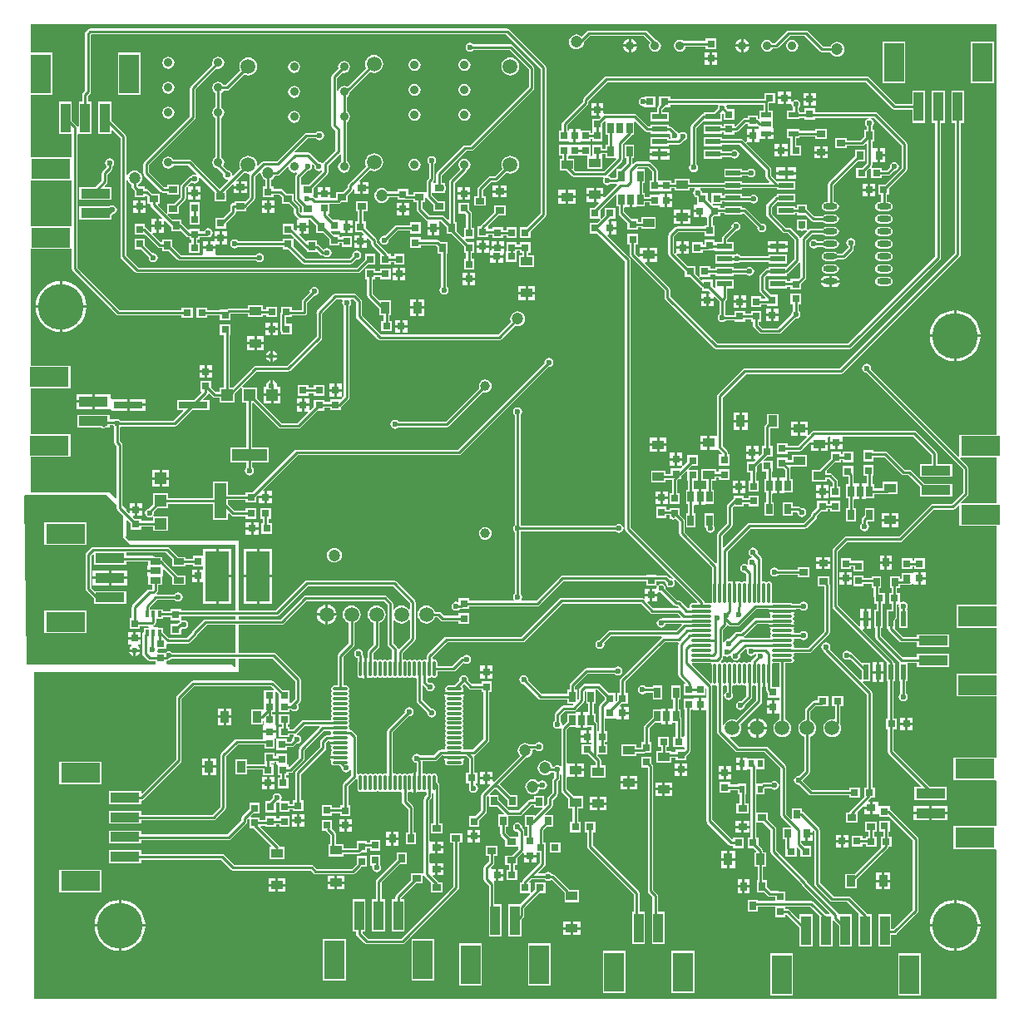
<source format=gtl>
G04*
G04 #@! TF.GenerationSoftware,Altium Limited,Altium Designer,19.0.14 (431)*
G04*
G04 Layer_Physical_Order=1*
G04 Layer_Color=255*
%FSLAX25Y25*%
%MOIN*%
G70*
G01*
G75*
%ADD13C,0.01000*%
%ADD54R,0.03150X0.02953*%
%ADD55R,0.02953X0.03150*%
%ADD56R,0.04724X0.03543*%
%ADD57R,0.03543X0.04724*%
%ADD58R,0.02559X0.04331*%
%ADD59R,0.15748X0.07874*%
%ADD60R,0.11811X0.03937*%
%ADD61R,0.07874X0.15748*%
%ADD62R,0.03937X0.11811*%
%ADD63R,0.02756X0.03543*%
%ADD64R,0.03937X0.02362*%
%ADD65R,0.03543X0.02756*%
%ADD66R,0.04331X0.02559*%
%ADD67R,0.02362X0.06102*%
%ADD68O,0.01181X0.06299*%
%ADD69O,0.06299X0.01181*%
%ADD70R,0.01575X0.02559*%
%ADD71R,0.14173X0.04724*%
%ADD72R,0.04724X0.04724*%
%ADD73R,0.09252X0.20079*%
%ADD74R,0.02165X0.03150*%
%ADD75R,0.06102X0.02362*%
%ADD76O,0.01181X0.08268*%
%ADD77O,0.08268X0.01181*%
%ADD78R,0.04724X0.04724*%
%ADD79R,0.04724X0.14173*%
%ADD80R,0.11811X0.02756*%
%ADD81O,0.05709X0.02362*%
%ADD82C,0.03543*%
%ADD83C,0.04724*%
%ADD84C,0.05906*%
%ADD85C,0.18307*%
%ADD86C,0.03543*%
%ADD87C,0.03937*%
%ADD88C,0.02362*%
G36*
X273522Y378337D02*
X277249D01*
X277579Y377960D01*
X272685Y373066D01*
X261197D01*
X260836Y373427D01*
Y378100D01*
X258208D01*
Y378897D01*
X258562Y379250D01*
X258769D01*
X259269Y379250D01*
X263100D01*
Y379250D01*
X263246D01*
Y379250D01*
X266020D01*
X266179Y378817D01*
X266179Y378750D01*
Y374073D01*
X272104D01*
Y378817D01*
X272104D01*
X272124Y379250D01*
X272124D01*
X272124Y379308D01*
Y379981D01*
X273522D01*
Y378337D01*
D02*
G37*
G36*
X59520Y351029D02*
X43000D01*
Y369515D01*
X59520D01*
Y351029D01*
D02*
G37*
G36*
X430000Y267542D02*
X415065D01*
Y259000D01*
X414565Y258792D01*
X379649Y293708D01*
X379733Y294130D01*
X379595Y294825D01*
X379201Y295414D01*
X378612Y295808D01*
X377917Y295946D01*
X377222Y295808D01*
X376633Y295414D01*
X376240Y294825D01*
X376101Y294130D01*
X376240Y293435D01*
X376633Y292846D01*
X377222Y292452D01*
X377860Y292325D01*
X416595Y253590D01*
Y244362D01*
X411937Y239704D01*
X404331D01*
X404331Y239704D01*
X403901Y239619D01*
X403538Y239376D01*
X403538Y239376D01*
X390874Y226712D01*
X369685D01*
X369256Y226627D01*
X368892Y226384D01*
X368892Y226384D01*
X364577Y222069D01*
X364334Y221705D01*
X364248Y221276D01*
X364248Y221275D01*
Y198622D01*
X364248Y198622D01*
X364334Y198193D01*
X364577Y197829D01*
X386006Y176400D01*
X385861Y176049D01*
X385861D01*
Y168746D01*
X386520D01*
Y153651D01*
X385817D01*
Y149498D01*
X386520D01*
Y140409D01*
X386520Y140409D01*
X386606Y139980D01*
X386849Y139616D01*
X399671Y126794D01*
X399480Y126332D01*
X397037D01*
Y121195D01*
X410048D01*
Y126332D01*
X403305D01*
X388763Y140874D01*
Y149498D01*
X390167D01*
Y153651D01*
X388763D01*
Y168746D01*
X389423D01*
Y176049D01*
X389117D01*
X388763Y176351D01*
X388678Y176780D01*
X388435Y177144D01*
X376434Y189144D01*
X376625Y189606D01*
X377142D01*
Y193157D01*
X375461D01*
Y190771D01*
X374999Y190580D01*
X366492Y199087D01*
Y220811D01*
X370150Y224469D01*
X391338D01*
X391339Y224469D01*
X391768Y224554D01*
X392132Y224798D01*
X404795Y237461D01*
X412401D01*
X412402Y237461D01*
X412831Y237546D01*
X413195Y237790D01*
X414603Y239198D01*
X415065Y239007D01*
Y230908D01*
X430000D01*
Y199295D01*
X413916D01*
Y190222D01*
X430000D01*
Y171736D01*
X413916D01*
Y162662D01*
X430000D01*
Y138533D01*
X429734Y138143D01*
X429500Y138143D01*
X412786D01*
Y129069D01*
X429500D01*
X429734Y129069D01*
X430000Y128680D01*
Y110973D01*
X429734Y110583D01*
X429500Y110583D01*
X412786D01*
Y101509D01*
X429500D01*
X429734Y101509D01*
X430000Y101119D01*
Y41500D01*
X44500D01*
Y172347D01*
X44962Y172538D01*
X45000Y172500D01*
X126500D01*
Y177823D01*
X140024D01*
X149020Y168827D01*
Y161695D01*
X147269Y159944D01*
X146769Y160152D01*
X146769Y160869D01*
X146769Y161021D01*
Y165021D01*
X144104D01*
X140490Y168636D01*
X140126Y168879D01*
X139697Y168964D01*
X139697Y168964D01*
X108039D01*
X108039Y168964D01*
X107610Y168879D01*
X107246Y168636D01*
X107246Y168635D01*
X101566Y162955D01*
X101323Y162591D01*
X101237Y162162D01*
X101237Y162162D01*
Y137409D01*
X87677Y123849D01*
X87215Y124040D01*
Y124635D01*
X74204D01*
Y119498D01*
X87215D01*
Y120371D01*
X87363Y120828D01*
X87792Y120913D01*
X88156Y121156D01*
X103152Y136152D01*
X103152Y136152D01*
X103395Y136516D01*
X103480Y136945D01*
Y161697D01*
X108504Y166721D01*
X139232D01*
X140432Y165521D01*
X140225Y165021D01*
X136514D01*
Y160869D01*
X136514D01*
Y160521D01*
X136514D01*
Y157287D01*
X136474Y157260D01*
X135974Y157407D01*
Y157407D01*
X131231D01*
Y151483D01*
X135974D01*
Y152841D01*
X136014Y152878D01*
X136400Y152727D01*
X136514Y152595D01*
Y151421D01*
X136514Y151368D01*
X136387Y150921D01*
X136114D01*
Y148945D01*
X141264D01*
Y150921D01*
X140991D01*
X140864Y151368D01*
X140864Y151421D01*
Y155521D01*
X139811D01*
Y156369D01*
X140864D01*
Y160521D01*
X140864D01*
Y160869D01*
X140864D01*
Y164382D01*
X141364Y164590D01*
X142420Y163534D01*
Y161021D01*
X142420Y160521D01*
X142420Y160369D01*
Y156369D01*
X146769D01*
Y157323D01*
X147249D01*
X147358Y157161D01*
X147947Y156767D01*
X148642Y156629D01*
X149337Y156767D01*
X149926Y157161D01*
X150320Y157750D01*
X150458Y158445D01*
X150320Y159140D01*
X150046Y159549D01*
X150935Y160438D01*
X150935Y160438D01*
X151178Y160801D01*
X151263Y161231D01*
X151263Y161231D01*
Y169291D01*
X151263Y169291D01*
X151178Y169720D01*
X150935Y170084D01*
X150935Y170084D01*
X141281Y179738D01*
X140917Y179981D01*
X140488Y180066D01*
X140488Y180066D01*
X126500D01*
Y191323D01*
X143642D01*
X143642Y191323D01*
X144071Y191409D01*
X144435Y191652D01*
X153563Y200780D01*
X184524D01*
X186020Y199284D01*
Y183445D01*
X186020Y183445D01*
X186106Y183016D01*
X186349Y182652D01*
X187804Y181197D01*
Y177760D01*
X187304Y177483D01*
X186957Y177552D01*
X186492Y177460D01*
X186098Y177197D01*
X185846D01*
X185453Y177460D01*
X184988Y177552D01*
X184524Y177460D01*
X184130Y177197D01*
X183878D01*
X183484Y177460D01*
X183020Y177552D01*
X182555Y177460D01*
X182161Y177197D01*
X181910D01*
X181516Y177460D01*
X181051Y177552D01*
X180704Y177483D01*
X180204Y177760D01*
Y179921D01*
X182435Y182152D01*
X182435Y182152D01*
X182678Y182516D01*
X182763Y182945D01*
X182763Y182945D01*
Y192064D01*
X183433Y192342D01*
X184176Y192911D01*
X184745Y193653D01*
X185103Y194517D01*
X185225Y195445D01*
X185103Y196372D01*
X184745Y197237D01*
X184176Y197979D01*
X183433Y198548D01*
X182569Y198906D01*
X181642Y199028D01*
X180714Y198906D01*
X179850Y198548D01*
X179108Y197979D01*
X178538Y197237D01*
X178180Y196372D01*
X178058Y195445D01*
X178180Y194517D01*
X178538Y193653D01*
X179108Y192911D01*
X179850Y192342D01*
X180520Y192064D01*
Y183409D01*
X178290Y181179D01*
X178047Y180815D01*
X177961Y180386D01*
X177961Y180386D01*
Y178241D01*
X177614Y177998D01*
Y173779D01*
Y169698D01*
X177735Y169722D01*
X178261Y170074D01*
X178383Y170256D01*
X178618Y170099D01*
X179083Y170007D01*
X179547Y170099D01*
X179941Y170362D01*
X180193D01*
X180587Y170099D01*
X181051Y170007D01*
X181516Y170099D01*
X181910Y170362D01*
X182161D01*
X182555Y170099D01*
X183020Y170007D01*
X183484Y170099D01*
X183878Y170362D01*
X184130D01*
X184524Y170099D01*
X184988Y170007D01*
X185453Y170099D01*
X185846Y170362D01*
X186098D01*
X186492Y170099D01*
X186957Y170007D01*
X187421Y170099D01*
X187815Y170362D01*
X188067D01*
X188461Y170099D01*
X188925Y170007D01*
X189390Y170099D01*
X189784Y170362D01*
X190035D01*
X190429Y170099D01*
X190894Y170007D01*
X191358Y170099D01*
X191752Y170362D01*
X192004D01*
X192398Y170099D01*
X192862Y170007D01*
X193327Y170099D01*
X193720Y170362D01*
X193972D01*
X194366Y170099D01*
X194831Y170007D01*
X195295Y170099D01*
X195689Y170362D01*
X195941D01*
X196335Y170099D01*
X196799Y170007D01*
X197146Y170076D01*
X197646Y169799D01*
Y160819D01*
X197646Y160819D01*
X197731Y160390D01*
X197975Y160026D01*
X201864Y156137D01*
X201826Y155945D01*
X201964Y155250D01*
X202358Y154661D01*
X202947Y154267D01*
X203642Y154129D01*
X204337Y154267D01*
X204926Y154661D01*
X205319Y155250D01*
X205458Y155945D01*
X205319Y156640D01*
X204926Y157229D01*
X204337Y157623D01*
X203642Y157761D01*
X203450Y157723D01*
X199889Y161284D01*
Y166904D01*
X200389Y167111D01*
X201393Y166108D01*
X201464Y165750D01*
X201858Y165161D01*
X202447Y164767D01*
X203142Y164629D01*
X203837Y164767D01*
X204426Y165161D01*
X204819Y165750D01*
X204958Y166445D01*
X204819Y167140D01*
X204426Y167729D01*
X203837Y168123D01*
X203142Y168261D01*
X202533Y168140D01*
X201980Y168693D01*
Y169717D01*
X202480Y170051D01*
X202705Y170007D01*
X203169Y170099D01*
X203563Y170362D01*
X203815D01*
X204209Y170099D01*
X204673Y170007D01*
X205138Y170099D01*
X205532Y170362D01*
X205795Y170756D01*
X205887Y171221D01*
Y172658D01*
X212476D01*
X212476Y172658D01*
X212906Y172743D01*
X213269Y172986D01*
X216409Y176126D01*
X216947Y175767D01*
X217642Y175629D01*
X218337Y175767D01*
X218926Y176161D01*
X219320Y176750D01*
X219458Y177445D01*
X219320Y178140D01*
X218926Y178729D01*
X218337Y179123D01*
X217642Y179261D01*
X216947Y179123D01*
X216358Y178729D01*
X216249Y178566D01*
X216142D01*
X215712Y178481D01*
X215349Y178238D01*
X215349Y178238D01*
X212012Y174901D01*
X205887D01*
Y176339D01*
X205795Y176803D01*
X205532Y177197D01*
X205138Y177460D01*
X204673Y177552D01*
X204528Y177524D01*
X204104Y177833D01*
X204071Y178288D01*
X210106Y184323D01*
X240142D01*
X240142Y184323D01*
X240571Y184409D01*
X240935Y184652D01*
X256106Y199823D01*
X287441D01*
X291250Y196014D01*
X291250Y196014D01*
X291614Y195771D01*
X292043Y195686D01*
X292043Y195686D01*
X302315D01*
X303509Y194492D01*
X303302Y193992D01*
X296567D01*
X296567Y193992D01*
X296138Y193906D01*
X295856Y193718D01*
X295642Y193761D01*
X294947Y193623D01*
X294358Y193229D01*
X293964Y192640D01*
X293826Y191945D01*
X293964Y191250D01*
X294358Y190661D01*
X294947Y190267D01*
X295642Y190129D01*
X296337Y190267D01*
X296926Y190661D01*
X297320Y191250D01*
X297419Y191748D01*
X303652D01*
X303859Y191249D01*
X301677Y189066D01*
X275131D01*
X275130Y189066D01*
X274701Y188981D01*
X274337Y188738D01*
X274337Y188738D01*
X270790Y185191D01*
X270447Y185123D01*
X269858Y184729D01*
X269464Y184140D01*
X269326Y183445D01*
X269464Y182750D01*
X269858Y182161D01*
X270447Y181767D01*
X271142Y181629D01*
X271837Y181767D01*
X272426Y182161D01*
X272819Y182750D01*
X272958Y183445D01*
X272835Y184063D01*
X275595Y186823D01*
X295831D01*
X295982Y186323D01*
X295837Y186226D01*
X295837Y186226D01*
X279349Y169738D01*
X279105Y169374D01*
X279020Y168945D01*
X279020Y168945D01*
Y164025D01*
X278065D01*
Y161144D01*
X277680Y160758D01*
X277218Y160950D01*
Y164025D01*
X274553D01*
X271250Y167329D01*
X270886Y167572D01*
X270457Y167657D01*
X270457Y167657D01*
X265158D01*
X265158Y167657D01*
X264728Y167572D01*
X264364Y167329D01*
X264364Y167329D01*
X262986Y165951D01*
X262743Y165587D01*
X262658Y165157D01*
X262658Y165157D01*
Y161646D01*
X262416Y161455D01*
X261919Y161678D01*
Y165324D01*
X261161D01*
Y166661D01*
X266213Y171713D01*
X276954D01*
X277062Y171551D01*
X277652Y171157D01*
X278346Y171019D01*
X279041Y171157D01*
X279631Y171551D01*
X280024Y172140D01*
X280162Y172835D01*
X280024Y173530D01*
X279631Y174119D01*
X279041Y174512D01*
X278346Y174651D01*
X277652Y174512D01*
X277062Y174119D01*
X276954Y173956D01*
X265748D01*
X265748Y173956D01*
X265319Y173871D01*
X264955Y173628D01*
X264955Y173628D01*
X259246Y167919D01*
X259003Y167555D01*
X258918Y167126D01*
X258918Y167126D01*
Y165324D01*
X258160D01*
Y163681D01*
X247748D01*
X242329Y169100D01*
X242367Y169291D01*
X242229Y169986D01*
X241835Y170575D01*
X241246Y170969D01*
X240551Y171107D01*
X239856Y170969D01*
X239267Y170575D01*
X238873Y169986D01*
X238735Y169291D01*
X238873Y168596D01*
X239267Y168007D01*
X239856Y167614D01*
X240551Y167475D01*
X240743Y167514D01*
X246490Y161766D01*
X246490Y161766D01*
X246854Y161523D01*
X247284Y161437D01*
X247284Y161437D01*
X258160D01*
Y159794D01*
X260251D01*
X260442Y159332D01*
X260067Y158956D01*
X256610D01*
X256610Y158956D01*
X256181Y158871D01*
X255817Y158628D01*
X255817Y158628D01*
X253349Y156159D01*
X253105Y155795D01*
X253020Y155366D01*
X253020Y155366D01*
Y152838D01*
X252858Y152729D01*
X252464Y152140D01*
X252326Y151445D01*
X252464Y150750D01*
X252858Y150161D01*
X253447Y149767D01*
X254142Y149629D01*
X254837Y149767D01*
X255097Y149941D01*
X255323Y149856D01*
X255571Y149657D01*
Y134858D01*
X255071Y134652D01*
X254630Y134947D01*
X253935Y135086D01*
X253240Y134947D01*
X252651Y134554D01*
X252542Y134391D01*
X252071D01*
X252028Y134718D01*
X251729Y135439D01*
X251254Y136057D01*
X250636Y136532D01*
X249915Y136831D01*
X249142Y136933D01*
X248368Y136831D01*
X247648Y136532D01*
X247029Y136057D01*
X246554Y135439D01*
X246256Y134718D01*
X246154Y133945D01*
X246256Y133172D01*
X246554Y132451D01*
X247029Y131832D01*
X247648Y131357D01*
X248368Y131059D01*
X249142Y130957D01*
X249915Y131059D01*
X250636Y131357D01*
X251254Y131832D01*
X251497Y132148D01*
X252542D01*
X252651Y131985D01*
X252813Y131877D01*
Y130202D01*
X252349Y129738D01*
X252105Y129374D01*
X252020Y128945D01*
X252020Y128945D01*
Y124089D01*
X250349Y122417D01*
X250106Y122053D01*
X250020Y121624D01*
X250020Y121624D01*
Y119519D01*
X249100Y118599D01*
X248600Y118806D01*
Y122863D01*
X244644D01*
Y121281D01*
X243175D01*
X243175Y121281D01*
X242746Y121196D01*
X242382Y120952D01*
X242382Y120952D01*
X238440Y117011D01*
X234707D01*
X230521Y121197D01*
Y123123D01*
X227113D01*
X226906Y123623D01*
X228811Y125528D01*
X229661D01*
X234046Y121143D01*
Y118380D01*
X238002D01*
Y123123D01*
X235238D01*
X230919Y127443D01*
X230901Y127618D01*
X241282Y137999D01*
X241915Y138083D01*
X242636Y138381D01*
X243254Y138856D01*
X243729Y139475D01*
X244028Y140195D01*
X244129Y140969D01*
X244441Y141323D01*
X245249D01*
X245358Y141161D01*
X245947Y140767D01*
X246642Y140629D01*
X247337Y140767D01*
X247926Y141161D01*
X248320Y141750D01*
X248458Y142445D01*
X248320Y143140D01*
X247926Y143729D01*
X247337Y144123D01*
X246642Y144261D01*
X245947Y144123D01*
X245358Y143729D01*
X245249Y143566D01*
X242618D01*
X242618Y143566D01*
X242613Y143565D01*
X241915Y143854D01*
X241142Y143956D01*
X240368Y143854D01*
X239648Y143556D01*
X239029Y143081D01*
X238554Y142462D01*
X238256Y141742D01*
X238154Y140969D01*
X238256Y140195D01*
X238554Y139475D01*
X239002Y138891D01*
X228631Y128521D01*
X228169Y128712D01*
Y129445D01*
X226095D01*
Y127469D01*
X226872D01*
X227079Y126969D01*
X223849Y123738D01*
X223605Y123374D01*
X223520Y122945D01*
X223520Y122945D01*
Y117033D01*
X221211Y114724D01*
X218546D01*
Y110374D01*
X222698D01*
Y113039D01*
X225435Y115776D01*
X225435Y115776D01*
X225678Y116140D01*
X225763Y116569D01*
X225763Y116569D01*
Y122431D01*
X226127Y122725D01*
X226565Y122537D01*
Y118380D01*
X230166D01*
X232835Y115711D01*
X232643Y115249D01*
X230306D01*
Y110506D01*
X231162D01*
Y107675D01*
X231162Y107675D01*
X231247Y107246D01*
X231490Y106882D01*
X233187Y105185D01*
Y102422D01*
X237926D01*
X237931Y102422D01*
X238426Y102411D01*
Y101372D01*
X235951Y98897D01*
X233187D01*
Y94941D01*
X234647D01*
Y93122D01*
X233593D01*
Y88969D01*
X237943D01*
Y93122D01*
X236890D01*
Y94941D01*
X237931D01*
Y97705D01*
X240146Y99920D01*
X240646Y99713D01*
Y99191D01*
X243122D01*
X245598D01*
Y100069D01*
X247067D01*
Y95903D01*
X242477Y91312D01*
X242477Y91312D01*
X240349Y89184D01*
X240106Y88820D01*
X240020Y88391D01*
X239699Y88041D01*
X238967D01*
Y83888D01*
X242985D01*
X243192Y83388D01*
X239144Y79341D01*
X234446D01*
Y66330D01*
X239583D01*
Y73252D01*
X240341Y74010D01*
X240341Y74010D01*
X240584Y74374D01*
X240669Y74803D01*
X240669Y74803D01*
Y77693D01*
X246864Y83888D01*
X249222D01*
Y86545D01*
X249263Y86752D01*
X249222Y86959D01*
Y88041D01*
X244872D01*
Y85069D01*
X243816Y84013D01*
X243317Y84220D01*
Y88041D01*
X243031D01*
X242839Y88503D01*
X243734Y89398D01*
X248970D01*
X249078Y89235D01*
X249667Y88841D01*
X250362Y88703D01*
X251057Y88841D01*
X251631Y89225D01*
X256859Y83996D01*
Y83871D01*
X256859Y83871D01*
X256880Y83762D01*
Y80227D01*
X262805D01*
Y84970D01*
X258963D01*
X258773Y85254D01*
X258773Y85254D01*
X252831Y91196D01*
X252467Y91440D01*
X252038Y91525D01*
X252038Y91525D01*
X251832D01*
X251646Y91803D01*
X251057Y92197D01*
X250362Y92335D01*
X249667Y92197D01*
X249078Y91803D01*
X248970Y91641D01*
X246631D01*
X246439Y92103D01*
X248982Y94646D01*
X248982Y94646D01*
X249225Y95009D01*
X249310Y95439D01*
X249310Y95439D01*
Y100069D01*
X249411D01*
Y104222D01*
X248358D01*
Y109027D01*
X249577Y110246D01*
X252340D01*
Y114989D01*
X249316D01*
X249124Y115451D01*
X251935Y118262D01*
X251935Y118262D01*
X252178Y118625D01*
X252263Y119055D01*
Y121159D01*
X253935Y122831D01*
X253935Y122831D01*
X254178Y123195D01*
X254263Y123624D01*
X254263Y123624D01*
Y128480D01*
X254728Y128945D01*
X254728Y128945D01*
X254971Y129309D01*
X255056Y129738D01*
Y131353D01*
X255071Y131363D01*
X255571Y131096D01*
Y124937D01*
X255571Y124937D01*
X255657Y124508D01*
X255900Y124144D01*
X258455Y121589D01*
Y117841D01*
X260099D01*
Y112313D01*
X259046D01*
Y108160D01*
X263395D01*
Y112313D01*
X262342D01*
Y117841D01*
X264380D01*
Y122584D01*
X260632D01*
X257815Y125402D01*
Y129915D01*
X258055Y130315D01*
X258314Y130315D01*
X260917D01*
Y133087D01*
Y135858D01*
X258314D01*
X258055Y135858D01*
X257815Y136259D01*
Y149299D01*
X258860Y150345D01*
X261500D01*
Y149945D01*
X263280D01*
Y153110D01*
Y156276D01*
X261500D01*
Y155876D01*
X258160D01*
Y152817D01*
X256388Y151045D01*
X255927Y151291D01*
X255958Y151445D01*
X255820Y152140D01*
X255426Y152729D01*
X255263Y152838D01*
Y154902D01*
X257075Y156713D01*
X260531D01*
X260531Y156713D01*
X260961Y156799D01*
X261325Y157042D01*
X264573Y160290D01*
X264573Y160290D01*
X264816Y160653D01*
X264901Y161083D01*
Y164518D01*
X265140Y164701D01*
X265640Y164455D01*
Y159794D01*
X266398D01*
Y156635D01*
X266059Y156276D01*
X264280D01*
Y153110D01*
Y149945D01*
X266059D01*
Y150345D01*
X267776D01*
Y148972D01*
X266567D01*
Y146496D01*
Y144020D01*
X267776D01*
Y143454D01*
X263845D01*
Y139302D01*
X266510D01*
X268105Y137707D01*
X268105Y137707D01*
X269351Y136461D01*
Y134931D01*
X267510D01*
Y130187D01*
X273435D01*
Y134931D01*
X271594D01*
Y136925D01*
X271509Y137354D01*
X271266Y137718D01*
X271266Y137718D01*
X270182Y138802D01*
X270389Y139302D01*
X274100D01*
Y143454D01*
X273047D01*
Y144420D01*
X274147D01*
Y148573D01*
X273047D01*
Y153278D01*
X273065Y153770D01*
X277218D01*
Y153770D01*
X277665Y153643D01*
Y153370D01*
X279642D01*
Y155945D01*
Y158520D01*
X279267D01*
X279076Y158982D01*
X279770Y159676D01*
X282218D01*
Y164025D01*
X281263D01*
Y168480D01*
X297094Y184311D01*
X302281D01*
X302558Y183828D01*
X302555Y183811D01*
X302473Y183398D01*
X302473Y183398D01*
Y171445D01*
X302473Y171445D01*
X302558Y171016D01*
X302801Y170652D01*
X305419Y168034D01*
X305227Y167572D01*
X304565D01*
Y163223D01*
X308718D01*
Y163223D01*
X309160D01*
Y163223D01*
X313313D01*
Y165663D01*
X313813Y165930D01*
X313839Y165912D01*
Y162514D01*
X313713Y162067D01*
X313339Y162067D01*
X311736D01*
Y159492D01*
Y156917D01*
X313713Y156917D01*
X313839Y156470D01*
Y112599D01*
X313839Y112598D01*
X313924Y112169D01*
X314168Y111805D01*
X322829Y103144D01*
X322829Y103144D01*
X323193Y102901D01*
X323622Y102815D01*
X323622Y102815D01*
X324400D01*
Y101861D01*
X328750D01*
Y106013D01*
X324400D01*
Y105452D01*
X323900Y105245D01*
X316082Y113063D01*
Y166827D01*
X316082Y166827D01*
X316052Y166980D01*
X316502Y167280D01*
X316673Y167166D01*
X317138Y167073D01*
X317485Y167142D01*
X317985Y166866D01*
Y148528D01*
X317985Y148528D01*
X318070Y148098D01*
X318313Y147734D01*
X325396Y140652D01*
X325396Y140652D01*
X325760Y140409D01*
X326189Y140323D01*
X326189Y140323D01*
X336960D01*
X343520Y133763D01*
Y114945D01*
X343520Y114945D01*
X343605Y114516D01*
X343849Y114152D01*
X347559Y110442D01*
X347367Y109980D01*
X344424D01*
Y105236D01*
X345280D01*
Y101833D01*
X345280Y101833D01*
X345365Y101403D01*
X345514Y101181D01*
Y98469D01*
X349864D01*
Y101983D01*
X350364Y102190D01*
X351420Y101134D01*
Y98469D01*
X355769D01*
Y102622D01*
X353104D01*
X351763Y103963D01*
Y104836D01*
X353382D01*
Y107608D01*
X353882D01*
Y108108D01*
X356260D01*
Y108607D01*
X356731Y108813D01*
X357020Y108581D01*
Y87445D01*
X357020Y87445D01*
X357105Y87016D01*
X357349Y86652D01*
X363349Y80652D01*
X363349Y80652D01*
X363713Y80409D01*
X364142Y80323D01*
X364142Y80323D01*
X370177D01*
X374648Y75853D01*
X374810Y75404D01*
X374810D01*
X374810Y75404D01*
Y62393D01*
X379947D01*
Y75404D01*
X378219D01*
X378117Y75556D01*
X371435Y82238D01*
X371071Y82481D01*
X370642Y82566D01*
X370642Y82566D01*
X364606D01*
X359263Y87910D01*
Y109102D01*
X359263Y109102D01*
X359178Y109531D01*
X358935Y109895D01*
X358935Y109895D01*
X352554Y116275D01*
X352191Y116518D01*
X352120Y116533D01*
Y117854D01*
X348164D01*
Y113716D01*
X347664Y113509D01*
X345763Y115409D01*
Y134227D01*
X345763Y134227D01*
X345678Y134657D01*
X345435Y135020D01*
X345435Y135020D01*
X338217Y142238D01*
X337854Y142481D01*
X337424Y142566D01*
X337424Y142566D01*
X326654D01*
X323245Y145975D01*
X323478Y146449D01*
X324142Y146361D01*
X325069Y146484D01*
X325933Y146842D01*
X326676Y147411D01*
X327245Y148153D01*
X327603Y149017D01*
X327725Y149945D01*
X327603Y150872D01*
X327326Y151542D01*
X335647Y159864D01*
X335647Y159864D01*
X335891Y160228D01*
X335976Y160658D01*
Y166385D01*
X336323Y166628D01*
Y171831D01*
X337323D01*
Y166628D01*
X337670Y166385D01*
Y165354D01*
X337670Y165354D01*
X337755Y164925D01*
X337998Y164561D01*
X338336Y164223D01*
Y162176D01*
X342489D01*
Y162176D01*
X342985Y162165D01*
Y161480D01*
X342889Y161020D01*
X342485Y161020D01*
X340913D01*
Y158445D01*
Y155870D01*
X342889Y155870D01*
X342985Y155410D01*
Y153311D01*
X342350Y153048D01*
X341608Y152479D01*
X341038Y151737D01*
X340680Y150872D01*
X340558Y149945D01*
X340680Y149017D01*
X341038Y148153D01*
X341608Y147411D01*
X342350Y146842D01*
X343214Y146484D01*
X344142Y146361D01*
X345069Y146484D01*
X345933Y146842D01*
X346676Y147411D01*
X347245Y148153D01*
X347603Y149017D01*
X347725Y149945D01*
X347603Y150872D01*
X347245Y151737D01*
X346676Y152479D01*
X345933Y153048D01*
X345228Y153340D01*
Y175932D01*
X347650D01*
X348114Y176024D01*
X348508Y176287D01*
X348771Y176681D01*
X348864Y177146D01*
X348771Y177610D01*
X348508Y178004D01*
Y178256D01*
X348771Y178649D01*
X348864Y179114D01*
X348799Y179437D01*
X349087Y179938D01*
X354874D01*
X354874Y179938D01*
X355303Y180023D01*
X355667Y180266D01*
X362935Y187534D01*
X362935Y187534D01*
X363178Y187898D01*
X363263Y188327D01*
X363263Y188327D01*
Y207142D01*
X363263Y207142D01*
X363178Y207571D01*
X362950Y207911D01*
Y210683D01*
X358207D01*
Y206727D01*
X360971D01*
X361020Y206677D01*
Y188791D01*
X354409Y182181D01*
X349101D01*
X348969Y182343D01*
X348790Y182681D01*
X348864Y183051D01*
X348771Y183516D01*
X348508Y183909D01*
Y184161D01*
X348771Y184555D01*
X348864Y185020D01*
X348799Y185343D01*
X349087Y185843D01*
X351249D01*
X351358Y185680D01*
X351947Y185287D01*
X352642Y185149D01*
X353337Y185287D01*
X353926Y185680D01*
X354320Y186270D01*
X354458Y186965D01*
X354320Y187660D01*
X353926Y188249D01*
X353337Y188642D01*
X352642Y188781D01*
X351947Y188642D01*
X351358Y188249D01*
X351249Y188086D01*
X349101D01*
X348969Y188249D01*
X348790Y188586D01*
X348864Y188957D01*
X348771Y189421D01*
X348614Y189656D01*
X348796Y189778D01*
X349148Y190305D01*
X349172Y190425D01*
X344106D01*
X339041D01*
X339065Y190305D01*
X339416Y189778D01*
X339599Y189656D01*
X339441Y189421D01*
X339349Y188957D01*
X339441Y188492D01*
X339705Y188098D01*
Y187846D01*
X339441Y187453D01*
X339349Y186988D01*
X339423Y186618D01*
X339243Y186280D01*
X339111Y186118D01*
X329000D01*
X328848Y186618D01*
X328899Y186652D01*
X333996Y191748D01*
X338645D01*
X338878Y191425D01*
X344106D01*
X349172D01*
X349148Y191546D01*
X348796Y192072D01*
X348614Y192194D01*
X348771Y192429D01*
X348864Y192894D01*
X348771Y193358D01*
X348508Y193752D01*
Y194004D01*
X348771Y194398D01*
X348864Y194862D01*
X348771Y195327D01*
X348614Y195562D01*
X348796Y195684D01*
X349148Y196210D01*
X349172Y196331D01*
X344106D01*
X339041D01*
X339065Y196210D01*
X339416Y195684D01*
X339599Y195562D01*
X339441Y195327D01*
X339349Y194862D01*
X339423Y194492D01*
X339243Y194154D01*
X339111Y193992D01*
X333532D01*
X333531Y193992D01*
X333102Y193906D01*
X332738Y193663D01*
X332738Y193663D01*
X327642Y188566D01*
X326189D01*
X325760Y188481D01*
X325396Y188238D01*
X325396Y188238D01*
X322833Y185676D01*
X322642Y185714D01*
X321947Y185575D01*
X321358Y185182D01*
X320964Y184593D01*
X320947Y184509D01*
X320447Y184558D01*
Y189263D01*
X321935Y190751D01*
X321935Y190751D01*
X322091Y190985D01*
X322652Y191131D01*
X322691Y191093D01*
X322691Y191093D01*
X323055Y190850D01*
X323484Y190764D01*
X323484Y190764D01*
X326335D01*
X326335Y190764D01*
X326764Y190850D01*
X327128Y191093D01*
X333689Y197654D01*
X338645D01*
X338878Y197331D01*
X344106D01*
X349335D01*
X349568Y197654D01*
X351249D01*
X351358Y197492D01*
X351947Y197098D01*
X352642Y196960D01*
X353337Y197098D01*
X353926Y197492D01*
X354320Y198081D01*
X354458Y198776D01*
X354320Y199470D01*
X353926Y200060D01*
X353337Y200453D01*
X352642Y200592D01*
X351947Y200453D01*
X351358Y200060D01*
X351249Y199897D01*
X348149D01*
X348114Y199921D01*
X347650Y200013D01*
X340563D01*
X340382Y199977D01*
X339973Y200386D01*
X339971Y200397D01*
X340005Y200571D01*
Y207657D01*
X339913Y208122D01*
X339650Y208516D01*
X339256Y208779D01*
X338791Y208871D01*
X338327Y208779D01*
X337933Y208516D01*
X337681D01*
X337287Y208779D01*
X336823Y208871D01*
X336476Y208802D01*
X335976Y209079D01*
Y217713D01*
X335976Y217713D01*
X335891Y218142D01*
X335647Y218506D01*
X334227Y219926D01*
X334336Y220472D01*
X334198Y221167D01*
X333804Y221757D01*
X333215Y222150D01*
X332520Y222288D01*
X331825Y222150D01*
X331236Y221757D01*
X330842Y221167D01*
X330704Y220472D01*
X330842Y219777D01*
X331236Y219188D01*
X331825Y218795D01*
X331892Y218781D01*
X331961Y218636D01*
X331676Y218069D01*
X331411Y218016D01*
X330822Y217623D01*
X330429Y217034D01*
X330290Y216339D01*
X330386Y215857D01*
X329936Y215556D01*
X329837Y215623D01*
X329142Y215761D01*
X328447Y215623D01*
X327858Y215229D01*
X327464Y214640D01*
X327326Y213945D01*
X327464Y213250D01*
X327858Y212661D01*
X328447Y212267D01*
X329142Y212129D01*
X329333Y212167D01*
X329796Y211705D01*
Y209079D01*
X329296Y208802D01*
X328949Y208871D01*
X328484Y208779D01*
X328091Y208516D01*
X327839D01*
X327445Y208779D01*
X326980Y208871D01*
X326516Y208779D01*
X326280Y208622D01*
X326158Y208804D01*
X325632Y209156D01*
X325512Y209180D01*
Y204114D01*
X324512D01*
Y209180D01*
X324391Y209156D01*
X323865Y208804D01*
X323743Y208622D01*
X323508Y208779D01*
X323043Y208871D01*
X322696Y208802D01*
X322196Y209079D01*
Y220693D01*
X331326Y229823D01*
X353142D01*
X353142Y229823D01*
X353571Y229909D01*
X353935Y230152D01*
X357636Y233853D01*
X357636Y233853D01*
X357879Y234216D01*
X357964Y234646D01*
X357964Y234646D01*
Y234921D01*
X359647Y236605D01*
X362313D01*
Y237658D01*
X363294D01*
Y236605D01*
X367446D01*
Y240954D01*
X363294D01*
Y239901D01*
X362313D01*
Y240954D01*
X358160D01*
Y238289D01*
X356049Y236179D01*
X355806Y235815D01*
X355721Y235386D01*
X355721Y235386D01*
Y235110D01*
X352677Y232066D01*
X330862D01*
X330862Y232066D01*
X330433Y231981D01*
X330069Y231738D01*
X320728Y222397D01*
X320228Y222604D01*
Y226945D01*
X323935Y230652D01*
X324178Y231016D01*
X324263Y231445D01*
X324263Y231445D01*
Y238277D01*
X324312Y238316D01*
X324695Y238573D01*
Y238573D01*
X324695Y238573D01*
X328848D01*
Y239823D01*
X330546D01*
Y238770D01*
X334698D01*
Y243120D01*
X330546D01*
Y242066D01*
X328848D01*
Y242923D01*
X324695D01*
Y241864D01*
X324506Y241738D01*
X324506Y241738D01*
X322349Y239580D01*
X322106Y239217D01*
X322020Y238787D01*
X322020Y238787D01*
Y231909D01*
X318313Y228203D01*
X318070Y227839D01*
X317985Y227410D01*
X317985Y227409D01*
Y216218D01*
X317485Y216011D01*
X305086Y228410D01*
Y233051D01*
X305001Y233480D01*
X304758Y233844D01*
X304758Y233844D01*
X303068Y235533D01*
Y238198D01*
X298916D01*
Y237523D01*
X297797D01*
Y238576D01*
X293644D01*
Y234227D01*
X297797D01*
Y235280D01*
X298916D01*
Y233849D01*
X299606D01*
X299964Y233610D01*
X300394Y233524D01*
X300823Y233610D01*
X301181Y233849D01*
X301581D01*
X302843Y232587D01*
Y227945D01*
X302843Y227945D01*
X302928Y227516D01*
X303171Y227152D01*
X316016Y214307D01*
Y208121D01*
X315924Y207657D01*
Y200571D01*
X315960Y200390D01*
X315547Y199977D01*
X315366Y200013D01*
X312944D01*
Y200264D01*
X312859Y200693D01*
X312616Y201057D01*
X312616Y201057D01*
X283405Y230268D01*
Y337661D01*
X283320Y338091D01*
X283077Y338455D01*
X283077Y338455D01*
X274186Y347345D01*
X274377Y347807D01*
X274642D01*
Y350382D01*
Y352957D01*
X274393D01*
X274202Y353419D01*
X274896Y354113D01*
X277218D01*
Y358462D01*
X273065D01*
Y355455D01*
X271714Y354104D01*
X271218Y354314D01*
X271218Y354529D01*
Y357695D01*
X277383Y363860D01*
X277845Y363668D01*
Y358983D01*
X278603D01*
Y356299D01*
X278603Y356299D01*
X278688Y355870D01*
X278931Y355506D01*
X282176Y352262D01*
Y349597D01*
X286328D01*
Y350650D01*
X287589D01*
Y350128D01*
X293513D01*
Y354872D01*
X287589D01*
Y352893D01*
X286328D01*
Y353946D01*
X283663D01*
X280846Y356764D01*
Y358223D01*
X281185Y358583D01*
X282965D01*
Y361748D01*
X283965D01*
Y358583D01*
X285744D01*
Y358983D01*
X289084D01*
Y360627D01*
X291065D01*
Y359270D01*
X295161D01*
Y358870D01*
X297138D01*
Y361445D01*
Y364020D01*
X295161D01*
Y363620D01*
X291065D01*
Y362870D01*
X289084D01*
Y364513D01*
X288326D01*
Y368431D01*
X289084D01*
Y373962D01*
X286292D01*
X286090Y374426D01*
X286335Y374729D01*
X290257D01*
X292020Y372966D01*
Y369525D01*
X291065D01*
Y365176D01*
X295218D01*
Y365176D01*
X295561D01*
Y365176D01*
X299714D01*
Y366276D01*
X300975D01*
Y365345D01*
X306899D01*
Y366276D01*
X308926D01*
X309078Y365776D01*
X308936Y365682D01*
X308543Y365093D01*
X308404Y364398D01*
X308543Y363703D01*
X308936Y363113D01*
X309525Y362720D01*
X309920Y362642D01*
Y360128D01*
X309920D01*
X309792Y359681D01*
X308614D01*
Y357705D01*
X311189D01*
Y357205D01*
X311689D01*
Y354728D01*
X313764D01*
X313973Y354315D01*
Y351525D01*
X313018D01*
Y350972D01*
X302047D01*
X302047Y350972D01*
X301618Y350887D01*
X301254Y350643D01*
X301254Y350643D01*
X298849Y348238D01*
X298605Y347874D01*
X298520Y347445D01*
X298520Y347445D01*
Y339992D01*
X298520Y339992D01*
X298605Y339563D01*
X298849Y339199D01*
X305093Y332955D01*
Y330869D01*
X307179D01*
X311443Y326605D01*
X311443Y326605D01*
X311807Y326361D01*
X312065Y326310D01*
Y325223D01*
X314730D01*
X315424Y324529D01*
X315233Y324067D01*
X314642D01*
Y321992D01*
X316618D01*
Y322682D01*
X317080Y322873D01*
X319020Y320933D01*
Y315838D01*
X318858Y315729D01*
X318464Y315140D01*
X318326Y314445D01*
X318464Y313750D01*
X318858Y313161D01*
X319447Y312767D01*
X320142Y312629D01*
X320837Y312767D01*
X321426Y313161D01*
X321534Y313323D01*
X325065D01*
Y312817D01*
X329218D01*
Y313871D01*
X331565D01*
Y312817D01*
X332520D01*
Y311134D01*
X332520Y311134D01*
X332606Y310705D01*
X332849Y310341D01*
X334927Y308262D01*
X334927Y308262D01*
X335291Y308019D01*
X335720Y307934D01*
X342799D01*
X342799Y307934D01*
X343228Y308019D01*
X343592Y308262D01*
X349319Y313989D01*
X349606Y313932D01*
X350301Y314070D01*
X350890Y314464D01*
X351284Y315053D01*
X351422Y315748D01*
X351284Y316443D01*
X350890Y317032D01*
X350716Y317149D01*
Y319817D01*
X351671D01*
Y324167D01*
X347518D01*
Y319817D01*
X348473D01*
Y317133D01*
X348322Y317032D01*
X347929Y316443D01*
X347790Y315748D01*
X347810Y315651D01*
X342335Y310177D01*
X336185D01*
X334763Y311598D01*
Y312817D01*
X335718D01*
Y317167D01*
X331565D01*
Y316114D01*
X329218D01*
Y317167D01*
X325065D01*
Y315566D01*
X321534D01*
X321426Y315729D01*
X321263Y315838D01*
Y320933D01*
X321805Y321475D01*
X321805Y321475D01*
X322048Y321838D01*
X322133Y322268D01*
X322133Y322268D01*
Y326164D01*
X324663D01*
Y329726D01*
X317361D01*
Y326472D01*
X316861Y326265D01*
X316218Y326907D01*
Y329572D01*
X312065D01*
Y329572D01*
X311770Y329450D01*
X310748Y330472D01*
X311059Y330869D01*
X311473Y330869D01*
X315348D01*
Y331823D01*
X317361D01*
Y331164D01*
X324663D01*
Y331823D01*
X329749D01*
X329858Y331661D01*
X330447Y331267D01*
X331142Y331129D01*
X331837Y331267D01*
X332426Y331661D01*
X332820Y332250D01*
X332958Y332945D01*
X332820Y333640D01*
X332426Y334229D01*
X331837Y334623D01*
X331142Y334761D01*
X330447Y334623D01*
X329858Y334229D01*
X329749Y334066D01*
X324663D01*
Y334726D01*
X317361D01*
Y334066D01*
X315348D01*
Y335021D01*
X310998D01*
Y331365D01*
X310998Y330929D01*
X310602Y330618D01*
X309442Y331777D01*
Y335021D01*
X306199D01*
X301654Y339566D01*
X301864Y340063D01*
X302077Y340063D01*
X303736D01*
Y342039D01*
X301661D01*
Y340512D01*
X301661Y340266D01*
X301165Y340055D01*
X300763Y340457D01*
Y346980D01*
X302512Y348729D01*
X313018D01*
Y347176D01*
X317171D01*
Y351525D01*
X316216D01*
Y354740D01*
X316604Y355128D01*
X319269D01*
Y356276D01*
X320861D01*
Y355616D01*
X328163D01*
Y355968D01*
X328663Y356149D01*
X334226Y350585D01*
X334188Y350394D01*
X334326Y349699D01*
X334720Y349110D01*
X335309Y348716D01*
X336004Y348578D01*
X336699Y348716D01*
X337288Y349110D01*
X337682Y349699D01*
X337820Y350394D01*
X337682Y351089D01*
X337288Y351678D01*
X336699Y352071D01*
X336004Y352210D01*
X335812Y352171D01*
X329793Y358191D01*
X329429Y358434D01*
X329000Y358519D01*
X329000Y358519D01*
X328163D01*
Y359179D01*
X320861D01*
Y358519D01*
X319269D01*
Y359281D01*
X316604D01*
X316257Y359628D01*
X316464Y360128D01*
X320175D01*
Y361083D01*
X320861D01*
Y360616D01*
X328163D01*
Y360823D01*
X331249D01*
X331358Y360661D01*
X331947Y360267D01*
X332642Y360129D01*
X333337Y360267D01*
X333926Y360661D01*
X334319Y361250D01*
X334458Y361945D01*
X334319Y362640D01*
X333926Y363229D01*
X333337Y363623D01*
X332642Y363761D01*
X331947Y363623D01*
X331358Y363229D01*
X331249Y363066D01*
X328163D01*
Y364179D01*
X320861D01*
Y363326D01*
X320175D01*
Y364281D01*
X315825D01*
Y360767D01*
X315325Y360560D01*
X314269Y361616D01*
Y364281D01*
X312132D01*
X312036Y364398D01*
X311898Y365093D01*
X311505Y365682D01*
X311363Y365776D01*
X311515Y366276D01*
X320861D01*
Y365616D01*
X328163D01*
Y366276D01*
X342121D01*
Y365616D01*
X349423D01*
Y369179D01*
X342121D01*
X342121Y369179D01*
Y369179D01*
X341737Y369436D01*
X339763Y371410D01*
Y373945D01*
X339763Y373945D01*
X339678Y374374D01*
X339435Y374738D01*
X329823Y384349D01*
X330073Y384807D01*
X330364Y384807D01*
X331902D01*
Y386882D01*
X329925D01*
Y385282D01*
X329925Y384955D01*
X329467Y384705D01*
X328435Y385738D01*
X328071Y385981D01*
X327642Y386066D01*
X327642Y386066D01*
X319923D01*
Y386726D01*
X312620D01*
Y383164D01*
X319923D01*
Y383823D01*
X327177D01*
X337520Y373480D01*
Y370945D01*
X337520Y370945D01*
X337606Y370516D01*
X337849Y370152D01*
X339019Y368981D01*
X338828Y368519D01*
X328163D01*
Y369179D01*
X320861D01*
Y368519D01*
X306899D01*
Y370088D01*
X300975D01*
Y368519D01*
X299714D01*
Y369525D01*
X295561D01*
Y369525D01*
X295218D01*
Y369525D01*
X294263D01*
Y373430D01*
X294263Y373430D01*
X294178Y373859D01*
X293935Y374223D01*
X291514Y376643D01*
X291151Y376887D01*
X290721Y376972D01*
X290721Y376972D01*
X285827D01*
X285827Y376972D01*
X285398Y376887D01*
X285034Y376643D01*
X285034Y376643D01*
X284503Y376113D01*
X284003Y376320D01*
Y378337D01*
X284761D01*
Y383868D01*
X281002D01*
Y378337D01*
X281760D01*
Y376457D01*
X279266Y373962D01*
X277845D01*
Y370903D01*
X277354Y370413D01*
X275409D01*
X275300Y370575D01*
X274711Y370969D01*
X274507Y371009D01*
X274343Y371552D01*
X279935Y377144D01*
X279935Y377144D01*
X280178Y377508D01*
X280263Y377937D01*
X280263Y377937D01*
Y384095D01*
X283675Y387506D01*
X283675Y387506D01*
X283862Y387786D01*
X284761D01*
Y392839D01*
X285261Y393046D01*
X289156Y389152D01*
X289156Y389152D01*
X289520Y388909D01*
X289949Y388823D01*
X289949Y388823D01*
X291361D01*
Y388164D01*
X298663D01*
Y388164D01*
X298833Y388234D01*
X299257Y387869D01*
X299184Y387500D01*
X299322Y386805D01*
X299482Y386566D01*
X299214Y386066D01*
X298663D01*
Y386726D01*
X291361D01*
Y383164D01*
X298663D01*
Y383823D01*
X302555D01*
X302555Y383823D01*
X302984Y383909D01*
X303348Y384152D01*
X304380Y385183D01*
X305029Y385312D01*
X305618Y385706D01*
X306012Y386295D01*
X306150Y386990D01*
X306012Y387685D01*
X305618Y388274D01*
X305029Y388668D01*
X304334Y388806D01*
X303639Y388668D01*
X303140Y388335D01*
X302991Y388289D01*
X302537Y388406D01*
X302284Y388784D01*
X301695Y389178D01*
X301337Y389249D01*
X299848Y390738D01*
X299484Y390981D01*
X299055Y391066D01*
X298663Y391360D01*
Y391726D01*
X291361D01*
Y391066D01*
X290413D01*
X285742Y395738D01*
X285378Y395981D01*
X284949Y396066D01*
X284949Y396066D01*
X273000D01*
X272524Y396481D01*
Y397398D01*
X270547D01*
Y395323D01*
X271139D01*
X271330Y394861D01*
X270636Y394167D01*
X267971D01*
Y389817D01*
X267971D01*
Y389506D01*
X267971D01*
Y388452D01*
X267399D01*
Y389506D01*
X263500D01*
Y389906D01*
X261524D01*
Y387331D01*
Y384756D01*
X263500D01*
Y385156D01*
X267399D01*
Y386209D01*
X267971D01*
Y385156D01*
X272124D01*
Y389506D01*
X272124D01*
Y389817D01*
X272124D01*
Y392482D01*
X273067Y393426D01*
X273522Y393174D01*
Y387786D01*
X274280D01*
Y383868D01*
X273522D01*
Y382224D01*
X272124D01*
Y383600D01*
X267971D01*
Y379690D01*
X267493Y379198D01*
X267419D01*
X267399Y379250D01*
X267399Y379316D01*
Y383600D01*
X263246D01*
Y383600D01*
X263100D01*
Y383600D01*
X259269D01*
X258947Y383600D01*
X258447Y383600D01*
X254616D01*
Y379250D01*
X255965D01*
Y378100D01*
X254912D01*
Y373357D01*
X257734D01*
X259939Y371152D01*
X260303Y370909D01*
X260732Y370823D01*
X260732Y370823D01*
X272296D01*
X272563Y370323D01*
X272338Y369986D01*
X272200Y369291D01*
X272338Y368596D01*
X272732Y368007D01*
X273321Y367614D01*
X274016Y367475D01*
X274711Y367614D01*
X275300Y368007D01*
X275409Y368170D01*
X277814D01*
X277825Y368158D01*
X278059Y367708D01*
X272966Y362615D01*
X272504Y362806D01*
Y363071D01*
X269642D01*
Y360799D01*
X270497D01*
X270688Y360337D01*
X268813Y358462D01*
X267065D01*
Y354113D01*
X270769D01*
X271016Y354113D01*
X271227Y353616D01*
X270167Y352557D01*
X267065D01*
Y348207D01*
X270152D01*
X281162Y337197D01*
Y229803D01*
X281162Y229803D01*
X281247Y229374D01*
X281490Y229010D01*
X300320Y210181D01*
X300001Y209793D01*
X299907Y209855D01*
X299213Y209993D01*
X299021Y209955D01*
X298238Y210738D01*
X297874Y210981D01*
X297445Y211066D01*
X297445Y211066D01*
X293718D01*
Y211380D01*
X289565D01*
Y211066D01*
X256142D01*
X255713Y210981D01*
X255349Y210738D01*
X255349Y210738D01*
X245535Y200925D01*
X239925D01*
X239657Y201425D01*
X239820Y201667D01*
X239958Y202362D01*
X239820Y203057D01*
X239426Y203646D01*
X239263Y203755D01*
Y228552D01*
X239426Y228661D01*
X239534Y228823D01*
X277324D01*
X277432Y228661D01*
X278022Y228267D01*
X278716Y228129D01*
X279412Y228267D01*
X280001Y228661D01*
X280394Y229250D01*
X280533Y229945D01*
X280394Y230640D01*
X280001Y231229D01*
X279412Y231623D01*
X278716Y231761D01*
X278022Y231623D01*
X277432Y231229D01*
X277324Y231066D01*
X239534D01*
X239426Y231229D01*
X239263Y231338D01*
Y275325D01*
X239426Y275433D01*
X239820Y276023D01*
X239958Y276718D01*
X239820Y277413D01*
X239426Y278002D01*
X238837Y278395D01*
X238142Y278534D01*
X237447Y278395D01*
X236858Y278002D01*
X236464Y277413D01*
X236326Y276718D01*
X236464Y276023D01*
X236858Y275433D01*
X237020Y275325D01*
Y231338D01*
X236858Y231229D01*
X236464Y230640D01*
X236326Y229945D01*
X236464Y229250D01*
X236858Y228661D01*
X237020Y228552D01*
Y203755D01*
X236858Y203646D01*
X236464Y203057D01*
X236326Y202362D01*
X236464Y201667D01*
X236626Y201425D01*
X236359Y200925D01*
X218612D01*
Y201978D01*
X214459D01*
Y200843D01*
X213959Y200503D01*
X213516Y200592D01*
X212821Y200453D01*
X212232Y200060D01*
X211838Y199470D01*
X211700Y198776D01*
X211838Y198081D01*
X212232Y197492D01*
X212821Y197098D01*
X213516Y196960D01*
X214211Y197098D01*
X214800Y197492D01*
X214891Y197628D01*
X218612D01*
Y198682D01*
X246000D01*
X246000Y198682D01*
X246429Y198767D01*
X246793Y199010D01*
X256606Y208823D01*
X289565D01*
Y207030D01*
X293588D01*
X293817Y206767D01*
X293924Y206615D01*
X293790Y205945D01*
X293732Y205874D01*
X292142D01*
Y203799D01*
X294118D01*
Y204196D01*
X294618Y204463D01*
X294911Y204267D01*
X295606Y204129D01*
X295798Y204167D01*
X300813Y199152D01*
X300813Y199152D01*
X301177Y198909D01*
X301606Y198823D01*
X301606Y198823D01*
X302177D01*
X302572Y198429D01*
X302365Y197929D01*
X292508D01*
X290174Y200262D01*
X290365Y200724D01*
X291142D01*
Y202799D01*
X289165D01*
Y201924D01*
X288887Y201809D01*
X288665Y201760D01*
X288335Y201981D01*
X287906Y202066D01*
X287906Y202066D01*
X255642D01*
X255642Y202066D01*
X255212Y201981D01*
X254849Y201738D01*
X239677Y186566D01*
X209642D01*
X209642Y186566D01*
X209212Y186481D01*
X208849Y186238D01*
X208849Y186238D01*
X202034Y179423D01*
X201791Y179059D01*
X201705Y178630D01*
X201705Y178630D01*
Y177724D01*
X201205Y177457D01*
X201201Y177460D01*
X200736Y177552D01*
X200272Y177460D01*
X199878Y177197D01*
X199626D01*
X199232Y177460D01*
X198768Y177552D01*
X198303Y177460D01*
X197909Y177197D01*
X197658D01*
X197264Y177460D01*
X196799Y177552D01*
X196335Y177460D01*
X195941Y177197D01*
X195689D01*
X195295Y177460D01*
X194831Y177552D01*
X194366Y177460D01*
X193972Y177197D01*
X193720D01*
X193327Y177460D01*
X192862Y177552D01*
X192515Y177483D01*
X192015Y177760D01*
Y180012D01*
X196935Y184931D01*
X196935Y184931D01*
X197178Y185295D01*
X197263Y185724D01*
X197263Y185724D01*
Y200445D01*
X197178Y200874D01*
X196935Y201238D01*
X196935Y201238D01*
X189435Y208738D01*
X189071Y208981D01*
X188642Y209066D01*
X188642Y209066D01*
X153642D01*
X153212Y208981D01*
X152849Y208738D01*
X152849Y208738D01*
X141177Y197066D01*
X126500D01*
Y225000D01*
X82500D01*
X81000Y226500D01*
X81500Y227000D01*
Y232989D01*
X81962Y233180D01*
X83065Y232076D01*
Y229411D01*
X87218D01*
Y230768D01*
X92172D01*
Y228928D01*
X98096D01*
Y234852D01*
X92575D01*
X92380Y234852D01*
X92090Y235318D01*
X92229Y235525D01*
X92367Y236221D01*
X92305Y236530D01*
X93758Y237983D01*
X98096D01*
Y239823D01*
X116187D01*
Y233258D01*
X122112D01*
Y235743D01*
X122574Y235935D01*
X123356Y235152D01*
X123356Y235152D01*
X123720Y234909D01*
X124150Y234823D01*
X124150Y234823D01*
X129020D01*
Y233869D01*
X133369D01*
Y238021D01*
X129020D01*
Y237066D01*
X124614D01*
X122112Y239569D01*
Y241323D01*
X129020D01*
Y240369D01*
X133369D01*
Y242586D01*
X134063Y243280D01*
X134525Y243089D01*
Y242945D01*
X136600D01*
Y244921D01*
X136357D01*
X136166Y245383D01*
X150106Y259323D01*
X214642D01*
X214642Y259323D01*
X215071Y259409D01*
X215435Y259652D01*
X250450Y294667D01*
X250642Y294629D01*
X251337Y294767D01*
X251926Y295161D01*
X252320Y295750D01*
X252458Y296445D01*
X252320Y297140D01*
X251926Y297729D01*
X251337Y298123D01*
X250642Y298261D01*
X249947Y298123D01*
X249358Y297729D01*
X248964Y297140D01*
X248826Y296445D01*
X248864Y296253D01*
X214177Y261566D01*
X149642D01*
X149213Y261481D01*
X148849Y261238D01*
X148849Y261238D01*
X132132Y244521D01*
X129020D01*
Y243566D01*
X122112D01*
Y248632D01*
X116187D01*
Y242066D01*
X98096D01*
Y243907D01*
X92172D01*
Y239569D01*
X90625Y238022D01*
X90551Y238036D01*
X89856Y237898D01*
X89267Y237505D01*
X88873Y236915D01*
X88735Y236221D01*
X88873Y235525D01*
X89267Y234936D01*
X89856Y234543D01*
X90551Y234404D01*
X91246Y234543D01*
X91672Y234827D01*
X92167Y234611D01*
X92172Y234606D01*
X92172Y234438D01*
Y233011D01*
X87218D01*
Y233761D01*
X84553D01*
X83859Y234455D01*
X84050Y234917D01*
X84642D01*
Y236992D01*
X82665D01*
Y236302D01*
X82203Y236111D01*
X81500Y236814D01*
Y237500D01*
X79763Y239237D01*
Y263445D01*
X79678Y263874D01*
X79435Y264238D01*
X79435Y264238D01*
X78763Y264910D01*
Y270552D01*
X78926Y270661D01*
X79034Y270823D01*
X100634D01*
X100634Y270823D01*
X101063Y270909D01*
X101427Y271152D01*
X107742Y277467D01*
X114639D01*
Y281423D01*
X112351D01*
X112160Y281885D01*
X113935Y283660D01*
X113935Y283660D01*
X114033Y283807D01*
X114628Y283920D01*
X115888Y282660D01*
X115888Y282660D01*
X116252Y282417D01*
X116681Y282331D01*
X116681Y282331D01*
X118624D01*
Y280490D01*
X124549D01*
Y283766D01*
X127180Y286397D01*
X127680Y286189D01*
Y280490D01*
X129520D01*
Y262399D01*
X122955D01*
Y256475D01*
X129520D01*
Y254361D01*
X129358Y254253D01*
X128964Y253663D01*
X128826Y252969D01*
X128964Y252274D01*
X129358Y251684D01*
X129947Y251291D01*
X130642Y251152D01*
X131337Y251291D01*
X131926Y251684D01*
X132319Y252274D01*
X132458Y252969D01*
X132319Y253663D01*
X131926Y254253D01*
X131763Y254361D01*
Y256475D01*
X138328D01*
Y262399D01*
X131763D01*
Y280038D01*
X132263Y280245D01*
X142262Y270246D01*
X142262Y270246D01*
X142626Y270003D01*
X143056Y269917D01*
X150283D01*
X150283Y269917D01*
X150712Y270003D01*
X151076Y270246D01*
X158006Y277176D01*
X160671D01*
Y278371D01*
X163065D01*
Y277317D01*
X167218D01*
Y278523D01*
X167482Y278699D01*
X170435Y281652D01*
X170435Y281652D01*
X170678Y282016D01*
X170763Y282445D01*
Y319052D01*
X170926Y319161D01*
X171319Y319750D01*
X171458Y320445D01*
X171319Y321140D01*
X171165Y321371D01*
X171433Y321871D01*
X172130D01*
X173429Y320571D01*
Y314945D01*
X173429Y314945D01*
X173515Y314516D01*
X173758Y314152D01*
X182163Y305746D01*
X182163Y305746D01*
X182527Y305503D01*
X182956Y305418D01*
X182956Y305418D01*
X230736D01*
X230736Y305418D01*
X231165Y305503D01*
X231529Y305746D01*
X236996Y311213D01*
X237368Y311059D01*
X238142Y310957D01*
X238915Y311059D01*
X239636Y311357D01*
X240254Y311832D01*
X240729Y312451D01*
X241028Y313172D01*
X241129Y313945D01*
X241028Y314718D01*
X240729Y315439D01*
X240254Y316057D01*
X239636Y316532D01*
X238915Y316831D01*
X238142Y316933D01*
X237368Y316831D01*
X236648Y316532D01*
X236029Y316057D01*
X235554Y315439D01*
X235256Y314718D01*
X235154Y313945D01*
X235256Y313172D01*
X235410Y312799D01*
X230272Y307661D01*
X183421D01*
X175672Y315409D01*
Y321036D01*
X175672Y321036D01*
X175587Y321465D01*
X175344Y321829D01*
X175344Y321829D01*
X173388Y323785D01*
X173024Y324028D01*
X172594Y324114D01*
X172594Y324114D01*
X165142D01*
X165142Y324114D01*
X164713Y324028D01*
X164349Y323785D01*
X164349Y323785D01*
X157801Y317238D01*
X157558Y316874D01*
X157473Y316445D01*
X157558Y316016D01*
X157615Y315931D01*
Y307004D01*
X145677Y295066D01*
X133142D01*
X132712Y294981D01*
X132349Y294738D01*
X132349Y294738D01*
X124026Y286415D01*
X122708D01*
Y307471D01*
X122942D01*
Y311821D01*
X118790D01*
Y307471D01*
X120465D01*
Y286415D01*
X118624D01*
Y284574D01*
X117146D01*
X115218Y286502D01*
Y289167D01*
X111065D01*
Y284817D01*
X111267D01*
X111458Y284355D01*
X108526Y281423D01*
X101628D01*
Y277467D01*
X103917D01*
X104108Y277005D01*
X100169Y273066D01*
X79034D01*
X78926Y273229D01*
X78337Y273623D01*
X77642Y273761D01*
X77092Y273652D01*
X77048Y273660D01*
X77048Y273660D01*
X74651D01*
Y275545D01*
X61640D01*
Y270408D01*
X71146D01*
X71255Y270246D01*
X71618Y270003D01*
X72048Y269917D01*
X72477Y270003D01*
X72841Y270246D01*
X73003Y270408D01*
X74651D01*
Y271417D01*
X75931D01*
X75964Y271250D01*
X76358Y270661D01*
X76520Y270552D01*
Y264445D01*
X76520Y264445D01*
X76606Y264016D01*
X76849Y263652D01*
X77520Y262980D01*
Y242133D01*
X77058Y241942D01*
X74500Y244500D01*
X74354Y244354D01*
X43000D01*
Y258597D01*
X58903D01*
Y267671D01*
X43000D01*
Y286157D01*
X58903D01*
Y295231D01*
X43000D01*
Y341955D01*
X59520D01*
Y333945D01*
X59520Y333945D01*
X59606Y333516D01*
X59849Y333152D01*
X77349Y315652D01*
X77349Y315652D01*
X77713Y315409D01*
X78142Y315323D01*
X78142Y315323D01*
X103514D01*
Y314369D01*
X107864D01*
Y318521D01*
X103514D01*
Y317566D01*
X78606D01*
X61763Y334409D01*
Y387785D01*
X62199Y387939D01*
X62263Y387939D01*
X67336D01*
Y400950D01*
X65889D01*
Y403389D01*
X66652Y404152D01*
X66652Y404152D01*
X66895Y404516D01*
X66980Y404945D01*
X66980Y404945D01*
Y427697D01*
X67295Y428012D01*
X233488D01*
X247304Y414197D01*
Y356193D01*
X241730Y350620D01*
X239065D01*
Y346270D01*
X243218D01*
Y348935D01*
X249218Y354935D01*
X249218Y354935D01*
X249461Y355299D01*
X249547Y355728D01*
Y414661D01*
X249547Y414661D01*
X249461Y415091D01*
X249218Y415454D01*
X249218Y415454D01*
X234746Y429927D01*
X234382Y430170D01*
X233953Y430255D01*
X233953Y430255D01*
X66831D01*
X66831Y430255D01*
X66401Y430170D01*
X66038Y429927D01*
X66038Y429927D01*
X65066Y428955D01*
X64823Y428591D01*
X64737Y428162D01*
X64737Y428162D01*
Y405409D01*
X63975Y404647D01*
X63732Y404283D01*
X63646Y403854D01*
X63646Y403854D01*
Y400950D01*
X62199D01*
Y391068D01*
X61699Y391019D01*
X61678Y391126D01*
X61435Y391490D01*
X61435Y391490D01*
X59462Y393462D01*
Y400950D01*
X54325D01*
Y387939D01*
X59462D01*
X59520Y387463D01*
Y378589D01*
X43000D01*
Y403688D01*
X51588D01*
Y420636D01*
X43000D01*
Y432000D01*
X430000D01*
Y267542D01*
D02*
G37*
G36*
X168118Y321371D02*
X167964Y321140D01*
X167826Y320445D01*
X167964Y319750D01*
X168358Y319161D01*
X168520Y319052D01*
Y282909D01*
X167575Y281964D01*
X167218Y281667D01*
Y281667D01*
X167218Y281667D01*
X163065D01*
Y280614D01*
X160671D01*
Y281525D01*
X156518D01*
Y278860D01*
X155080Y277422D01*
X154618Y277613D01*
Y278945D01*
X152642D01*
Y276870D01*
X153875D01*
X154066Y276408D01*
X149818Y272160D01*
X143520D01*
X133604Y282077D01*
Y286415D01*
X127905D01*
X127698Y286915D01*
X133606Y292823D01*
X146142D01*
X146142Y292823D01*
X146571Y292909D01*
X146935Y293152D01*
X159529Y305746D01*
X159529Y305746D01*
X159772Y306110D01*
X159858Y306539D01*
X159858Y306539D01*
Y316122D01*
X165606Y321871D01*
X167851D01*
X168118Y321371D01*
D02*
G37*
G36*
X430000Y239982D02*
X416040D01*
X415849Y240444D01*
X418510Y243105D01*
X418510Y243105D01*
X418753Y243468D01*
X418838Y243898D01*
X418838Y243898D01*
Y254055D01*
X418838Y254055D01*
X418753Y254484D01*
X418510Y254848D01*
X415390Y257968D01*
X415597Y258468D01*
X430000D01*
Y239982D01*
D02*
G37*
G36*
X310026Y200475D02*
X309834Y200013D01*
X308279D01*
X307815Y199921D01*
X307421Y199657D01*
X307158Y199264D01*
X307066Y198799D01*
X307139Y198429D01*
X306960Y198091D01*
X306828Y197929D01*
X306244D01*
X303435Y200738D01*
X303071Y200981D01*
X302642Y201066D01*
X302642Y201066D01*
X302071D01*
X297384Y205753D01*
X297422Y205945D01*
X297284Y206640D01*
X296890Y207229D01*
X296301Y207623D01*
X295606Y207761D01*
X294911Y207623D01*
X294322Y207229D01*
X294218Y207073D01*
X293718Y207225D01*
Y208823D01*
X296980D01*
X297435Y208369D01*
X297397Y208177D01*
X297535Y207482D01*
X297929Y206893D01*
X298518Y206499D01*
X299213Y206361D01*
X299907Y206499D01*
X300497Y206893D01*
X300890Y207482D01*
X301029Y208177D01*
X300890Y208872D01*
X300828Y208965D01*
X301217Y209284D01*
X310026Y200475D01*
D02*
G37*
G36*
X77520Y239480D02*
Y238086D01*
X77520Y238086D01*
X77606Y237657D01*
X77849Y237293D01*
X80000Y235142D01*
Y226500D01*
X83000Y223500D01*
X124993D01*
X125142Y223142D01*
Y197066D01*
X103265D01*
Y197572D01*
X99113D01*
Y196807D01*
X96088D01*
Y197565D01*
X90704D01*
Y198421D01*
X93606Y201323D01*
X100749D01*
X100858Y201161D01*
X101447Y200767D01*
X102142Y200629D01*
X102837Y200767D01*
X103426Y201161D01*
X103820Y201750D01*
X103958Y202445D01*
X103820Y203140D01*
X103426Y203729D01*
X102837Y204123D01*
X102142Y204261D01*
X101447Y204123D01*
X100858Y203729D01*
X100749Y203566D01*
X93556D01*
X93349Y204066D01*
X93675Y204392D01*
X93918Y204756D01*
X94003Y205185D01*
X94003Y205185D01*
Y207325D01*
X95683D01*
Y210665D01*
X96083D01*
Y213249D01*
X96545Y213440D01*
X99601Y210384D01*
Y207325D01*
X105131D01*
Y211084D01*
X102073D01*
X95683Y217474D01*
Y218565D01*
X92624D01*
X92576Y218612D01*
X92213Y218855D01*
X91783Y218940D01*
X91783Y218940D01*
X81204D01*
Y220323D01*
X97142D01*
X99601Y217864D01*
Y214806D01*
X105131D01*
Y215564D01*
X108065D01*
Y214723D01*
X112177D01*
Y213567D01*
X110642D01*
Y210992D01*
Y208417D01*
X112177D01*
Y199811D01*
X117303D01*
Y210850D01*
Y221890D01*
X112177D01*
Y219072D01*
X108065D01*
Y217807D01*
X105131D01*
Y218565D01*
X102073D01*
X98399Y222238D01*
X98036Y222481D01*
X97606Y222566D01*
X97606Y222566D01*
X68142D01*
X68142Y222566D01*
X67712Y222481D01*
X67349Y222238D01*
X67349Y222238D01*
X65349Y220238D01*
X65106Y219874D01*
X65020Y219445D01*
X65020Y219445D01*
Y205685D01*
X65020Y205685D01*
X65106Y205256D01*
X65349Y204892D01*
X68193Y202047D01*
Y199719D01*
X81204D01*
Y204856D01*
X68556D01*
X67263Y206150D01*
Y218980D01*
X67731Y219448D01*
X68193Y219257D01*
Y215467D01*
X81204D01*
Y216697D01*
X90152D01*
Y215224D01*
X89752D01*
Y213445D01*
X92917D01*
Y212445D01*
X89752D01*
Y210665D01*
X90152D01*
Y207325D01*
X91760D01*
Y205650D01*
X91677Y205566D01*
X90642D01*
X90642Y205566D01*
X90213Y205481D01*
X89849Y205238D01*
X89849Y205238D01*
X83849Y199238D01*
X83606Y198874D01*
X83520Y198445D01*
X83520Y198445D01*
Y194061D01*
X82565D01*
Y189711D01*
X86718D01*
Y190823D01*
X89848D01*
X90198Y190408D01*
X90107Y190084D01*
X88195D01*
Y188403D01*
X88080Y188288D01*
X87837Y187925D01*
X87752Y187496D01*
X87752Y187495D01*
Y179824D01*
X87752Y179823D01*
X87837Y179394D01*
X88080Y179030D01*
X89912Y177199D01*
X89912Y177199D01*
X90276Y176956D01*
X90705Y176871D01*
X93065D01*
Y175817D01*
X92697Y175500D01*
X41463Y175500D01*
X40468Y243144D01*
X40819Y243500D01*
X73500Y243500D01*
X77520Y239480D01*
D02*
G37*
G36*
X195020Y199980D02*
Y197699D01*
X194520Y197530D01*
X194176Y197979D01*
X193433Y198548D01*
X192569Y198906D01*
X191642Y199028D01*
X190714Y198906D01*
X189850Y198548D01*
X189108Y197979D01*
X188763Y197530D01*
X188263Y197699D01*
Y199748D01*
X188263Y199748D01*
X188178Y200177D01*
X187935Y200541D01*
X187935Y200541D01*
X185781Y202695D01*
X185417Y202938D01*
X184988Y203023D01*
X184988Y203023D01*
X153098D01*
X153098Y203023D01*
X152669Y202938D01*
X152305Y202695D01*
X143177Y193566D01*
X126500D01*
Y194823D01*
X141642D01*
X141642Y194823D01*
X142071Y194909D01*
X142435Y195152D01*
X154106Y206823D01*
X188177D01*
X195020Y199980D01*
D02*
G37*
G36*
X125142Y193566D02*
X113094D01*
X113094Y193566D01*
X112665Y193481D01*
X112301Y193238D01*
X112301Y193238D01*
X107801Y188738D01*
X107558Y188374D01*
X107473Y187945D01*
X107473Y187945D01*
Y187913D01*
X105626Y186066D01*
X98425D01*
X96088Y188403D01*
Y190084D01*
X93929D01*
Y190484D01*
X92305D01*
X92184Y190984D01*
X92435Y191152D01*
X92935Y191652D01*
X92935Y191652D01*
X93178Y192016D01*
X93263Y192445D01*
X93263Y192445D01*
Y193806D01*
X96088D01*
Y194563D01*
X99113D01*
Y193223D01*
X102590D01*
X102838Y192723D01*
X102676Y192445D01*
X102313Y192202D01*
X102313Y192202D01*
X101778Y191667D01*
X99113D01*
Y187317D01*
X103265D01*
Y189369D01*
X103765Y189689D01*
X104250Y189593D01*
X104945Y189731D01*
X105534Y190125D01*
X105928Y190714D01*
X106066Y191409D01*
X105928Y192104D01*
X105534Y192693D01*
X104945Y193087D01*
X104250Y193225D01*
X103723Y193120D01*
X103332Y193401D01*
X103265Y193494D01*
Y194823D01*
X125142D01*
Y193566D01*
D02*
G37*
G36*
Y180066D02*
X99818D01*
X99709Y180229D01*
X99120Y180623D01*
X98425Y180761D01*
X97730Y180623D01*
X97141Y180229D01*
X97100Y180167D01*
X93957D01*
X93689Y180578D01*
X93700Y180667D01*
X93866Y181500D01*
X94049Y181723D01*
X97218D01*
Y183563D01*
X97718Y183872D01*
X97961Y183823D01*
X106090D01*
X106091Y183823D01*
X106520Y183909D01*
X106884Y184152D01*
X109388Y186656D01*
X109388Y186656D01*
X109631Y187020D01*
X109716Y187449D01*
X109716Y187449D01*
Y187480D01*
X113559Y191323D01*
X125142D01*
Y180066D01*
D02*
G37*
G36*
X189108Y192911D02*
X189850Y192342D01*
X190714Y191984D01*
X191642Y191861D01*
X192569Y191984D01*
X193433Y192342D01*
X194176Y192911D01*
X194520Y193360D01*
X195020Y193190D01*
Y186189D01*
X190531Y181700D01*
X190509Y181698D01*
X190003Y181879D01*
X189961Y182091D01*
X189718Y182455D01*
X189718Y182455D01*
X188263Y183909D01*
Y193190D01*
X188763Y193360D01*
X189108Y192911D01*
D02*
G37*
G36*
X125142Y174724D02*
X124680Y174533D01*
X123713Y175500D01*
X97587D01*
X97218Y176000D01*
Y176485D01*
X97473Y176871D01*
X97902Y176956D01*
X98221Y177170D01*
X98425Y177129D01*
X99120Y177267D01*
X99709Y177661D01*
X99818Y177823D01*
X125142D01*
Y174724D01*
D02*
G37*
G36*
X329585Y181605D02*
X329610Y181591D01*
X329945Y181046D01*
X329873Y180685D01*
X330011Y179990D01*
X330405Y179401D01*
X330994Y179007D01*
X331689Y178869D01*
X332384Y179007D01*
X332973Y179401D01*
X333265Y179838D01*
X333592Y179849D01*
X333852Y179425D01*
X333861Y179378D01*
X333822Y179321D01*
X333742Y178918D01*
X332093Y177269D01*
X331850Y176905D01*
X331828Y176798D01*
X331397Y176506D01*
X331281Y176515D01*
X330917Y176588D01*
X330453Y176495D01*
X330059Y176232D01*
X329807D01*
X329413Y176495D01*
X328949Y176588D01*
X328484Y176495D01*
X328091Y176232D01*
X327839D01*
X327445Y176495D01*
X326980Y176588D01*
X326516Y176495D01*
X326122Y176232D01*
X325870D01*
X325476Y176495D01*
X325012Y176588D01*
X324547Y176495D01*
X324153Y176232D01*
X323902D01*
X323508Y176495D01*
X323043Y176588D01*
X322579Y176495D01*
X322185Y176232D01*
X321933D01*
X321539Y176495D01*
X321075Y176588D01*
X320610Y176495D01*
X320216Y176232D01*
X319965D01*
X319729Y176389D01*
X319595Y176962D01*
X320119Y177486D01*
X320119Y177486D01*
X320362Y177850D01*
X320447Y178279D01*
X320447Y178279D01*
Y178573D01*
X320947Y178840D01*
X321305Y178601D01*
X322000Y178463D01*
X322695Y178601D01*
X323220Y178952D01*
X323431Y178916D01*
X323440Y178913D01*
X323729Y178761D01*
X323846Y178174D01*
X324240Y177585D01*
X324829Y177191D01*
X325524Y177053D01*
X326219Y177191D01*
X326808Y177585D01*
X327202Y178174D01*
X327340Y178869D01*
X327226Y179443D01*
X329413Y181630D01*
X329585Y181605D01*
D02*
G37*
G36*
X315842Y175726D02*
X315949Y175501D01*
X315924Y175374D01*
Y168287D01*
X315956Y168124D01*
X315496Y167878D01*
X307870Y175503D01*
X308117Y175964D01*
X308279Y175932D01*
X315366D01*
X315547Y175968D01*
X315842Y175726D01*
D02*
G37*
G36*
X328484Y167166D02*
X328949Y167073D01*
X329296Y167142D01*
X329796Y166866D01*
Y162853D01*
X327665Y160723D01*
X327474Y160761D01*
X326779Y160623D01*
X326190Y160229D01*
X325796Y159640D01*
X325658Y158945D01*
X325796Y158250D01*
X326190Y157661D01*
X326779Y157267D01*
X327474Y157129D01*
X328169Y157267D01*
X328758Y157661D01*
X329152Y158250D01*
X329290Y158945D01*
X329252Y159137D01*
X331710Y161595D01*
X331710Y161595D01*
X331954Y161959D01*
X332039Y162389D01*
X332039Y162389D01*
Y166866D01*
X332539Y167142D01*
X332886Y167073D01*
X333233Y167142D01*
X333733Y166866D01*
Y161122D01*
X325739Y153129D01*
X325069Y153406D01*
X324142Y153528D01*
X323214Y153406D01*
X322350Y153048D01*
X321608Y152479D01*
X321038Y151737D01*
X320728Y150987D01*
X320228Y151086D01*
Y166866D01*
X320728Y167142D01*
X321075Y167073D01*
X321422Y167142D01*
X321922Y166866D01*
Y164606D01*
X321358Y164229D01*
X320964Y163640D01*
X320826Y162945D01*
X320964Y162250D01*
X321358Y161661D01*
X321947Y161267D01*
X322642Y161129D01*
X323337Y161267D01*
X323926Y161661D01*
X324320Y162250D01*
X324458Y162945D01*
X324320Y163640D01*
X324165Y163871D01*
Y166866D01*
X324665Y167142D01*
X325012Y167073D01*
X325476Y167166D01*
X325870Y167429D01*
X326122D01*
X326516Y167166D01*
X326980Y167073D01*
X327445Y167166D01*
X327839Y167429D01*
X328091D01*
X328484Y167166D01*
D02*
G37*
G36*
X340563Y175932D02*
X342985D01*
Y166536D01*
X342489Y166525D01*
Y166525D01*
X339913D01*
Y167823D01*
X340005Y168287D01*
Y175374D01*
X339969Y175555D01*
X340363Y175949D01*
X340413Y175961D01*
X340563Y175932D01*
D02*
G37*
G36*
X273065Y162341D02*
Y161360D01*
X271132Y159427D01*
X270889Y159063D01*
X270804Y158634D01*
X270804Y158634D01*
Y148573D01*
X270019D01*
Y151732D01*
X270019Y151732D01*
X269934Y152162D01*
X269691Y152525D01*
X269399Y152817D01*
Y155876D01*
X268641D01*
Y159794D01*
X269399D01*
Y165324D01*
X269862Y165414D01*
X269992D01*
X273065Y162341D01*
D02*
G37*
G36*
X244644Y118120D02*
X247914D01*
X248121Y117620D01*
X245306Y114805D01*
X244860Y114989D01*
Y114989D01*
X240904D01*
Y110246D01*
X242001D01*
Y106771D01*
X241046D01*
X240669Y107070D01*
Y108830D01*
X240584Y109259D01*
X240341Y109623D01*
X240341Y109623D01*
X239920Y110045D01*
X239958Y110236D01*
X239820Y110931D01*
X239426Y111520D01*
X238837Y111914D01*
X238142Y112052D01*
X237447Y111914D01*
X236858Y111520D01*
X236464Y110931D01*
X236326Y110236D01*
X236464Y109541D01*
X236858Y108952D01*
X237447Y108558D01*
X238142Y108420D01*
X238426Y107967D01*
Y106388D01*
X237931Y106377D01*
X237926Y106377D01*
X235167D01*
X233405Y108140D01*
Y110506D01*
X234261D01*
Y114768D01*
X238905D01*
X238905Y114768D01*
X239334Y114853D01*
X239698Y115096D01*
X243640Y119038D01*
X244644D01*
Y118120D01*
D02*
G37*
%LPC*%
G36*
X353594Y429566D02*
X353594Y429566D01*
X346740D01*
X346740Y429566D01*
X346311Y429481D01*
X345947Y429238D01*
X345947Y429238D01*
X341276Y424566D01*
X340245D01*
X339852Y425155D01*
X339067Y425679D01*
X338142Y425863D01*
X337216Y425679D01*
X336432Y425155D01*
X335908Y424370D01*
X335724Y423445D01*
X335908Y422519D01*
X336432Y421735D01*
X337216Y421211D01*
X338142Y421027D01*
X339067Y421211D01*
X339852Y421735D01*
X340245Y422323D01*
X341740D01*
X341740Y422323D01*
X342169Y422409D01*
X342533Y422652D01*
X347205Y427323D01*
X353130D01*
X359301Y421152D01*
X359301Y421152D01*
X359665Y420909D01*
X360094Y420823D01*
X360094Y420823D01*
X363400D01*
X363554Y420451D01*
X364029Y419832D01*
X364648Y419357D01*
X365368Y419059D01*
X366142Y418957D01*
X366915Y419059D01*
X367636Y419357D01*
X368254Y419832D01*
X368729Y420451D01*
X369028Y421172D01*
X369129Y421945D01*
X369028Y422718D01*
X368729Y423439D01*
X368254Y424057D01*
X367636Y424532D01*
X366915Y424831D01*
X366142Y424933D01*
X365368Y424831D01*
X364648Y424532D01*
X364029Y424057D01*
X363554Y423439D01*
X363400Y423066D01*
X360559D01*
X354388Y429238D01*
X354024Y429481D01*
X353594Y429566D01*
D02*
G37*
G36*
X289142D02*
X289142Y429566D01*
X266721D01*
X266721Y429566D01*
X266291Y429481D01*
X265927Y429238D01*
X265927Y429238D01*
X263750Y427061D01*
X263136Y427532D01*
X262415Y427831D01*
X261642Y427933D01*
X260868Y427831D01*
X260148Y427532D01*
X259529Y427058D01*
X259054Y426439D01*
X258756Y425718D01*
X258654Y424945D01*
X258756Y424172D01*
X259054Y423451D01*
X259529Y422832D01*
X260148Y422357D01*
X260868Y422059D01*
X261642Y421957D01*
X262415Y422059D01*
X263136Y422357D01*
X263754Y422832D01*
X264229Y423451D01*
X264528Y424172D01*
X264603Y424741D01*
X267185Y427323D01*
X288677D01*
X291197Y424803D01*
X290908Y424370D01*
X290724Y423445D01*
X290908Y422519D01*
X291432Y421735D01*
X292216Y421211D01*
X293142Y421027D01*
X294067Y421211D01*
X294852Y421735D01*
X295376Y422519D01*
X295560Y423445D01*
X295376Y424370D01*
X294852Y425155D01*
X294067Y425679D01*
X293352Y425821D01*
X289935Y429238D01*
X289571Y429481D01*
X289142Y429566D01*
D02*
G37*
G36*
X317671Y426387D02*
X313518D01*
Y425334D01*
X304583D01*
X304067Y425679D01*
X303142Y425863D01*
X302216Y425679D01*
X301432Y425155D01*
X300908Y424370D01*
X300724Y423445D01*
X300908Y422519D01*
X301432Y421735D01*
X302216Y421211D01*
X303142Y421027D01*
X304067Y421211D01*
X304852Y421735D01*
X305376Y422519D01*
X305489Y423091D01*
X313518D01*
Y422038D01*
X317671D01*
Y426387D01*
D02*
G37*
G36*
X283642Y426175D02*
Y423945D01*
X285872D01*
X285842Y424168D01*
X285563Y424843D01*
X285119Y425422D01*
X284540Y425866D01*
X283865Y426145D01*
X283642Y426175D01*
D02*
G37*
G36*
X328642D02*
Y423945D01*
X330872D01*
X330842Y424168D01*
X330563Y424843D01*
X330118Y425422D01*
X329539Y425866D01*
X328865Y426145D01*
X328642Y426175D01*
D02*
G37*
G36*
X282642D02*
X282418Y426145D01*
X281744Y425866D01*
X281165Y425422D01*
X280721Y424843D01*
X280441Y424168D01*
X280412Y423945D01*
X282642D01*
Y426175D01*
D02*
G37*
G36*
X327642D02*
X327418Y426145D01*
X326744Y425866D01*
X326165Y425422D01*
X325721Y424843D01*
X325441Y424168D01*
X325412Y423945D01*
X327642D01*
Y426175D01*
D02*
G37*
G36*
X348142Y425863D02*
X347216Y425679D01*
X346432Y425155D01*
X345908Y424370D01*
X345724Y423445D01*
X345908Y422519D01*
X346432Y421735D01*
X347216Y421211D01*
X348142Y421027D01*
X349067Y421211D01*
X349852Y421735D01*
X350376Y422519D01*
X350560Y423445D01*
X350376Y424370D01*
X349852Y425155D01*
X349067Y425679D01*
X348142Y425863D01*
D02*
G37*
G36*
X327642Y422945D02*
X325412D01*
X325441Y422721D01*
X325721Y422047D01*
X326165Y421468D01*
X326744Y421024D01*
X327418Y420745D01*
X327642Y420715D01*
Y422945D01*
D02*
G37*
G36*
X282642D02*
X280412D01*
X280441Y422721D01*
X280721Y422047D01*
X281165Y421468D01*
X281744Y421024D01*
X282418Y420745D01*
X282642Y420715D01*
Y422945D01*
D02*
G37*
G36*
X330872D02*
X328642D01*
Y420715D01*
X328865Y420745D01*
X329539Y421024D01*
X330118Y421468D01*
X330563Y422047D01*
X330842Y422721D01*
X330872Y422945D01*
D02*
G37*
G36*
X285872D02*
X283642D01*
Y420715D01*
X283865Y420745D01*
X284540Y421024D01*
X285119Y421468D01*
X285563Y422047D01*
X285842Y422721D01*
X285872Y422945D01*
D02*
G37*
G36*
X318071Y420882D02*
X316094D01*
Y418807D01*
X318071D01*
Y420882D01*
D02*
G37*
G36*
X315094D02*
X313118D01*
Y418807D01*
X315094D01*
Y420882D01*
D02*
G37*
G36*
X318071Y417807D02*
X316094D01*
Y415732D01*
X318071D01*
Y417807D01*
D02*
G37*
G36*
X315094D02*
X313118D01*
Y415732D01*
X315094D01*
Y417807D01*
D02*
G37*
G36*
X118134Y418993D02*
X117209Y418809D01*
X116424Y418285D01*
X115900Y417500D01*
X115716Y416575D01*
X115854Y415881D01*
X107168Y407195D01*
X106924Y406831D01*
X106839Y406401D01*
X106839Y406401D01*
Y395161D01*
X88459Y376781D01*
X88216Y376417D01*
X88130Y375988D01*
X88130Y375988D01*
Y372335D01*
X88130Y372335D01*
X88216Y371905D01*
X88459Y371542D01*
X95108Y364892D01*
X95108Y364892D01*
X95472Y364649D01*
X95902Y364563D01*
X95902Y364563D01*
X97707D01*
Y363707D01*
X102450D01*
Y367663D01*
X97707D01*
Y366807D01*
X96366D01*
X90373Y372799D01*
Y375524D01*
X108754Y393904D01*
X108754Y393904D01*
X108997Y394268D01*
X109082Y394697D01*
X109082Y394697D01*
Y405937D01*
X117440Y414295D01*
X118134Y414157D01*
X119059Y414341D01*
X119844Y414865D01*
X120368Y415650D01*
X120552Y416575D01*
X120368Y417500D01*
X119844Y418285D01*
X119059Y418809D01*
X118134Y418993D01*
D02*
G37*
G36*
X98134D02*
X97209Y418809D01*
X96424Y418285D01*
X95900Y417500D01*
X95716Y416575D01*
X95900Y415650D01*
X96424Y414865D01*
X97209Y414341D01*
X98134Y414157D01*
X99059Y414341D01*
X99844Y414865D01*
X100368Y415650D01*
X100552Y416575D01*
X100368Y417500D01*
X99844Y418285D01*
X99059Y418809D01*
X98134Y418993D01*
D02*
G37*
G36*
X216799Y418103D02*
X215874Y417919D01*
X215089Y417395D01*
X214565Y416610D01*
X214381Y415685D01*
X214565Y414760D01*
X215089Y413975D01*
X215874Y413451D01*
X216799Y413267D01*
X217724Y413451D01*
X218509Y413975D01*
X219033Y414760D01*
X219217Y415685D01*
X219033Y416610D01*
X218509Y417395D01*
X217724Y417919D01*
X216799Y418103D01*
D02*
G37*
G36*
X196799D02*
X195874Y417919D01*
X195089Y417395D01*
X194565Y416610D01*
X194381Y415685D01*
X194565Y414760D01*
X195089Y413975D01*
X195874Y413451D01*
X196799Y413267D01*
X197724Y413451D01*
X198509Y413975D01*
X199033Y414760D01*
X199217Y415685D01*
X199033Y416610D01*
X198509Y417395D01*
X197724Y417919D01*
X196799Y418103D01*
D02*
G37*
G36*
X180642Y419713D02*
X179714Y419591D01*
X178850Y419233D01*
X178108Y418664D01*
X177538Y417922D01*
X177180Y417057D01*
X177058Y416130D01*
X177180Y415203D01*
X177458Y414532D01*
X169870Y406945D01*
X169520Y407179D01*
X168595Y407363D01*
X167669Y407179D01*
X166885Y406655D01*
X166361Y405870D01*
X166263Y405381D01*
X165763Y405430D01*
Y410528D01*
X167901Y412665D01*
X168595Y412527D01*
X169520Y412711D01*
X170304Y413235D01*
X170828Y414020D01*
X171012Y414945D01*
X170828Y415870D01*
X170304Y416655D01*
X169520Y417179D01*
X168595Y417363D01*
X167669Y417179D01*
X166885Y416655D01*
X166361Y415870D01*
X166176Y414945D01*
X166314Y414251D01*
X163849Y411785D01*
X163605Y411421D01*
X163520Y410992D01*
X163520Y410992D01*
Y391496D01*
X163520Y391496D01*
X163605Y391067D01*
X163849Y390703D01*
X165071Y389480D01*
Y381445D01*
X160349Y376722D01*
X160202Y376503D01*
X160132Y376457D01*
X159725Y376356D01*
X159595Y376355D01*
X159195Y376623D01*
X158513Y376758D01*
X154970Y380301D01*
X154606Y380544D01*
X154177Y380629D01*
X154177Y380629D01*
X148978D01*
X148830Y380840D01*
X148753Y381112D01*
X153902Y386260D01*
X157343D01*
X157452Y386098D01*
X158041Y385704D01*
X158736Y385566D01*
X159431Y385704D01*
X160020Y386098D01*
X160414Y386687D01*
X160552Y387382D01*
X160414Y388077D01*
X160020Y388666D01*
X159431Y389060D01*
X158736Y389198D01*
X158041Y389060D01*
X157452Y388666D01*
X157343Y388503D01*
X153437D01*
X153008Y388418D01*
X152644Y388175D01*
X152644Y388175D01*
X141591Y377121D01*
X136500D01*
X136500Y377122D01*
X136071Y377036D01*
X135707Y376793D01*
X135707Y376793D01*
X134162Y375248D01*
X133688Y375482D01*
X133725Y375760D01*
X133603Y376687D01*
X133245Y377552D01*
X132676Y378294D01*
X131933Y378863D01*
X131069Y379221D01*
X130142Y379343D01*
X129214Y379221D01*
X128350Y378863D01*
X127608Y378294D01*
X127038Y377552D01*
X126680Y376687D01*
X126558Y375760D01*
X126680Y374832D01*
X126958Y374162D01*
X124144Y371348D01*
X123744Y371539D01*
X123675Y371586D01*
X123540Y372266D01*
X123146Y372855D01*
X122557Y373249D01*
X122185Y373323D01*
X120164Y375344D01*
X120368Y375649D01*
X120552Y376575D01*
X120368Y377500D01*
X119844Y378285D01*
X119255Y378678D01*
Y394472D01*
X119844Y394865D01*
X120368Y395650D01*
X120552Y396575D01*
X120368Y397500D01*
X119844Y398285D01*
X119255Y398678D01*
Y404472D01*
X119844Y404865D01*
X120237Y405453D01*
X121587D01*
X121587Y405453D01*
X122016Y405539D01*
X122380Y405782D01*
X128544Y411946D01*
X129214Y411669D01*
X130142Y411547D01*
X131069Y411669D01*
X131933Y412027D01*
X132676Y412596D01*
X133245Y413338D01*
X133603Y414202D01*
X133725Y415130D01*
X133603Y416057D01*
X133245Y416922D01*
X132676Y417664D01*
X131933Y418233D01*
X131069Y418591D01*
X130142Y418713D01*
X129214Y418591D01*
X128350Y418233D01*
X127608Y417664D01*
X127038Y416922D01*
X126680Y416057D01*
X126558Y415130D01*
X126680Y414202D01*
X126958Y413532D01*
X121122Y407696D01*
X120237D01*
X119844Y408285D01*
X119059Y408809D01*
X118134Y408993D01*
X117209Y408809D01*
X116424Y408285D01*
X115900Y407500D01*
X115716Y406575D01*
X115900Y405650D01*
X116424Y404865D01*
X117012Y404472D01*
Y398678D01*
X116424Y398285D01*
X115900Y397500D01*
X115716Y396575D01*
X115900Y395650D01*
X116424Y394865D01*
X117012Y394472D01*
Y378678D01*
X116424Y378285D01*
X115900Y377500D01*
X115716Y376575D01*
X115900Y375649D01*
X116424Y374865D01*
X117209Y374341D01*
X118134Y374157D01*
X118171Y374164D01*
X120165Y372170D01*
X120046Y371571D01*
X120184Y370876D01*
X120578Y370287D01*
X121167Y369893D01*
X121847Y369758D01*
X121894Y369689D01*
X122085Y369289D01*
X118766Y365970D01*
X107368Y377368D01*
X107004Y377611D01*
X106575Y377696D01*
X106575Y377696D01*
X100237D01*
X99844Y378285D01*
X99059Y378809D01*
X98134Y378993D01*
X97209Y378809D01*
X96424Y378285D01*
X95900Y377500D01*
X95716Y376575D01*
X95900Y375649D01*
X96424Y374865D01*
X97209Y374341D01*
X98134Y374157D01*
X99059Y374341D01*
X99844Y374865D01*
X100237Y375453D01*
X106110D01*
X109376Y372188D01*
X109130Y371727D01*
X108642Y371824D01*
X107947Y371686D01*
X107358Y371292D01*
X107249Y371129D01*
X107055D01*
X107055Y371129D01*
X106626Y371044D01*
X106262Y370801D01*
X106262Y370801D01*
X103349Y367888D01*
X103105Y367524D01*
X103020Y367094D01*
X103020Y367094D01*
Y362732D01*
X100471Y360183D01*
X97707D01*
Y356674D01*
X97707Y356433D01*
X97208Y356225D01*
X93928Y359505D01*
X94119Y359967D01*
X94576D01*
Y363923D01*
X91813D01*
X90045Y365691D01*
X89681Y365934D01*
X89252Y366019D01*
X89252Y366019D01*
X88718D01*
Y367072D01*
X86320D01*
X86097Y367321D01*
X86120Y367633D01*
X86191Y367900D01*
X86754Y368332D01*
X87229Y368951D01*
X87528Y369672D01*
X87629Y370445D01*
X87528Y371218D01*
X87229Y371939D01*
X86754Y372557D01*
X86136Y373032D01*
X85415Y373331D01*
X84642Y373433D01*
X83868Y373331D01*
X83148Y373032D01*
X82529Y372557D01*
X82054Y371939D01*
X81756Y371218D01*
X81263Y371289D01*
Y386945D01*
X81178Y387374D01*
X80935Y387738D01*
X80935Y387738D01*
X75210Y393462D01*
Y400950D01*
X70073D01*
Y387939D01*
X75210D01*
Y389637D01*
X75672Y389828D01*
X79020Y386480D01*
Y338945D01*
X79020Y338945D01*
X79106Y338516D01*
X79349Y338152D01*
X84849Y332652D01*
X84849Y332652D01*
X85212Y332409D01*
X85642Y332323D01*
X174142D01*
X174142Y332323D01*
X174571Y332409D01*
X174935Y332652D01*
X176580Y334297D01*
X177006Y334016D01*
X177006Y333663D01*
Y329770D01*
X177819D01*
Y323398D01*
X177819Y323398D01*
X177905Y322968D01*
X178148Y322605D01*
X182709Y318043D01*
Y315542D01*
X184491D01*
Y313100D01*
X183438D01*
Y308947D01*
X187787D01*
Y313100D01*
X186734D01*
Y315542D01*
X187453D01*
Y321466D01*
X182710D01*
X182710Y321466D01*
Y321466D01*
X182278Y321646D01*
X180062Y323862D01*
Y329770D01*
X181159D01*
Y330823D01*
X183065D01*
Y329770D01*
X187218D01*
Y334120D01*
X183065D01*
Y333066D01*
X181159D01*
Y334120D01*
X177495D01*
X177110Y334120D01*
X176829Y334546D01*
X177959Y335676D01*
X181159D01*
Y340025D01*
X177006D01*
Y337896D01*
X173677Y334566D01*
X86106D01*
X81263Y339409D01*
Y369601D01*
X81756Y369672D01*
X82054Y368951D01*
X82529Y368332D01*
X83148Y367857D01*
X83520Y367703D01*
Y366898D01*
X83520Y366898D01*
X83606Y366468D01*
X83849Y366105D01*
X84565Y365388D01*
Y362723D01*
X88718D01*
Y363138D01*
X89218Y363345D01*
X89833Y362730D01*
Y359967D01*
X90745D01*
X91083Y359642D01*
X91168Y359212D01*
X91412Y358849D01*
X95708Y354553D01*
X95517Y354090D01*
X94402D01*
Y351819D01*
X96280D01*
Y353327D01*
X96741Y353519D01*
X99404Y350856D01*
Y348947D01*
X103360D01*
X103360Y348947D01*
Y348947D01*
X103787Y348761D01*
X105482Y347065D01*
X105482Y347065D01*
X105846Y346822D01*
X106276Y346737D01*
X106565D01*
Y345683D01*
X107520D01*
Y344521D01*
X106467D01*
Y340369D01*
X110817D01*
Y344521D01*
X109763D01*
Y345683D01*
X110718D01*
Y346737D01*
X113586D01*
X113587Y346737D01*
X113609Y346741D01*
X114173Y346629D01*
X114868Y346767D01*
X115457Y347161D01*
X115851Y347750D01*
X115989Y348445D01*
X115851Y349140D01*
X115457Y349729D01*
X114868Y350123D01*
X114173Y350261D01*
X113478Y350123D01*
X112889Y349729D01*
X112496Y349140D01*
X112464Y348980D01*
X110718D01*
Y350033D01*
X106565D01*
Y349808D01*
X106103Y349617D01*
X103608Y352112D01*
X103360Y352278D01*
Y353691D01*
X99742D01*
X97705Y355728D01*
X97913Y356227D01*
X98122Y356227D01*
X102450D01*
Y358990D01*
X104935Y361475D01*
X104935Y361475D01*
X105178Y361839D01*
X105263Y362268D01*
X105263Y362268D01*
Y366630D01*
X105707Y367074D01*
X106165Y366825D01*
X106165Y366534D01*
Y364898D01*
X108142D01*
Y366972D01*
X106640D01*
X106313Y366972D01*
X106064Y367430D01*
X107357Y368724D01*
X107358Y368724D01*
X107947Y368330D01*
X108642Y368192D01*
X109337Y368330D01*
X109926Y368724D01*
X110319Y369313D01*
X110458Y370008D01*
X110361Y370496D01*
X110821Y370742D01*
X116770Y364793D01*
Y360967D01*
X121513D01*
Y364923D01*
X121513D01*
X121331Y365363D01*
X123782Y367814D01*
X124244Y367623D01*
Y367185D01*
X126516D01*
Y369063D01*
X125684D01*
X125493Y369525D01*
X128544Y372576D01*
X129214Y372299D01*
X130142Y372176D01*
X130490Y372222D01*
X130780Y371756D01*
X130759Y371725D01*
X130674Y371295D01*
X130674Y371295D01*
Y362760D01*
X129097Y361183D01*
X124644D01*
Y360326D01*
X124079D01*
X123650Y360241D01*
X123286Y359998D01*
X123043Y359634D01*
X122957Y359205D01*
Y357299D01*
X120195Y354537D01*
X117065D01*
Y350187D01*
X121218D01*
Y352388D01*
X124872Y356042D01*
X124872Y356042D01*
X125115Y356405D01*
X125200Y356835D01*
X125494Y357227D01*
X129387D01*
Y358338D01*
X129498Y358412D01*
X132588Y361502D01*
X132588Y361502D01*
X132832Y361866D01*
X132917Y362295D01*
Y370831D01*
X134729Y372643D01*
X135164Y372371D01*
X135256Y371672D01*
X135554Y370951D01*
X136029Y370332D01*
X136648Y369857D01*
X137020Y369703D01*
Y367072D01*
X136065D01*
Y362723D01*
X140218D01*
Y363776D01*
X142724D01*
X143770Y362730D01*
Y359967D01*
X146534D01*
X148520Y357980D01*
Y356445D01*
X148520Y356445D01*
X148606Y356016D01*
X148849Y355652D01*
X150349Y354152D01*
X150417Y354106D01*
X150265Y353606D01*
X149539D01*
Y351335D01*
X151917D01*
X154295D01*
Y353323D01*
X154295Y353606D01*
X154705Y353823D01*
X154988D01*
X157420Y351392D01*
Y348463D01*
X160183D01*
X162612Y346034D01*
Y343317D01*
X166765D01*
Y344371D01*
X167565D01*
Y342731D01*
X171718D01*
Y347080D01*
X167565D01*
Y346614D01*
X166765D01*
Y347667D01*
X164317D01*
X163223Y348761D01*
X163414Y349223D01*
X166665D01*
X166765Y349223D01*
X167165Y348983D01*
Y348236D01*
X169142D01*
Y350811D01*
Y353386D01*
X167265D01*
X167188Y353386D01*
X166765Y353572D01*
X166743Y353572D01*
X164100D01*
X162079Y355593D01*
X162286Y356093D01*
X162718D01*
Y360099D01*
X166193D01*
X166193Y360099D01*
X166622Y360184D01*
X166986Y360427D01*
X167313Y360754D01*
X170076D01*
Y363518D01*
X171935Y365376D01*
X171935Y365376D01*
X172178Y365740D01*
X172263Y366169D01*
X172263Y366169D01*
Y366370D01*
X172307Y366399D01*
X172807Y366132D01*
Y364094D01*
X175079D01*
Y366472D01*
Y368850D01*
X174972D01*
X174780Y369312D01*
X179044Y373576D01*
X179714Y373299D01*
X180642Y373176D01*
X181569Y373299D01*
X182433Y373657D01*
X183176Y374226D01*
X183745Y374968D01*
X184103Y375832D01*
X184225Y376760D01*
X184103Y377687D01*
X183745Y378552D01*
X183176Y379294D01*
X182433Y379863D01*
X181569Y380221D01*
X180642Y380343D01*
X179714Y380221D01*
X178850Y379863D01*
X178108Y379294D01*
X177538Y378552D01*
X177180Y377687D01*
X177058Y376760D01*
X177180Y375832D01*
X177458Y375162D01*
X170349Y368053D01*
X170106Y367689D01*
X170020Y367260D01*
X170020Y367260D01*
Y366634D01*
X168097Y364710D01*
X165333D01*
Y362342D01*
X163118D01*
Y363673D01*
X160642D01*
X158165D01*
Y362342D01*
X157106D01*
X156450Y362998D01*
X156137Y363207D01*
X156135Y363242D01*
X156387Y363707D01*
X156387D01*
Y366471D01*
X161935Y372018D01*
X161935Y372018D01*
X162178Y372382D01*
X162263Y372811D01*
X162263Y372811D01*
Y375465D01*
X166973Y380174D01*
X167029Y380172D01*
X167473Y380016D01*
Y377048D01*
X166885Y376655D01*
X166361Y375870D01*
X166176Y374945D01*
X166361Y374020D01*
X166885Y373235D01*
X167669Y372711D01*
X168595Y372527D01*
X169520Y372711D01*
X170304Y373235D01*
X170828Y374020D01*
X171012Y374945D01*
X170828Y375870D01*
X170304Y376655D01*
X169716Y377048D01*
Y392842D01*
X170304Y393235D01*
X170828Y394020D01*
X171012Y394945D01*
X170828Y395870D01*
X170304Y396655D01*
X169716Y397048D01*
Y402842D01*
X170304Y403235D01*
X170828Y404020D01*
X171005Y404907D01*
X179044Y412946D01*
X179714Y412669D01*
X180642Y412546D01*
X181569Y412669D01*
X182433Y413027D01*
X183176Y413596D01*
X183745Y414338D01*
X184103Y415203D01*
X184225Y416130D01*
X184103Y417057D01*
X183745Y417922D01*
X183176Y418664D01*
X182433Y419233D01*
X181569Y419591D01*
X180642Y419713D01*
D02*
G37*
G36*
X148594Y417363D02*
X147669Y417179D01*
X146885Y416655D01*
X146361Y415870D01*
X146177Y414945D01*
X146361Y414020D01*
X146885Y413235D01*
X147669Y412711D01*
X148594Y412527D01*
X149520Y412711D01*
X150304Y413235D01*
X150828Y414020D01*
X151012Y414945D01*
X150828Y415870D01*
X150304Y416655D01*
X149520Y417179D01*
X148594Y417363D01*
D02*
G37*
G36*
X235142Y418713D02*
X234214Y418591D01*
X233350Y418233D01*
X232608Y417664D01*
X232038Y416922D01*
X231680Y416057D01*
X231558Y415130D01*
X231680Y414202D01*
X232038Y413338D01*
X232608Y412596D01*
X233350Y412027D01*
X234214Y411669D01*
X235142Y411547D01*
X236069Y411669D01*
X236933Y412027D01*
X237676Y412596D01*
X238245Y413338D01*
X238603Y414202D01*
X238725Y415130D01*
X238603Y416057D01*
X238245Y416922D01*
X237676Y417664D01*
X236933Y418233D01*
X236069Y418591D01*
X235142Y418713D01*
D02*
G37*
G36*
X428896Y425206D02*
X419822D01*
Y408258D01*
X428896D01*
Y425206D01*
D02*
G37*
G36*
X393462D02*
X384388D01*
Y408258D01*
X393462D01*
Y425206D01*
D02*
G37*
G36*
X98134Y408993D02*
X97209Y408809D01*
X96424Y408285D01*
X95900Y407500D01*
X95716Y406575D01*
X95900Y405650D01*
X96424Y404865D01*
X97209Y404341D01*
X98134Y404157D01*
X99059Y404341D01*
X99844Y404865D01*
X100368Y405650D01*
X100552Y406575D01*
X100368Y407500D01*
X99844Y408285D01*
X99059Y408809D01*
X98134Y408993D01*
D02*
G37*
G36*
X87022Y420636D02*
X77948D01*
Y403688D01*
X87022D01*
Y420636D01*
D02*
G37*
G36*
X216799Y408103D02*
X215874Y407919D01*
X215089Y407395D01*
X214565Y406610D01*
X214381Y405685D01*
X214565Y404760D01*
X215089Y403975D01*
X215874Y403451D01*
X216799Y403267D01*
X217724Y403451D01*
X218509Y403975D01*
X219033Y404760D01*
X219217Y405685D01*
X219033Y406610D01*
X218509Y407395D01*
X217724Y407919D01*
X216799Y408103D01*
D02*
G37*
G36*
X196799D02*
X195874Y407919D01*
X195089Y407395D01*
X194565Y406610D01*
X194381Y405685D01*
X194565Y404760D01*
X195089Y403975D01*
X195874Y403451D01*
X196799Y403267D01*
X197724Y403451D01*
X198509Y403975D01*
X199033Y404760D01*
X199217Y405685D01*
X199033Y406610D01*
X198509Y407395D01*
X197724Y407919D01*
X196799Y408103D01*
D02*
G37*
G36*
X347669Y404921D02*
X345595D01*
Y402945D01*
X347669D01*
Y404921D01*
D02*
G37*
G36*
X344595D02*
X342520D01*
Y402945D01*
X344595D01*
Y404921D01*
D02*
G37*
G36*
X288947Y403021D02*
X288594Y402731D01*
X288445Y402761D01*
X287750Y402623D01*
X287161Y402229D01*
X286767Y401640D01*
X286629Y400945D01*
X286767Y400250D01*
X287161Y399661D01*
X287750Y399267D01*
X288445Y399129D01*
X288594Y399159D01*
X288947Y398868D01*
Y398868D01*
X293297D01*
Y403021D01*
X288947D01*
Y403021D01*
D02*
G37*
G36*
X148594Y407363D02*
X147669Y407179D01*
X146885Y406655D01*
X146361Y405870D01*
X146177Y404945D01*
X146361Y404020D01*
X146885Y403235D01*
X147669Y402711D01*
X148594Y402527D01*
X149520Y402711D01*
X150304Y403235D01*
X150828Y404020D01*
X151012Y404945D01*
X150828Y405870D01*
X150304Y406655D01*
X149520Y407179D01*
X148594Y407363D01*
D02*
G37*
G36*
X357594Y404543D02*
X355618D01*
Y402468D01*
X357594D01*
Y404543D01*
D02*
G37*
G36*
X354618D02*
X352642D01*
Y402468D01*
X354618D01*
Y404543D01*
D02*
G37*
G36*
X341364Y404521D02*
X337014D01*
Y402066D01*
X299202D01*
Y403021D01*
X294853D01*
Y399695D01*
X294219Y399061D01*
X293976Y398697D01*
X293890Y398268D01*
X293890Y398268D01*
Y396726D01*
X291361D01*
Y393164D01*
X298663D01*
Y396726D01*
X296133D01*
Y397803D01*
X297199Y398868D01*
X299202D01*
Y399823D01*
X318319D01*
X318587Y399323D01*
X318464Y399140D01*
X318326Y398445D01*
X318364Y398253D01*
X316837Y396726D01*
X312620D01*
Y396062D01*
X312212Y395981D01*
X311849Y395738D01*
X311849Y395738D01*
X307849Y391738D01*
X307606Y391374D01*
X307520Y390945D01*
X307520Y390945D01*
Y375964D01*
X307358Y375855D01*
X306964Y375266D01*
X306826Y374571D01*
X306964Y373876D01*
X307358Y373287D01*
X307947Y372893D01*
X308642Y372755D01*
X309337Y372893D01*
X309926Y373287D01*
X310319Y373876D01*
X310458Y374571D01*
X310319Y375266D01*
X309926Y375855D01*
X309763Y375964D01*
Y390480D01*
X312217Y392935D01*
X312620Y393164D01*
Y393164D01*
X312620Y393164D01*
X319923D01*
Y396163D01*
X320034Y396398D01*
X320302Y396447D01*
X320758Y396054D01*
Y393676D01*
X324911D01*
Y398025D01*
X322284D01*
X321949Y398402D01*
X321958Y398445D01*
X321819Y399140D01*
X321697Y399323D01*
X321964Y399823D01*
X336607D01*
Y397466D01*
X335160D01*
X335160Y394407D01*
X334660Y394146D01*
X334478Y394272D01*
Y395462D01*
X330325D01*
Y394409D01*
X329071D01*
X329071Y394409D01*
X328642Y394324D01*
X328278Y394080D01*
X328278Y394080D01*
X325411Y391214D01*
X324911Y391421D01*
Y392120D01*
X320758D01*
Y391066D01*
X319923D01*
Y391726D01*
X312620D01*
Y388164D01*
X319923D01*
Y388823D01*
X320758D01*
Y387770D01*
X324911D01*
Y388823D01*
X325728D01*
X325728Y388823D01*
X326157Y388909D01*
X326521Y389152D01*
X329535Y392166D01*
X330325D01*
Y391113D01*
X334250D01*
X334555Y390909D01*
X334565Y390907D01*
X334738Y390404D01*
X334587Y389957D01*
X332902D01*
Y387382D01*
Y384807D01*
X334878D01*
Y386024D01*
X337228D01*
Y388205D01*
X337728D01*
Y388705D01*
X340697D01*
Y390386D01*
X340297D01*
Y393404D01*
X340297Y393726D01*
X340297Y394226D01*
Y397466D01*
X338850D01*
Y400368D01*
X341364D01*
Y404521D01*
D02*
G37*
G36*
X344595Y401945D02*
X342520D01*
Y399969D01*
X344595D01*
Y401945D01*
D02*
G37*
G36*
X357594Y401469D02*
X355618D01*
Y399394D01*
X357594D01*
Y401469D01*
D02*
G37*
G36*
X354618D02*
X352642D01*
Y399394D01*
X354618D01*
Y401469D01*
D02*
G37*
G36*
X272524Y400472D02*
X270547D01*
Y398398D01*
X272524D01*
Y400472D01*
D02*
G37*
G36*
X269547D02*
X267571D01*
Y398398D01*
X269547D01*
Y400472D01*
D02*
G37*
G36*
Y397398D02*
X267571D01*
Y395323D01*
X269547D01*
Y397398D01*
D02*
G37*
G36*
X98134Y398993D02*
X97209Y398809D01*
X96424Y398285D01*
X95900Y397500D01*
X95716Y396575D01*
X95900Y395650D01*
X96424Y394865D01*
X97209Y394341D01*
X98134Y394157D01*
X99059Y394341D01*
X99844Y394865D01*
X100368Y395650D01*
X100552Y396575D01*
X100368Y397500D01*
X99844Y398285D01*
X99059Y398809D01*
X98134Y398993D01*
D02*
G37*
G36*
X216799Y398103D02*
X215874Y397919D01*
X215089Y397395D01*
X214565Y396610D01*
X214381Y395685D01*
X214565Y394760D01*
X215089Y393975D01*
X215874Y393451D01*
X216799Y393267D01*
X217724Y393451D01*
X218509Y393975D01*
X219033Y394760D01*
X219217Y395685D01*
X219033Y396610D01*
X218509Y397395D01*
X217724Y397919D01*
X216799Y398103D01*
D02*
G37*
G36*
X196799D02*
X195874Y397919D01*
X195089Y397395D01*
X194565Y396610D01*
X194381Y395685D01*
X194565Y394760D01*
X195089Y393975D01*
X195874Y393451D01*
X196799Y393267D01*
X197724Y393451D01*
X198509Y393975D01*
X199033Y394760D01*
X199217Y395685D01*
X199033Y396610D01*
X198509Y397395D01*
X197724Y397919D01*
X196799Y398103D01*
D02*
G37*
G36*
X148594Y397363D02*
X147669Y397179D01*
X146885Y396655D01*
X146361Y395870D01*
X146177Y394945D01*
X146361Y394020D01*
X146885Y393235D01*
X147669Y392711D01*
X148594Y392527D01*
X149520Y392711D01*
X150304Y393235D01*
X150828Y394020D01*
X151012Y394945D01*
X150828Y395870D01*
X150304Y396655D01*
X149520Y397179D01*
X148594Y397363D01*
D02*
G37*
G36*
X378142Y411066D02*
X378142Y411066D01*
X273602D01*
X273173Y410981D01*
X272809Y410738D01*
X272809Y410738D01*
X264530Y402458D01*
X264287Y402095D01*
X264201Y401665D01*
X264201Y401665D01*
Y400827D01*
X256075Y392701D01*
X255832Y392337D01*
X255747Y391908D01*
X255747Y391907D01*
Y389506D01*
X254616D01*
Y385156D01*
X258547D01*
Y384756D01*
X260524D01*
Y387331D01*
Y389906D01*
X258547D01*
Y389506D01*
X257990D01*
Y391443D01*
X266116Y399569D01*
X266359Y399933D01*
X266444Y400362D01*
X266444Y400362D01*
Y401201D01*
X274067Y408823D01*
X377677D01*
X388278Y398222D01*
X388278Y398222D01*
X388642Y397979D01*
X389071Y397894D01*
X389071Y397894D01*
X396199D01*
Y392510D01*
X401336D01*
Y405521D01*
X396199D01*
Y400137D01*
X389536D01*
X378935Y410738D01*
X378571Y410981D01*
X378142Y411066D01*
D02*
G37*
G36*
X362076Y390096D02*
X357333D01*
Y389240D01*
X351124D01*
Y389986D01*
X345987D01*
Y386424D01*
X347434D01*
Y383521D01*
X347420D01*
Y379368D01*
X351769D01*
Y383521D01*
X349677D01*
Y386424D01*
X351124D01*
Y386997D01*
X357333D01*
Y386140D01*
X362076D01*
Y390096D01*
D02*
G37*
G36*
X331902Y389957D02*
X329925D01*
Y387882D01*
X331902D01*
Y389957D01*
D02*
G37*
G36*
X340697Y387705D02*
X338228D01*
Y386024D01*
X340697D01*
Y387705D01*
D02*
G37*
G36*
X346264Y383921D02*
X344189D01*
Y381945D01*
X346264D01*
Y383921D01*
D02*
G37*
G36*
X343189D02*
X341114D01*
Y381945D01*
X343189D01*
Y383921D01*
D02*
G37*
G36*
X219142Y424698D02*
X218447Y424560D01*
X217858Y424166D01*
X217464Y423577D01*
X217326Y422882D01*
X217464Y422187D01*
X217858Y421598D01*
X218447Y421204D01*
X219142Y421066D01*
X219837Y421204D01*
X220426Y421598D01*
X220534Y421760D01*
X234740D01*
X242599Y413902D01*
Y406988D01*
X219177Y383566D01*
X217142D01*
X216712Y383481D01*
X216349Y383238D01*
X216349Y383238D01*
X205849Y372738D01*
X205606Y372374D01*
X205520Y371945D01*
X205520Y371945D01*
Y368450D01*
X204440D01*
X204207Y368924D01*
X204498Y369215D01*
X204498Y369215D01*
X204741Y369579D01*
X204826Y370008D01*
X204826Y370008D01*
Y375989D01*
X204989Y376098D01*
X205382Y376687D01*
X205521Y377382D01*
X205382Y378077D01*
X204989Y378666D01*
X204400Y379060D01*
X203705Y379198D01*
X203010Y379060D01*
X202421Y378666D01*
X202027Y378077D01*
X201889Y377382D01*
X202027Y376687D01*
X202421Y376098D01*
X202583Y375989D01*
Y370472D01*
X201880Y369769D01*
X201637Y369406D01*
X201552Y368976D01*
X201567Y368897D01*
Y364884D01*
X201139Y364710D01*
X201067Y364710D01*
X196396D01*
Y363854D01*
X194218D01*
Y366072D01*
X190065D01*
Y365019D01*
X186131D01*
X185754Y365510D01*
X185136Y365985D01*
X184415Y366284D01*
X183642Y366385D01*
X182868Y366284D01*
X182148Y365985D01*
X181529Y365510D01*
X181054Y364892D01*
X180756Y364171D01*
X180654Y363398D01*
X180756Y362624D01*
X181054Y361904D01*
X181529Y361285D01*
X182148Y360810D01*
X182868Y360512D01*
X183642Y360410D01*
X184415Y360512D01*
X185136Y360810D01*
X185754Y361285D01*
X186229Y361904D01*
X186528Y362624D01*
X186548Y362776D01*
X190065D01*
Y361723D01*
X192838D01*
X192878Y361696D01*
X193307Y361611D01*
X193307Y361611D01*
X196396D01*
Y360754D01*
X197646D01*
Y357819D01*
X197646Y357819D01*
X197731Y357390D01*
X197975Y357026D01*
X201349Y353652D01*
X201349Y353652D01*
X201615Y353474D01*
X201781Y353249D01*
X201898Y352977D01*
X201898Y352862D01*
Y350819D01*
X204276D01*
X206653D01*
Y352823D01*
X206653Y353091D01*
X207057Y353323D01*
X207165D01*
X209778Y350711D01*
Y347947D01*
X211553D01*
X216565Y342935D01*
Y340270D01*
X217520D01*
Y338072D01*
X216565D01*
Y333723D01*
X220718D01*
Y338072D01*
X219763D01*
Y340270D01*
X220718D01*
Y344620D01*
X218053D01*
X216997Y345676D01*
X217204Y346176D01*
X220718D01*
Y350525D01*
X219763D01*
Y352445D01*
Y356161D01*
X219763Y356161D01*
X219678Y356591D01*
X219435Y356955D01*
X219435Y356955D01*
X218612Y357777D01*
Y360442D01*
X214459D01*
Y356093D01*
X217124D01*
X217520Y355697D01*
Y350525D01*
X216565D01*
Y346814D01*
X216065Y346607D01*
X213734Y348939D01*
Y352691D01*
X212877D01*
Y368496D01*
X217592Y373211D01*
X217592Y373211D01*
X217776Y373485D01*
X218509Y373975D01*
X219033Y374760D01*
X219217Y375685D01*
X219033Y376610D01*
X218509Y377395D01*
X217724Y377919D01*
X216799Y378103D01*
X215874Y377919D01*
X215089Y377395D01*
X214565Y376610D01*
X214381Y375685D01*
X214565Y374760D01*
X215089Y373975D01*
X215098Y373889D01*
X210963Y369754D01*
X210720Y369390D01*
X210634Y368961D01*
X210634Y368961D01*
Y353680D01*
X210172Y353488D01*
X208423Y355238D01*
X208059Y355481D01*
X207630Y355566D01*
X207630Y355566D01*
X202606D01*
X199889Y358283D01*
Y360754D01*
X201139D01*
Y362534D01*
X201639Y362583D01*
X201653Y362516D01*
X201896Y362152D01*
X204270Y359778D01*
Y357014D01*
X209013D01*
Y360970D01*
X206250D01*
X203811Y363409D01*
Y364397D01*
X204270Y364494D01*
X204310Y364494D01*
X209013D01*
Y365467D01*
X209221Y365777D01*
X209359Y366472D01*
X209221Y367167D01*
X209013Y367478D01*
Y368450D01*
X207763D01*
Y371480D01*
X217606Y381323D01*
X219642D01*
X219642Y381323D01*
X220071Y381409D01*
X220435Y381652D01*
X244514Y405730D01*
X244514Y405731D01*
X244757Y406094D01*
X244842Y406524D01*
Y414366D01*
X244757Y414795D01*
X244514Y415159D01*
X244514Y415159D01*
X235998Y423675D01*
X235634Y423918D01*
X235205Y424003D01*
X235205Y424003D01*
X220534D01*
X220426Y424166D01*
X219837Y424560D01*
X219142Y424698D01*
D02*
G37*
G36*
X362476Y383016D02*
X360205D01*
Y381138D01*
X362476D01*
Y383016D01*
D02*
G37*
G36*
X359205D02*
X356933D01*
Y381138D01*
X359205D01*
Y383016D01*
D02*
G37*
G36*
X325142Y381761D02*
X324447Y381623D01*
X323858Y381229D01*
X323749Y381066D01*
X319923D01*
Y381726D01*
X312620D01*
Y378164D01*
X319923D01*
Y378823D01*
X323749D01*
X323858Y378661D01*
X324447Y378267D01*
X325142Y378129D01*
X325837Y378267D01*
X326426Y378661D01*
X326819Y379250D01*
X326958Y379945D01*
X326819Y380640D01*
X326426Y381229D01*
X325837Y381623D01*
X325142Y381761D01*
D02*
G37*
G36*
X299063Y382126D02*
X295512D01*
Y380445D01*
X299063D01*
Y382126D01*
D02*
G37*
G36*
X294512D02*
X290961D01*
Y380445D01*
X294512D01*
Y382126D01*
D02*
G37*
G36*
X383382Y382279D02*
Y380008D01*
X385260D01*
Y382279D01*
X383382D01*
D02*
G37*
G36*
X346264Y380945D02*
X344189D01*
Y378969D01*
X346264D01*
Y380945D01*
D02*
G37*
G36*
X343189D02*
X341114D01*
Y378969D01*
X343189D01*
Y380945D01*
D02*
G37*
G36*
X362476Y380138D02*
X360205D01*
Y378260D01*
X362476D01*
Y380138D01*
D02*
G37*
G36*
X359205D02*
X356933D01*
Y378260D01*
X359205D01*
Y380138D01*
D02*
G37*
G36*
X299063Y379445D02*
X295512D01*
Y377764D01*
X299063D01*
Y379445D01*
D02*
G37*
G36*
X294512D02*
X290961D01*
Y377764D01*
X294512D01*
Y379445D01*
D02*
G37*
G36*
X385260Y379008D02*
X383382D01*
Y376736D01*
X385260D01*
Y379008D01*
D02*
G37*
G36*
X331689Y374214D02*
X330994Y374075D01*
X330405Y373682D01*
X330296Y373519D01*
X328163D01*
Y374179D01*
X320861D01*
Y370617D01*
X328163D01*
Y371276D01*
X330296D01*
X330405Y371113D01*
X330994Y370720D01*
X331689Y370582D01*
X332384Y370720D01*
X332973Y371113D01*
X333367Y371703D01*
X333505Y372398D01*
X333367Y373093D01*
X332973Y373682D01*
X332384Y374075D01*
X331689Y374214D01*
D02*
G37*
G36*
X196799Y378103D02*
X195874Y377919D01*
X195089Y377395D01*
X194565Y376610D01*
X194381Y375685D01*
X194565Y374760D01*
X195089Y373975D01*
X195874Y373451D01*
X196799Y373267D01*
X197724Y373451D01*
X198509Y373975D01*
X199033Y374760D01*
X199217Y375685D01*
X199033Y376610D01*
X198509Y377395D01*
X197724Y377919D01*
X196799Y378103D01*
D02*
G37*
G36*
X349823Y374579D02*
X346272D01*
Y372898D01*
X349823D01*
Y374579D01*
D02*
G37*
G36*
X345272D02*
X341721D01*
Y372898D01*
X345272D01*
Y374579D01*
D02*
G37*
G36*
X235142Y379343D02*
X234214Y379221D01*
X233350Y378863D01*
X232608Y378294D01*
X232038Y377552D01*
X231680Y376687D01*
X231558Y375760D01*
X231680Y374832D01*
X231958Y374162D01*
X228925Y371129D01*
X227020D01*
X226590Y371044D01*
X226227Y370801D01*
X226227Y370801D01*
X222290Y366864D01*
X222046Y366500D01*
X221961Y366071D01*
X221961Y366071D01*
Y363198D01*
X220711D01*
Y359243D01*
X225454D01*
Y363198D01*
X224204D01*
Y365606D01*
X227484Y368886D01*
X229390D01*
X229390Y368886D01*
X229819Y368972D01*
X230183Y369215D01*
X233544Y372576D01*
X234214Y372299D01*
X235142Y372176D01*
X236069Y372299D01*
X236933Y372656D01*
X237676Y373226D01*
X238245Y373968D01*
X238603Y374832D01*
X238725Y375760D01*
X238603Y376687D01*
X238245Y377552D01*
X237676Y378294D01*
X236933Y378863D01*
X236069Y379221D01*
X235142Y379343D01*
D02*
G37*
G36*
X349823Y371898D02*
X346272D01*
Y370216D01*
X349823D01*
Y371898D01*
D02*
G37*
G36*
X345272D02*
X341721D01*
Y370216D01*
X345272D01*
Y371898D01*
D02*
G37*
G36*
X129787Y369063D02*
X127516D01*
Y367185D01*
X129787D01*
Y369063D01*
D02*
G37*
G36*
X178350Y368850D02*
X176079D01*
Y366972D01*
X178350D01*
Y368850D01*
D02*
G37*
G36*
X381488Y368161D02*
X379413D01*
Y366185D01*
X381488D01*
Y368161D01*
D02*
G37*
G36*
X378413D02*
X376339D01*
Y366185D01*
X378413D01*
Y368161D01*
D02*
G37*
G36*
X233728Y367339D02*
X231457D01*
Y365461D01*
X233728D01*
Y367339D01*
D02*
G37*
G36*
X230457D02*
X228185D01*
Y365461D01*
X230457D01*
Y367339D01*
D02*
G37*
G36*
X109142Y366972D02*
Y364898D01*
X111118D01*
Y366972D01*
X109142D01*
D02*
G37*
G36*
X163118Y366748D02*
X161142D01*
Y364673D01*
X163118D01*
Y366748D01*
D02*
G37*
G36*
X160142D02*
X158165D01*
Y364673D01*
X160142D01*
Y366748D01*
D02*
G37*
G36*
X219012Y366748D02*
X217035D01*
Y364673D01*
X219012D01*
Y366748D01*
D02*
G37*
G36*
X216035D02*
X214059D01*
Y364673D01*
X216035D01*
Y366748D01*
D02*
G37*
G36*
X129787Y366185D02*
X127516D01*
Y364307D01*
X129787D01*
Y366185D01*
D02*
G37*
G36*
X126516D02*
X124244D01*
Y364307D01*
X126516D01*
Y366185D01*
D02*
G37*
G36*
X178350Y365972D02*
X176079D01*
Y364094D01*
X178350D01*
Y365972D01*
D02*
G37*
G36*
X272504Y366342D02*
X269642D01*
Y364071D01*
X272504D01*
Y366342D01*
D02*
G37*
G36*
X268642D02*
X265779D01*
Y364071D01*
X268642D01*
Y366342D01*
D02*
G37*
G36*
X261236Y365626D02*
X258374D01*
Y363354D01*
X261236D01*
Y365626D01*
D02*
G37*
G36*
X257374D02*
X254512D01*
Y363354D01*
X257374D01*
Y365626D01*
D02*
G37*
G36*
X381488Y365185D02*
X379413D01*
Y363209D01*
X381488D01*
Y365185D01*
D02*
G37*
G36*
X378413D02*
X376339D01*
Y363209D01*
X378413D01*
Y365185D01*
D02*
G37*
G36*
X233728Y364461D02*
X231457D01*
Y362583D01*
X233728D01*
Y364461D01*
D02*
G37*
G36*
X230457D02*
X228185D01*
Y362583D01*
X230457D01*
Y364461D01*
D02*
G37*
G36*
X300114Y364020D02*
X298138D01*
Y361945D01*
X300114D01*
Y364020D01*
D02*
G37*
G36*
X111118Y363898D02*
X109142D01*
Y361823D01*
X111118D01*
Y363898D01*
D02*
G37*
G36*
X108142D02*
X106165D01*
Y361823D01*
X108142D01*
Y363898D01*
D02*
G37*
G36*
X74642Y378261D02*
X73947Y378123D01*
X73358Y377729D01*
X72964Y377140D01*
X72826Y376445D01*
X72964Y375750D01*
X73358Y375161D01*
X73338Y374617D01*
X71849Y373128D01*
X71606Y372764D01*
X71520Y372335D01*
X71520Y372335D01*
Y369382D01*
X68915Y366778D01*
X62393D01*
Y361641D01*
X75404D01*
Y366778D01*
X72741D01*
X72550Y367240D01*
X73435Y368125D01*
X73435Y368125D01*
X73678Y368489D01*
X73763Y368918D01*
X73763Y368918D01*
Y371870D01*
X75435Y373542D01*
X75435Y373542D01*
X75678Y373905D01*
X75763Y374335D01*
X75763Y374335D01*
Y375052D01*
X75926Y375161D01*
X76319Y375750D01*
X76458Y376445D01*
X76319Y377140D01*
X75926Y377729D01*
X75337Y378123D01*
X74642Y378261D01*
D02*
G37*
G36*
X219012Y363673D02*
X217035D01*
Y361598D01*
X219012D01*
Y363673D01*
D02*
G37*
G36*
X216035D02*
X214059D01*
Y361598D01*
X216035D01*
Y363673D01*
D02*
G37*
G36*
X268642Y363071D02*
X265779D01*
Y360799D01*
X268642D01*
Y363071D01*
D02*
G37*
G36*
X261236Y362354D02*
X258374D01*
Y360083D01*
X261236D01*
Y362354D01*
D02*
G37*
G36*
X257374D02*
X254512D01*
Y360083D01*
X257374D01*
Y362354D01*
D02*
G37*
G36*
X140618Y361567D02*
X138642D01*
Y359492D01*
X140618D01*
Y361567D01*
D02*
G37*
G36*
X89118D02*
X87142D01*
Y359492D01*
X89118D01*
Y361567D01*
D02*
G37*
G36*
X137642D02*
X135665D01*
Y359492D01*
X137642D01*
Y361567D01*
D02*
G37*
G36*
X86142D02*
X84165D01*
Y359492D01*
X86142D01*
Y361567D01*
D02*
G37*
G36*
X300114Y360945D02*
X298138D01*
Y358870D01*
X300114D01*
Y360945D01*
D02*
G37*
G36*
X354076Y359781D02*
X349924D01*
Y358519D01*
X349423D01*
Y359179D01*
X342121D01*
Y355616D01*
X349423D01*
Y356276D01*
X349924D01*
Y355431D01*
X353570D01*
X355849Y353152D01*
X356212Y352909D01*
X356642Y352823D01*
X356642Y352823D01*
X360347D01*
X360456Y352661D01*
X361045Y352267D01*
X361740Y352129D01*
X365087D01*
X365782Y352267D01*
X366371Y352661D01*
X366764Y353250D01*
X366903Y353945D01*
X366764Y354640D01*
X366371Y355229D01*
X365782Y355623D01*
X365087Y355761D01*
X361740D01*
X361045Y355623D01*
X360456Y355229D01*
X360347Y355066D01*
X357106D01*
X354076Y358096D01*
Y359781D01*
D02*
G37*
G36*
X194618Y360567D02*
X192642D01*
Y358492D01*
X194618D01*
Y360567D01*
D02*
G37*
G36*
X191642D02*
X189665D01*
Y358492D01*
X191642D01*
Y360567D01*
D02*
G37*
G36*
X347669Y401945D02*
X345595D01*
Y399969D01*
X347350D01*
X347679Y399952D01*
X347901Y399565D01*
X347964Y399250D01*
X348358Y398661D01*
X348520Y398552D01*
Y397466D01*
X345987D01*
Y393904D01*
X351124D01*
Y394564D01*
X353042D01*
Y393888D01*
X357194D01*
Y394564D01*
X378536D01*
X378585Y394063D01*
X378447Y394036D01*
X377858Y393642D01*
X377464Y393053D01*
X377326Y392358D01*
X377464Y391663D01*
X377858Y391074D01*
X378020Y390966D01*
Y389754D01*
X377164D01*
Y386990D01*
X375673Y385500D01*
X369950D01*
Y386356D01*
X365207D01*
Y382400D01*
X369950D01*
Y383256D01*
X376138D01*
X376138Y383256D01*
X376567Y383342D01*
X376931Y383585D01*
X377558Y384212D01*
X378020Y384021D01*
Y376315D01*
X376226Y374521D01*
X373786D01*
Y370369D01*
X378135D01*
Y373258D01*
X379191Y374314D01*
X379691Y374107D01*
Y370369D01*
X384041D01*
Y371323D01*
X386689D01*
X386689Y371323D01*
X387118Y371409D01*
X387482Y371652D01*
X387482Y371652D01*
X388988Y373158D01*
X389135Y373129D01*
X389830Y373267D01*
X390419Y373661D01*
X390813Y374250D01*
X390951Y374945D01*
X390813Y375640D01*
X390419Y376229D01*
X389830Y376623D01*
X389135Y376761D01*
X388440Y376623D01*
X387851Y376229D01*
X387457Y375640D01*
X387319Y374945D01*
X387366Y374708D01*
X386224Y373566D01*
X384041D01*
Y374521D01*
X380106D01*
X379899Y375021D01*
X379935Y375057D01*
X380178Y375421D01*
X380263Y375850D01*
X380263Y375851D01*
Y376336D01*
X380504Y376736D01*
X380763Y376736D01*
X382382D01*
Y379508D01*
Y382279D01*
X380763D01*
X380504Y382279D01*
X380263Y382680D01*
Y385010D01*
X381120D01*
Y389754D01*
X380263D01*
Y390966D01*
X380426Y391074D01*
X380820Y391663D01*
X380958Y392358D01*
X380820Y393053D01*
X380426Y393642D01*
X379837Y394036D01*
X379699Y394063D01*
X379748Y394564D01*
X380984D01*
X392020Y383528D01*
Y374472D01*
X385309Y367761D01*
X382644D01*
Y363609D01*
X383749D01*
Y360761D01*
X383197D01*
X382502Y360623D01*
X381913Y360229D01*
X381519Y359640D01*
X381381Y358945D01*
X381519Y358250D01*
X381913Y357661D01*
X382502Y357267D01*
X383197Y357129D01*
X386543D01*
X387238Y357267D01*
X387827Y357661D01*
X388221Y358250D01*
X388359Y358945D01*
X388221Y359640D01*
X387827Y360229D01*
X387238Y360623D01*
X386543Y360761D01*
X385992D01*
Y363609D01*
X386994D01*
Y366274D01*
X393935Y373215D01*
X393935Y373215D01*
X394178Y373579D01*
X394263Y374008D01*
X394263Y374008D01*
Y383992D01*
X394263Y383992D01*
X394178Y384421D01*
X393935Y384785D01*
X393935Y384785D01*
X382242Y396478D01*
X381878Y396721D01*
X381449Y396807D01*
X381449Y396807D01*
X357194D01*
Y398238D01*
X353042D01*
Y396807D01*
X351124D01*
Y397466D01*
X350763D01*
Y398552D01*
X350926Y398661D01*
X351320Y399250D01*
X351458Y399945D01*
X351320Y400640D01*
X350926Y401229D01*
X350337Y401623D01*
X349642Y401761D01*
X348947Y401623D01*
X348358Y401229D01*
X348169Y400947D01*
X347669Y401099D01*
Y401945D01*
D02*
G37*
G36*
X377379Y381879D02*
X373424D01*
Y379313D01*
X362849Y368738D01*
X362606Y368374D01*
X362520Y367945D01*
X362520Y367945D01*
Y360761D01*
X361740D01*
X361045Y360623D01*
X360456Y360229D01*
X360062Y359640D01*
X359924Y358945D01*
X360062Y358250D01*
X360456Y357661D01*
X361045Y357267D01*
X361740Y357129D01*
X365087D01*
X365782Y357267D01*
X366371Y357661D01*
X366764Y358250D01*
X366903Y358945D01*
X366764Y359640D01*
X366371Y360229D01*
X365782Y360623D01*
X365087Y360761D01*
X364763D01*
Y367480D01*
X374419Y377136D01*
X377379D01*
Y381879D01*
D02*
G37*
G36*
X140618Y358492D02*
X138642D01*
Y356417D01*
X140618D01*
Y358492D01*
D02*
G37*
G36*
X137642D02*
X135665D01*
Y356417D01*
X137642D01*
Y358492D01*
D02*
G37*
G36*
X89118D02*
X87142D01*
Y356417D01*
X89118D01*
Y358492D01*
D02*
G37*
G36*
X86142D02*
X84165D01*
Y356417D01*
X86142D01*
Y358492D01*
D02*
G37*
G36*
X194618Y357492D02*
X192642D01*
Y355417D01*
X194618D01*
Y357492D01*
D02*
G37*
G36*
X191642D02*
X189665D01*
Y355417D01*
X191642D01*
Y357492D01*
D02*
G37*
G36*
X307299Y357614D02*
X304437D01*
Y355343D01*
X307299D01*
Y357614D01*
D02*
G37*
G36*
X303437D02*
X300575D01*
Y355343D01*
X303437D01*
Y357614D01*
D02*
G37*
G36*
X310689Y356705D02*
X308614D01*
Y354728D01*
X310689D01*
Y356705D01*
D02*
G37*
G36*
X75736Y359422D02*
X75041Y359284D01*
X74472Y358904D01*
X62393D01*
Y353767D01*
X75404D01*
Y355366D01*
X75736Y355790D01*
X76431Y355928D01*
X77020Y356322D01*
X77413Y356911D01*
X77552Y357606D01*
X77413Y358301D01*
X77020Y358890D01*
X76431Y359284D01*
X75736Y359422D01*
D02*
G37*
G36*
X386543Y355761D02*
X383197D01*
X382502Y355623D01*
X381913Y355229D01*
X381519Y354640D01*
X381381Y353945D01*
X381519Y353250D01*
X381913Y352661D01*
X382502Y352267D01*
X383197Y352129D01*
X386543D01*
X387238Y352267D01*
X387827Y352661D01*
X388221Y353250D01*
X388359Y353945D01*
X388221Y354640D01*
X387827Y355229D01*
X387238Y355623D01*
X386543Y355761D01*
D02*
G37*
G36*
X307299Y354343D02*
X304437D01*
Y352071D01*
X307299D01*
Y354343D01*
D02*
G37*
G36*
X303437D02*
X300575D01*
Y352071D01*
X303437D01*
Y354343D01*
D02*
G37*
G36*
X93402Y354090D02*
X91524D01*
Y351819D01*
X93402D01*
Y354090D01*
D02*
G37*
G36*
X110718Y360667D02*
X106565D01*
Y356317D01*
X106565D01*
Y355939D01*
X106565D01*
Y351589D01*
X110718D01*
Y355939D01*
X110718D01*
Y356317D01*
X110718D01*
Y360667D01*
D02*
G37*
G36*
X199218Y352572D02*
X195065D01*
Y351519D01*
X189594D01*
X189594Y351519D01*
X189165Y351434D01*
X188801Y351191D01*
X184834Y347223D01*
X184642Y347261D01*
X183947Y347123D01*
X183358Y346729D01*
X182964Y346140D01*
X182826Y345445D01*
X182964Y344750D01*
X183358Y344161D01*
X183947Y343767D01*
X184642Y343629D01*
X185337Y343767D01*
X185926Y344161D01*
X186319Y344750D01*
X186458Y345445D01*
X186420Y345637D01*
X190059Y349276D01*
X195065D01*
Y348223D01*
X199218D01*
Y352572D01*
D02*
G37*
G36*
X170142Y353386D02*
Y351311D01*
X172118D01*
Y353386D01*
X170142D01*
D02*
G37*
G36*
X233328Y359458D02*
X228585D01*
Y356695D01*
X223349Y351458D01*
X223106Y351095D01*
X223101Y351072D01*
X222065D01*
Y346723D01*
X226218D01*
Y347776D01*
X228065D01*
Y346270D01*
X232218D01*
Y347323D01*
X233565D01*
Y346270D01*
X237718D01*
Y350620D01*
X233565D01*
Y349566D01*
X232218D01*
Y350620D01*
X228065D01*
Y350019D01*
X226218D01*
Y351072D01*
X226218Y351072D01*
X226218D01*
X226502Y351440D01*
X230565Y355502D01*
X233328D01*
Y359458D01*
D02*
G37*
G36*
X277618Y352957D02*
X275642D01*
Y350882D01*
X277618D01*
Y352957D01*
D02*
G37*
G36*
X325642Y352761D02*
X324947Y352623D01*
X324358Y352229D01*
X323964Y351640D01*
X323826Y350945D01*
X323864Y350753D01*
X320219Y347108D01*
X319976Y346744D01*
X319890Y346315D01*
X319890Y346315D01*
Y344726D01*
X317361D01*
X317171Y345147D01*
Y345620D01*
X313018D01*
Y343661D01*
X312316D01*
Y344616D01*
X307967D01*
Y340463D01*
X312316D01*
Y341418D01*
X313018D01*
Y341270D01*
X317171D01*
X317361Y341164D01*
Y341164D01*
X324663D01*
Y344726D01*
X322133D01*
Y345850D01*
X325450Y349167D01*
X325642Y349129D01*
X326337Y349267D01*
X326926Y349661D01*
X327320Y350250D01*
X327458Y350945D01*
X327320Y351640D01*
X326926Y352229D01*
X326337Y352623D01*
X325642Y352761D01*
D02*
G37*
G36*
X96280Y350819D02*
X94402D01*
Y348547D01*
X96280D01*
Y350819D01*
D02*
G37*
G36*
X172118Y350311D02*
X170142D01*
Y348236D01*
X172118D01*
Y350311D01*
D02*
G37*
G36*
X154295Y350335D02*
X152417D01*
Y348063D01*
X154295D01*
Y350335D01*
D02*
G37*
G36*
X277618Y349882D02*
X275642D01*
Y347807D01*
X277618D01*
Y349882D01*
D02*
G37*
G36*
X206653Y349819D02*
X204776D01*
Y347547D01*
X206653D01*
Y349819D01*
D02*
G37*
G36*
X203776D02*
X201898D01*
Y347547D01*
X203776D01*
Y349819D01*
D02*
G37*
G36*
X386543Y350761D02*
X383197D01*
X382502Y350623D01*
X381913Y350229D01*
X381519Y349640D01*
X381381Y348945D01*
X381519Y348250D01*
X381913Y347661D01*
X382502Y347267D01*
X383197Y347129D01*
X386543D01*
X387238Y347267D01*
X387827Y347661D01*
X388221Y348250D01*
X388359Y348945D01*
X388221Y349640D01*
X387827Y350229D01*
X387238Y350623D01*
X386543Y350761D01*
D02*
G37*
G36*
X349423Y364179D02*
X342121D01*
Y363519D01*
X342094D01*
X341665Y363434D01*
X341301Y363191D01*
X341301Y363191D01*
X338077Y359966D01*
X337834Y359602D01*
X337749Y359173D01*
X337749Y359173D01*
Y355717D01*
X337749Y355716D01*
X337834Y355287D01*
X338077Y354924D01*
X344349Y348652D01*
X344349Y348652D01*
X344712Y348409D01*
X345142Y348323D01*
X346276D01*
X349020Y345579D01*
Y337957D01*
X345790Y334726D01*
X338620D01*
Y334066D01*
X338142D01*
X338142Y334066D01*
X337713Y333981D01*
X337349Y333738D01*
X337349Y333738D01*
X335349Y331738D01*
X335105Y331374D01*
X335020Y330945D01*
X335020Y330945D01*
Y325398D01*
X335020Y325398D01*
X335105Y324968D01*
X335349Y324605D01*
X337472Y322481D01*
X337281Y322019D01*
X335718D01*
Y323072D01*
X331565D01*
Y318723D01*
X335718D01*
Y319776D01*
X338065D01*
Y319223D01*
X342218D01*
Y323572D01*
X339553D01*
X337263Y325862D01*
Y330480D01*
X338121Y331337D01*
X338620Y331164D01*
Y331164D01*
X345923D01*
Y331889D01*
X346024Y331909D01*
X346388Y332152D01*
X350935Y336699D01*
X350935Y336699D01*
X351020Y336827D01*
X351520Y336675D01*
Y330862D01*
X350730Y330072D01*
X347518D01*
Y329066D01*
X345923D01*
Y329726D01*
X338620D01*
Y326164D01*
X345923D01*
Y326823D01*
X347518D01*
Y325723D01*
X351671D01*
Y327841D01*
X353435Y329605D01*
X353435Y329605D01*
X353678Y329968D01*
X353763Y330398D01*
X353763Y330398D01*
Y345480D01*
X356106Y347823D01*
X360347D01*
X360456Y347661D01*
X361045Y347267D01*
X361740Y347129D01*
X365087D01*
X365782Y347267D01*
X366371Y347661D01*
X366764Y348250D01*
X366903Y348945D01*
X366764Y349640D01*
X366371Y350229D01*
X365782Y350623D01*
X365087Y350761D01*
X361740D01*
X361045Y350623D01*
X360456Y350229D01*
X360347Y350066D01*
X355642D01*
X355642Y350066D01*
X355212Y349981D01*
X354849Y349738D01*
X354534Y349423D01*
X354076Y349673D01*
X354076Y349964D01*
Y353875D01*
X349924D01*
Y349525D01*
X350918D01*
X351305Y349267D01*
X352000Y349129D01*
X352695Y349267D01*
X353082Y349525D01*
X353929Y349525D01*
X354179Y349068D01*
X351849Y346738D01*
X351684Y346491D01*
X351353Y346479D01*
X351232Y346492D01*
X351147Y346519D01*
X350935Y346836D01*
X347533Y350238D01*
X347169Y350481D01*
X346740Y350566D01*
X346740Y350566D01*
X345606D01*
X339992Y356181D01*
Y358709D01*
X341698Y360415D01*
X342121Y360616D01*
Y360616D01*
X342121Y360616D01*
X349423D01*
Y364179D01*
D02*
G37*
G36*
X121618Y349031D02*
X119642D01*
Y346957D01*
X121618D01*
Y349031D01*
D02*
G37*
G36*
X118642D02*
X116665D01*
Y346957D01*
X118642D01*
Y349031D01*
D02*
G37*
G36*
X174642Y347567D02*
X172665D01*
Y345492D01*
X174642D01*
Y347567D01*
D02*
G37*
G36*
X121618Y345957D02*
X119642D01*
Y343882D01*
X121618D01*
Y345957D01*
D02*
G37*
G36*
X243218Y344714D02*
X239065D01*
Y343661D01*
X237718D01*
Y344714D01*
X233565D01*
Y341021D01*
X233459D01*
Y336869D01*
X237809D01*
Y341021D01*
X238058Y341418D01*
X239065D01*
Y340365D01*
X240020D01*
Y339517D01*
X238770D01*
Y334774D01*
X244694D01*
Y339517D01*
X242263D01*
Y340365D01*
X243218D01*
Y344714D01*
D02*
G37*
G36*
X226618Y345567D02*
X224642D01*
Y343492D01*
X226618D01*
Y345567D01*
D02*
G37*
G36*
X223642D02*
X221665D01*
Y343492D01*
X223642D01*
Y345567D01*
D02*
G37*
G36*
X346323Y345126D02*
X342772D01*
Y343445D01*
X346323D01*
Y345126D01*
D02*
G37*
G36*
X341772D02*
X338221D01*
Y343445D01*
X341772D01*
Y345126D01*
D02*
G37*
G36*
X232618Y345114D02*
X230642D01*
Y343039D01*
X232618D01*
Y345114D01*
D02*
G37*
G36*
X229642D02*
X227665D01*
Y343039D01*
X229642D01*
Y345114D01*
D02*
G37*
G36*
X306811Y345016D02*
X304736D01*
Y343039D01*
X306811D01*
Y345016D01*
D02*
G37*
G36*
X303736D02*
X301661D01*
Y343039D01*
X303736D01*
Y345016D01*
D02*
G37*
G36*
X118642Y345957D02*
X116665D01*
Y344921D01*
X115047D01*
Y342945D01*
X117122D01*
Y343882D01*
X118642D01*
Y345957D01*
D02*
G37*
G36*
X114047Y344921D02*
X111972D01*
Y342945D01*
X114047D01*
Y344921D01*
D02*
G37*
G36*
X177618Y344492D02*
X175642D01*
Y342417D01*
X177618D01*
Y344492D01*
D02*
G37*
G36*
X174642D02*
X172665D01*
Y342417D01*
X174642D01*
Y344492D01*
D02*
G37*
G36*
X386543Y345761D02*
X383197D01*
X382502Y345623D01*
X381913Y345229D01*
X381519Y344640D01*
X381381Y343945D01*
X381519Y343250D01*
X381913Y342661D01*
X382502Y342267D01*
X383197Y342129D01*
X386543D01*
X387238Y342267D01*
X387827Y342661D01*
X388221Y343250D01*
X388359Y343945D01*
X388221Y344640D01*
X387827Y345229D01*
X387238Y345623D01*
X386543Y345761D01*
D02*
G37*
G36*
X356842Y345808D02*
X356148Y345670D01*
X355558Y345276D01*
X355165Y344687D01*
X355027Y343992D01*
X355165Y343297D01*
X355558Y342708D01*
X356148Y342314D01*
X356842Y342176D01*
X357538Y342314D01*
X358127Y342708D01*
X358204Y342823D01*
X360347D01*
X360456Y342661D01*
X361045Y342267D01*
X361740Y342129D01*
X365087D01*
X365782Y342267D01*
X366371Y342661D01*
X366764Y343250D01*
X366903Y343945D01*
X366764Y344640D01*
X366371Y345229D01*
X365782Y345623D01*
X365087Y345761D01*
X361740D01*
X361045Y345623D01*
X360456Y345229D01*
X360347Y345066D01*
X358267D01*
X358127Y345276D01*
X357538Y345670D01*
X356842Y345808D01*
D02*
G37*
G36*
X346323Y342445D02*
X342772D01*
Y340764D01*
X346323D01*
Y342445D01*
D02*
G37*
G36*
X341772D02*
X338221D01*
Y340764D01*
X341772D01*
Y342445D01*
D02*
G37*
G36*
X226618Y342492D02*
X224642D01*
Y340417D01*
X226618D01*
Y342492D01*
D02*
G37*
G36*
X223642D02*
X221665D01*
Y340417D01*
X223642D01*
Y342492D01*
D02*
G37*
G36*
X293913Y342398D02*
X291051D01*
Y340126D01*
X293913D01*
Y342398D01*
D02*
G37*
G36*
X290051D02*
X287189D01*
Y340126D01*
X290051D01*
Y342398D01*
D02*
G37*
G36*
X371661Y346308D02*
X370967Y346170D01*
X370377Y345776D01*
X369984Y345187D01*
X369845Y344492D01*
X369984Y343797D01*
X370377Y343208D01*
X370540Y343099D01*
Y342429D01*
X368177Y340066D01*
X366479D01*
X366371Y340229D01*
X365782Y340623D01*
X365087Y340761D01*
X361740D01*
X361045Y340623D01*
X360456Y340229D01*
X360062Y339640D01*
X359924Y338945D01*
X360062Y338250D01*
X360456Y337661D01*
X361045Y337267D01*
X361740Y337129D01*
X365087D01*
X365782Y337267D01*
X366371Y337661D01*
X366479Y337823D01*
X368642D01*
X368642Y337823D01*
X369071Y337909D01*
X369435Y338152D01*
X372454Y341172D01*
X372455Y341172D01*
X372698Y341535D01*
X372783Y341965D01*
X372783Y341965D01*
Y343099D01*
X372945Y343208D01*
X373339Y343797D01*
X373477Y344492D01*
X373339Y345187D01*
X372945Y345776D01*
X372356Y346170D01*
X371661Y346308D01*
D02*
G37*
G36*
X306811Y342039D02*
X304736D01*
Y340063D01*
X306811D01*
Y342039D01*
D02*
G37*
G36*
X326000Y339914D02*
X325305Y339776D01*
X325163Y339681D01*
X324663Y339726D01*
X324663Y339726D01*
X324663Y339726D01*
X317361D01*
Y336164D01*
X324663D01*
Y336248D01*
X325163Y336516D01*
X325305Y336421D01*
X326000Y336282D01*
X326695Y336421D01*
X327284Y336814D01*
X327393Y336977D01*
X327610D01*
X327712Y336909D01*
X328142Y336823D01*
X328142Y336823D01*
X338620D01*
Y336164D01*
X345923D01*
Y339726D01*
X338620D01*
Y339066D01*
X328519D01*
X328417Y339135D01*
X327988Y339220D01*
X327988Y339220D01*
X327393D01*
X327284Y339383D01*
X326695Y339776D01*
X326000Y339914D01*
D02*
G37*
G36*
X232618Y342039D02*
X230142D01*
X227665D01*
Y341421D01*
X227154D01*
Y339445D01*
X232303D01*
Y339965D01*
X232618D01*
Y342039D01*
D02*
G37*
G36*
X148218Y352072D02*
X144065D01*
Y347723D01*
X147325D01*
X148496Y346552D01*
X148174Y346167D01*
X147737Y346167D01*
X144065D01*
Y345114D01*
X126082D01*
X125973Y345276D01*
X125384Y345670D01*
X124689Y345808D01*
X123994Y345670D01*
X123405Y345276D01*
X123011Y344687D01*
X122873Y343992D01*
X123011Y343297D01*
X123405Y342708D01*
X123994Y342314D01*
X124689Y342176D01*
X125384Y342314D01*
X125973Y342708D01*
X126082Y342871D01*
X144065D01*
Y341817D01*
X146230D01*
X151896Y336152D01*
X151896Y336152D01*
X152260Y335909D01*
X152689Y335823D01*
X152689Y335823D01*
X171142D01*
X171142Y335823D01*
X171571Y335909D01*
X171935Y336152D01*
X173450Y337667D01*
X173642Y337629D01*
X174337Y337767D01*
X174926Y338161D01*
X175320Y338750D01*
X175458Y339445D01*
X175320Y340140D01*
X174926Y340729D01*
X174337Y341123D01*
X173642Y341261D01*
X172947Y341123D01*
X172358Y340729D01*
X171964Y340140D01*
X171826Y339445D01*
X171864Y339253D01*
X170677Y338066D01*
X153154D01*
X148218Y343002D01*
Y345669D01*
X148218Y346123D01*
X148603Y346445D01*
X153270Y341778D01*
X153270Y341778D01*
X153634Y341535D01*
X153680Y341526D01*
Y340589D01*
X157635D01*
Y340589D01*
X158001Y340740D01*
X159089Y339652D01*
X159453Y339409D01*
X159882Y339323D01*
X159882Y339323D01*
X160344D01*
X160452Y339161D01*
X161041Y338767D01*
X161736Y338629D01*
X162431Y338767D01*
X163020Y339161D01*
X163414Y339750D01*
X163552Y340445D01*
X163414Y341140D01*
X163020Y341729D01*
X162431Y342123D01*
X161736Y342261D01*
X161041Y342123D01*
X160452Y341729D01*
X160208Y341705D01*
X158549Y343364D01*
X158185Y343607D01*
X157756Y343692D01*
X157635Y344167D01*
Y345332D01*
X153680D01*
Y345194D01*
X153218Y345002D01*
X150619Y347601D01*
X150810Y348063D01*
X151417D01*
Y350335D01*
X149539D01*
Y349334D01*
X149077Y349143D01*
X148218Y350002D01*
Y352072D01*
D02*
G37*
G36*
X386543Y340761D02*
X383197D01*
X382502Y340623D01*
X381913Y340229D01*
X381519Y339640D01*
X381381Y338945D01*
X381519Y338250D01*
X381913Y337661D01*
X382502Y337267D01*
X383197Y337129D01*
X386543D01*
X387238Y337267D01*
X387827Y337661D01*
X388221Y338250D01*
X388359Y338945D01*
X388221Y339640D01*
X387827Y340229D01*
X387238Y340623D01*
X386543Y340761D01*
D02*
G37*
G36*
X293913Y339126D02*
X291051D01*
Y336854D01*
X293913D01*
Y339126D01*
D02*
G37*
G36*
X88718Y352025D02*
X84565D01*
Y347676D01*
X88718D01*
X88718Y347676D01*
Y347676D01*
X89136Y347474D01*
X93959Y342652D01*
X93959Y342652D01*
X94323Y342409D01*
X94752Y342323D01*
X95664D01*
Y341073D01*
X98427D01*
X101849Y337652D01*
X101849Y337652D01*
X102213Y337409D01*
X102642Y337323D01*
X102642Y337323D01*
X133249D01*
X133358Y337161D01*
X133947Y336767D01*
X134642Y336629D01*
X135337Y336767D01*
X135926Y337161D01*
X136319Y337750D01*
X136458Y338445D01*
X136319Y339140D01*
X135926Y339729D01*
X135337Y340123D01*
X134642Y340261D01*
X133947Y340123D01*
X133358Y339729D01*
X133249Y339566D01*
X117359D01*
X117122Y339968D01*
X117122Y340066D01*
Y341945D01*
X111972D01*
Y340066D01*
X111972Y339968D01*
X111736Y339566D01*
X103106D01*
X99620Y343053D01*
Y345816D01*
X95664D01*
Y344694D01*
X95164Y344619D01*
X91736Y348047D01*
X91943Y348547D01*
X93402D01*
Y350819D01*
X91524D01*
Y348966D01*
X91024Y348759D01*
X89139Y350643D01*
X88776Y350887D01*
X88718Y350898D01*
Y352025D01*
D02*
G37*
G36*
Y346120D02*
X84565D01*
Y341770D01*
X87230D01*
X90364Y338637D01*
X90326Y338445D01*
X90464Y337750D01*
X90858Y337161D01*
X91447Y336767D01*
X92142Y336629D01*
X92837Y336767D01*
X93426Y337161D01*
X93819Y337750D01*
X93958Y338445D01*
X93819Y339140D01*
X93426Y339729D01*
X92837Y340123D01*
X92142Y340261D01*
X91950Y340223D01*
X88718Y343455D01*
Y346120D01*
D02*
G37*
G36*
X232303Y338445D02*
X230228D01*
Y336469D01*
X232303D01*
Y338445D01*
D02*
G37*
G36*
X229228D02*
X227154D01*
Y336469D01*
X229228D01*
Y338445D01*
D02*
G37*
G36*
X177950Y360970D02*
X173207D01*
Y357014D01*
X174020D01*
Y353072D01*
X173065D01*
Y348723D01*
X175730D01*
X176424Y348029D01*
X176233Y347567D01*
X175642D01*
Y345492D01*
X177618D01*
Y346182D01*
X178080Y346373D01*
X179520Y344933D01*
Y344197D01*
X179520Y344197D01*
X179605Y343768D01*
X179849Y343404D01*
X182829Y340423D01*
X183065Y340025D01*
X183065D01*
X183065Y340025D01*
Y335676D01*
X187218D01*
Y336729D01*
X188565D01*
Y335676D01*
X192718D01*
Y340025D01*
X188565D01*
Y338972D01*
X187218D01*
Y340025D01*
X186198D01*
X186178Y340126D01*
X185935Y340490D01*
X185935Y340490D01*
X181763Y344661D01*
Y345398D01*
X181678Y345827D01*
X181435Y346191D01*
X181435Y346191D01*
X177218Y350407D01*
Y353072D01*
X176263D01*
Y357014D01*
X177950D01*
Y360970D01*
D02*
G37*
G36*
X193118Y334520D02*
X191142D01*
Y332445D01*
X193118D01*
Y334520D01*
D02*
G37*
G36*
X190142D02*
X188165D01*
Y332445D01*
X190142D01*
Y334520D01*
D02*
G37*
G36*
X386543Y335761D02*
X383197D01*
X382502Y335623D01*
X381913Y335229D01*
X381519Y334640D01*
X381381Y333945D01*
X381519Y333250D01*
X381913Y332661D01*
X382502Y332267D01*
X383197Y332129D01*
X386543D01*
X387238Y332267D01*
X387827Y332661D01*
X388221Y333250D01*
X388359Y333945D01*
X388221Y334640D01*
X387827Y335229D01*
X387238Y335623D01*
X386543Y335761D01*
D02*
G37*
G36*
X365087D02*
X361740D01*
X361045Y335623D01*
X360456Y335229D01*
X360062Y334640D01*
X359924Y333945D01*
X360062Y333250D01*
X360456Y332661D01*
X361045Y332267D01*
X361740Y332129D01*
X365087D01*
X365782Y332267D01*
X366371Y332661D01*
X366764Y333250D01*
X366903Y333945D01*
X366764Y334640D01*
X366371Y335229D01*
X365782Y335623D01*
X365087Y335761D01*
D02*
G37*
G36*
X221118Y332567D02*
X219142D01*
Y330492D01*
X221118D01*
Y332567D01*
D02*
G37*
G36*
X218142D02*
X216165D01*
Y330492D01*
X218142D01*
Y332567D01*
D02*
G37*
G36*
X365087Y331169D02*
X363913D01*
Y329445D01*
X367211D01*
X367141Y329796D01*
X366659Y330517D01*
X365938Y330999D01*
X365087Y331169D01*
D02*
G37*
G36*
X362913D02*
X361740D01*
X360889Y330999D01*
X360168Y330517D01*
X359686Y329796D01*
X359616Y329445D01*
X362913D01*
Y331169D01*
D02*
G37*
G36*
X193118Y331445D02*
X191142D01*
Y329370D01*
X193118D01*
Y331445D01*
D02*
G37*
G36*
X190142D02*
X188165D01*
Y329370D01*
X190142D01*
Y331445D01*
D02*
G37*
G36*
X221118Y329492D02*
X219142D01*
Y327417D01*
X221118D01*
Y329492D01*
D02*
G37*
G36*
X218142D02*
X216165D01*
Y327417D01*
X218142D01*
Y329492D01*
D02*
G37*
G36*
X386543Y330761D02*
X383197D01*
X382502Y330623D01*
X381913Y330229D01*
X381519Y329640D01*
X381381Y328945D01*
X381519Y328250D01*
X381913Y327661D01*
X382502Y327267D01*
X383197Y327129D01*
X386543D01*
X387238Y327267D01*
X387827Y327661D01*
X388221Y328250D01*
X388359Y328945D01*
X388221Y329640D01*
X387827Y330229D01*
X387238Y330623D01*
X386543Y330761D01*
D02*
G37*
G36*
X367211Y328445D02*
X363913D01*
Y326721D01*
X365087D01*
X365938Y326890D01*
X366659Y327372D01*
X367141Y328094D01*
X367211Y328445D01*
D02*
G37*
G36*
X362913D02*
X359616D01*
X359686Y328094D01*
X360168Y327372D01*
X360889Y326890D01*
X361740Y326721D01*
X362913D01*
Y328445D01*
D02*
G37*
G36*
X245094Y327043D02*
X242232D01*
Y324772D01*
X245094D01*
Y327043D01*
D02*
G37*
G36*
X241232D02*
X238370D01*
Y324772D01*
X241232D01*
Y327043D01*
D02*
G37*
G36*
X199218Y346667D02*
X195065D01*
Y342317D01*
X199218D01*
Y343371D01*
X205504D01*
X206038Y342837D01*
Y340073D01*
X207520D01*
Y326838D01*
X207358Y326729D01*
X206964Y326140D01*
X206826Y325445D01*
X206964Y324750D01*
X207358Y324161D01*
X207947Y323767D01*
X208642Y323629D01*
X209337Y323767D01*
X209926Y324161D01*
X210319Y324750D01*
X210458Y325445D01*
X210319Y326140D01*
X209926Y326729D01*
X209763Y326838D01*
Y340073D01*
X209994D01*
Y344816D01*
X207230D01*
X206762Y345285D01*
X206398Y345528D01*
X205968Y345614D01*
X205968Y345614D01*
X199218D01*
Y346667D01*
D02*
G37*
G36*
X156642Y326761D02*
X155947Y326623D01*
X155358Y326229D01*
X154964Y325640D01*
X154826Y324945D01*
X154864Y324753D01*
X151896Y321785D01*
X151653Y321421D01*
X151567Y320992D01*
X151567Y320992D01*
Y317566D01*
X147647D01*
Y318722D01*
X143298D01*
Y316685D01*
X143058Y316327D01*
X142973Y315898D01*
X142973Y315898D01*
Y309445D01*
X143058Y309016D01*
X143298Y308658D01*
Y307766D01*
X147647D01*
Y311919D01*
X145216D01*
Y314569D01*
X147647D01*
Y315323D01*
X152689D01*
X153118Y315409D01*
X153482Y315652D01*
X153725Y316016D01*
X153811Y316445D01*
Y320528D01*
X156450Y323167D01*
X156642Y323129D01*
X157337Y323267D01*
X157926Y323661D01*
X158319Y324250D01*
X158458Y324945D01*
X158319Y325640D01*
X157926Y326229D01*
X157337Y326623D01*
X156642Y326761D01*
D02*
G37*
G36*
X313642Y324067D02*
X311665D01*
Y321992D01*
X313642D01*
Y324067D01*
D02*
G37*
G36*
X245094Y323772D02*
X242232D01*
Y321500D01*
X245094D01*
Y323772D01*
D02*
G37*
G36*
X241232D02*
X238370D01*
Y321500D01*
X241232D01*
Y323772D01*
D02*
G37*
G36*
X329618Y323472D02*
X327642D01*
Y321398D01*
X329618D01*
Y323472D01*
D02*
G37*
G36*
X326642D02*
X324665D01*
Y321398D01*
X326642D01*
Y323472D01*
D02*
G37*
G36*
X55618Y329051D02*
Y319398D01*
X65272D01*
X65125Y320888D01*
X64544Y322802D01*
X63601Y324566D01*
X62332Y326112D01*
X60786Y327381D01*
X59022Y328324D01*
X57109Y328904D01*
X55618Y329051D01*
D02*
G37*
G36*
X54618D02*
X53128Y328904D01*
X51214Y328324D01*
X49450Y327381D01*
X47904Y326112D01*
X46635Y324566D01*
X45692Y322802D01*
X45112Y320888D01*
X44965Y319398D01*
X54618D01*
Y329051D01*
D02*
G37*
G36*
X200727Y321866D02*
X198455D01*
Y319004D01*
X200727D01*
Y321866D01*
D02*
G37*
G36*
X197455D02*
X195184D01*
Y319004D01*
X197455D01*
Y321866D01*
D02*
G37*
G36*
X316618Y320992D02*
X314642D01*
Y318917D01*
X316618D01*
Y320992D01*
D02*
G37*
G36*
X313642D02*
X311665D01*
Y318917D01*
X313642D01*
Y320992D01*
D02*
G37*
G36*
X329618Y320398D02*
X327642D01*
Y318323D01*
X329618D01*
Y320398D01*
D02*
G37*
G36*
X326642D02*
X324665D01*
Y318323D01*
X326642D01*
Y320398D01*
D02*
G37*
G36*
X136104Y319439D02*
X130180D01*
Y318189D01*
X122382D01*
X122382Y318189D01*
X121953Y318103D01*
X121589Y317860D01*
X121455Y317726D01*
X118790D01*
Y317566D01*
X113769D01*
Y318521D01*
X109420D01*
Y314369D01*
X113769D01*
Y315323D01*
X118790D01*
Y313376D01*
X122942D01*
Y315945D01*
X130180D01*
Y314695D01*
X136104D01*
Y315524D01*
X137392D01*
Y314569D01*
X141742D01*
Y318722D01*
X137392D01*
Y317767D01*
X136104D01*
Y319439D01*
D02*
G37*
G36*
X342618Y318067D02*
X340642D01*
Y315992D01*
X342618D01*
Y318067D01*
D02*
G37*
G36*
X339642D02*
X337665D01*
Y315992D01*
X339642D01*
Y318067D01*
D02*
G37*
G36*
X200727Y318004D02*
X198455D01*
Y315142D01*
X200727D01*
Y318004D01*
D02*
G37*
G36*
X197455D02*
X195184D01*
Y315142D01*
X197455D01*
Y318004D01*
D02*
G37*
G36*
X342618Y314992D02*
X340642D01*
Y312917D01*
X342618D01*
Y314992D01*
D02*
G37*
G36*
X339642D02*
X337665D01*
Y312917D01*
X339642D01*
Y314992D01*
D02*
G37*
G36*
X194093Y313500D02*
X192018D01*
Y311524D01*
X194093D01*
Y313500D01*
D02*
G37*
G36*
X191018D02*
X188943D01*
Y311524D01*
X191018D01*
Y313500D01*
D02*
G37*
G36*
X142142Y312319D02*
X140067D01*
Y310343D01*
X142142D01*
Y312319D01*
D02*
G37*
G36*
X139067D02*
X136992D01*
Y310343D01*
X139067D01*
Y312319D01*
D02*
G37*
G36*
X65272Y318398D02*
X55618D01*
Y308744D01*
X57109Y308891D01*
X59022Y309472D01*
X60786Y310414D01*
X62332Y311683D01*
X63601Y313229D01*
X64544Y314993D01*
X65125Y316907D01*
X65272Y318398D01*
D02*
G37*
G36*
X54618D02*
X44965D01*
X45112Y316907D01*
X45692Y314993D01*
X46635Y313229D01*
X47904Y311683D01*
X49450Y310414D01*
X51214Y309472D01*
X53128Y308891D01*
X54618Y308744D01*
Y318398D01*
D02*
G37*
G36*
X194093Y310524D02*
X192018D01*
Y308547D01*
X194093D01*
Y310524D01*
D02*
G37*
G36*
X191018D02*
X188943D01*
Y308547D01*
X191018D01*
Y310524D01*
D02*
G37*
G36*
X413886Y317240D02*
Y307587D01*
X423539D01*
X423392Y309077D01*
X422812Y310991D01*
X421869Y312755D01*
X420600Y314301D01*
X419054Y315570D01*
X417290Y316513D01*
X415376Y317093D01*
X413886Y317240D01*
D02*
G37*
G36*
X412886D02*
X411395Y317093D01*
X409481Y316513D01*
X407718Y315570D01*
X406172Y314301D01*
X404903Y312755D01*
X403960Y310991D01*
X403379Y309077D01*
X403232Y307587D01*
X412886D01*
Y317240D01*
D02*
G37*
G36*
X142142Y309343D02*
X140067D01*
Y307366D01*
X142142D01*
Y309343D01*
D02*
G37*
G36*
X139067D02*
X136992D01*
Y307366D01*
X139067D01*
Y309343D01*
D02*
G37*
G36*
X136504Y306965D02*
X133642D01*
Y304693D01*
X136504D01*
Y306965D01*
D02*
G37*
G36*
X132642D02*
X129780D01*
Y304693D01*
X132642D01*
Y306965D01*
D02*
G37*
G36*
X409210Y405521D02*
X404073D01*
Y392510D01*
X405520D01*
Y338909D01*
X370677Y304066D01*
X318106D01*
X299263Y322909D01*
Y325736D01*
X299263Y325736D01*
X299178Y326165D01*
X298935Y326529D01*
X289072Y336392D01*
X289263Y336854D01*
X290051D01*
Y339126D01*
X287189D01*
Y338928D01*
X286727Y338737D01*
X285263Y340201D01*
Y343691D01*
X286328D01*
Y348041D01*
X282176D01*
Y343691D01*
X283020D01*
Y339736D01*
X283020Y339736D01*
X283105Y339307D01*
X283349Y338943D01*
X297020Y325272D01*
Y322445D01*
X297020Y322445D01*
X297106Y322016D01*
X297349Y321652D01*
X316849Y302152D01*
X316849Y302152D01*
X317213Y301909D01*
X317642Y301823D01*
X371142D01*
X371142Y301823D01*
X371571Y301909D01*
X371935Y302152D01*
X407435Y337652D01*
X407435Y337652D01*
X407678Y338016D01*
X407763Y338445D01*
X407763Y338445D01*
Y392510D01*
X409210D01*
Y405521D01*
D02*
G37*
G36*
X136504Y303693D02*
X133642D01*
Y301421D01*
X136504D01*
Y303693D01*
D02*
G37*
G36*
X132642D02*
X129780D01*
Y301421D01*
X132642D01*
Y303693D01*
D02*
G37*
G36*
X140000Y301124D02*
Y299500D01*
X141624D01*
X141554Y299851D01*
X141072Y300572D01*
X140351Y301055D01*
X140000Y301124D01*
D02*
G37*
G36*
X139000D02*
X138649Y301055D01*
X137927Y300572D01*
X137445Y299851D01*
X137376Y299500D01*
X139000D01*
Y301124D01*
D02*
G37*
G36*
X423539Y306587D02*
X413886D01*
Y296933D01*
X415376Y297080D01*
X417290Y297661D01*
X419054Y298603D01*
X420600Y299872D01*
X421869Y301418D01*
X422812Y303182D01*
X423392Y305096D01*
X423539Y306587D01*
D02*
G37*
G36*
X412886D02*
X403232D01*
X403379Y305096D01*
X403960Y303182D01*
X404903Y301418D01*
X406172Y299872D01*
X407718Y298603D01*
X409481Y297661D01*
X411395Y297080D01*
X412886Y296933D01*
Y306587D01*
D02*
G37*
G36*
X141624Y298500D02*
X140000D01*
Y296876D01*
X140351Y296945D01*
X141072Y297428D01*
X141554Y298149D01*
X141624Y298500D01*
D02*
G37*
G36*
X139000D02*
X137376D01*
X137445Y298149D01*
X137927Y297428D01*
X138649Y296945D01*
X139000Y296876D01*
Y298500D01*
D02*
G37*
G36*
X417084Y405521D02*
X411947D01*
Y392510D01*
X413394D01*
Y340283D01*
X367177Y294066D01*
X329142D01*
X329142Y294066D01*
X328713Y293981D01*
X328349Y293738D01*
X328349Y293738D01*
X318313Y283702D01*
X318070Y283339D01*
X317985Y282909D01*
X317985Y282909D01*
Y267560D01*
X317929Y267083D01*
X317485Y267083D01*
X315067D01*
Y264311D01*
Y261539D01*
X317811D01*
X317929Y261539D01*
X318429Y261571D01*
X319924Y260076D01*
X319717Y259576D01*
X318790D01*
Y255227D01*
X322942D01*
Y259576D01*
X322381D01*
Y260327D01*
X322381Y260327D01*
X322296Y260756D01*
X322053Y261120D01*
X322053Y261120D01*
X320228Y262945D01*
Y282445D01*
X329606Y291823D01*
X367642D01*
X367642Y291823D01*
X368071Y291909D01*
X368435Y292152D01*
X415309Y339026D01*
X415309Y339026D01*
X415552Y339390D01*
X415637Y339819D01*
X415637Y339819D01*
Y392510D01*
X417084D01*
Y405521D01*
D02*
G37*
G36*
X115618Y295472D02*
X113642D01*
Y293398D01*
X115618D01*
Y295472D01*
D02*
G37*
G36*
X112642D02*
X110665D01*
Y293398D01*
X112642D01*
Y295472D01*
D02*
G37*
G36*
X115618Y292398D02*
X113642D01*
Y290323D01*
X115618D01*
Y292398D01*
D02*
G37*
G36*
X112642D02*
X110665D01*
Y290323D01*
X112642D01*
Y292398D01*
D02*
G37*
G36*
X225142Y289591D02*
X224471Y289502D01*
X223846Y289244D01*
X223310Y288832D01*
X222898Y288295D01*
X222639Y287670D01*
X222551Y287000D01*
X222639Y286330D01*
X222711Y286156D01*
X209331Y272775D01*
X190369D01*
X190261Y272938D01*
X189671Y273331D01*
X188976Y273469D01*
X188281Y273331D01*
X187692Y272938D01*
X187299Y272348D01*
X187160Y271654D01*
X187299Y270959D01*
X187692Y270369D01*
X188281Y269976D01*
X188976Y269838D01*
X189671Y269976D01*
X190261Y270369D01*
X190369Y270532D01*
X209795D01*
X209795Y270532D01*
X210225Y270617D01*
X210588Y270861D01*
X224297Y284570D01*
X224471Y284498D01*
X225142Y284409D01*
X225812Y284498D01*
X226437Y284756D01*
X226974Y285168D01*
X227385Y285705D01*
X227644Y286330D01*
X227732Y287000D01*
X227644Y287670D01*
X227385Y288295D01*
X226974Y288832D01*
X226437Y289244D01*
X225812Y289502D01*
X225142Y289591D01*
D02*
G37*
G36*
X67646Y283819D02*
X61240D01*
Y281351D01*
X67646D01*
Y283819D01*
D02*
G37*
G36*
X82650Y281823D02*
Y279945D01*
X89055D01*
Y281823D01*
X82650D01*
D02*
G37*
G36*
X67646Y280351D02*
X61240D01*
Y277882D01*
X67646D01*
Y280351D01*
D02*
G37*
G36*
X89055Y278945D02*
X82650D01*
Y277067D01*
X89055D01*
Y278945D01*
D02*
G37*
G36*
X75051Y283819D02*
X68646D01*
Y280851D01*
X68146D01*
D01*
X68646D01*
Y277882D01*
X74744D01*
X75051Y277882D01*
X75244Y277462D01*
Y277067D01*
X81650D01*
Y279445D01*
Y281823D01*
X75551D01*
X75244Y281823D01*
X75051Y282243D01*
Y283819D01*
D02*
G37*
G36*
X330240Y276264D02*
X327969D01*
Y273402D01*
X330240D01*
Y276264D01*
D02*
G37*
G36*
X326969D02*
X324697D01*
Y273402D01*
X326969D01*
Y276264D01*
D02*
G37*
G36*
X354268Y272732D02*
X351406D01*
Y270461D01*
X354268D01*
Y272732D01*
D02*
G37*
G36*
X350406D02*
X347543D01*
Y270461D01*
X350406D01*
Y272732D01*
D02*
G37*
G36*
X330240Y272402D02*
X327969D01*
Y269539D01*
X330240D01*
Y272402D01*
D02*
G37*
G36*
X326969D02*
X324697D01*
Y269539D01*
X326969D01*
Y272402D01*
D02*
G37*
G36*
X350406Y269461D02*
X347543D01*
Y267189D01*
X350406D01*
Y269461D01*
D02*
G37*
G36*
X314067Y267083D02*
X311205D01*
Y264811D01*
X314067D01*
Y267083D01*
D02*
G37*
G36*
X297853Y266295D02*
X294991D01*
Y264024D01*
X297853D01*
Y266295D01*
D02*
G37*
G36*
X293991D02*
X291128D01*
Y264024D01*
X293991D01*
Y266295D01*
D02*
G37*
G36*
X368224Y263870D02*
X366248D01*
Y261795D01*
X368224D01*
Y263870D01*
D02*
G37*
G36*
X365248D02*
X363272D01*
Y261795D01*
X365248D01*
Y263870D01*
D02*
G37*
G36*
X314067Y263811D02*
X311205D01*
Y261539D01*
X314067D01*
Y263811D01*
D02*
G37*
G36*
X362417Y263339D02*
X359555D01*
Y261067D01*
X362417D01*
Y263339D01*
D02*
G37*
G36*
X358555D02*
X355693D01*
Y261067D01*
X358555D01*
Y263339D01*
D02*
G37*
G36*
X334583Y262929D02*
X332606D01*
Y260854D01*
X334583D01*
Y262929D01*
D02*
G37*
G36*
X331606D02*
X329630D01*
Y260854D01*
X331606D01*
Y262929D01*
D02*
G37*
G36*
X297853Y263024D02*
X294991D01*
Y260752D01*
X297853D01*
Y263024D01*
D02*
G37*
G36*
X293991D02*
X291128D01*
Y260752D01*
X293991D01*
Y263024D01*
D02*
G37*
G36*
X372549Y260836D02*
X368396D01*
Y259586D01*
X367824D01*
Y260639D01*
X363672D01*
Y257974D01*
X359034Y253336D01*
X356093D01*
Y248593D01*
X362017D01*
Y249843D01*
X362744D01*
X364248Y248339D01*
Y246860D01*
X363294D01*
Y242510D01*
X367446D01*
Y246860D01*
X366492D01*
Y248803D01*
X366492Y248803D01*
X366406Y249232D01*
X366163Y249596D01*
X366163Y249596D01*
X364002Y251758D01*
X363638Y252001D01*
X363209Y252086D01*
X363209Y252086D01*
X362017D01*
Y253148D01*
X365159Y256290D01*
X367824D01*
Y257343D01*
X368396D01*
Y256487D01*
X372549D01*
Y260836D01*
D02*
G37*
G36*
X342714Y275864D02*
X337971D01*
Y272116D01*
X337349Y271494D01*
X337105Y271130D01*
X337020Y270701D01*
X337020Y270701D01*
Y263002D01*
X336065D01*
Y259994D01*
X335045Y258973D01*
X334583Y259165D01*
Y259854D01*
X332606D01*
Y257780D01*
X333198D01*
X333389Y257318D01*
X332695Y256624D01*
X330030D01*
Y252274D01*
X331501D01*
Y249025D01*
X330546D01*
Y244676D01*
X334698D01*
Y249025D01*
X333744D01*
Y252274D01*
X334183D01*
Y254939D01*
X335603Y256360D01*
X336065Y256169D01*
Y252747D01*
X337745D01*
Y249891D01*
X336987D01*
Y244361D01*
X337745D01*
Y240442D01*
X336987D01*
Y234912D01*
X340746D01*
Y240442D01*
X339988D01*
Y243601D01*
X340327Y243961D01*
X342106D01*
Y247126D01*
Y250291D01*
X340327D01*
X339988Y250651D01*
Y252747D01*
X340218D01*
Y257096D01*
X336993D01*
X336802Y257558D01*
X337896Y258652D01*
X340218D01*
Y263002D01*
X339263D01*
Y269939D01*
X342714D01*
Y275864D01*
D02*
G37*
G36*
X304031Y260252D02*
X302055D01*
Y258177D01*
X304031D01*
Y260252D01*
D02*
G37*
G36*
X301055D02*
X299079D01*
Y258177D01*
X301055D01*
Y260252D01*
D02*
G37*
G36*
X331606Y259854D02*
X329630D01*
Y257780D01*
X331606D01*
Y259854D01*
D02*
G37*
G36*
X353868Y259458D02*
X347943D01*
Y257236D01*
X346218D01*
Y258289D01*
X342065D01*
Y253940D01*
X344730D01*
X345225Y253445D01*
Y250651D01*
X344886Y250291D01*
X343106D01*
Y247126D01*
Y243961D01*
X344886D01*
Y244361D01*
X348226D01*
Y249891D01*
X347468D01*
Y253910D01*
X347468Y253910D01*
X347383Y254339D01*
X347702Y254762D01*
X347943Y254715D01*
Y254715D01*
X353868D01*
Y259458D01*
D02*
G37*
G36*
X301055Y257177D02*
X299079D01*
Y255102D01*
X301055D01*
Y257177D01*
D02*
G37*
G36*
X310344Y259324D02*
X306191D01*
Y256659D01*
X304459Y254927D01*
X304031Y255207D01*
X304031Y255590D01*
Y257177D01*
X302055D01*
Y255102D01*
X303543D01*
X303927Y255102D01*
X304207Y254675D01*
X303479Y253946D01*
X299479D01*
Y251771D01*
X297453D01*
Y253021D01*
X291529D01*
Y248278D01*
X297453D01*
Y249528D01*
X299871D01*
Y244104D01*
X298916D01*
Y239754D01*
X303068D01*
Y244104D01*
X302114D01*
Y249303D01*
X302407Y249597D01*
X303631D01*
Y250880D01*
X303728Y251023D01*
X305691Y252987D01*
X306191Y252780D01*
Y249069D01*
X306359D01*
Y245391D01*
X305601D01*
Y239861D01*
X306359D01*
Y235943D01*
X305601D01*
Y230412D01*
X309360D01*
Y235943D01*
X308602D01*
Y239101D01*
X308941Y239461D01*
X310720D01*
Y242626D01*
Y245791D01*
X308941D01*
X308602Y246151D01*
Y249069D01*
X310344D01*
Y253419D01*
X306830D01*
X306623Y253919D01*
X307679Y254975D01*
X310344D01*
Y259324D01*
D02*
G37*
G36*
X354268Y269461D02*
X351406D01*
Y267189D01*
X353793D01*
X354000Y266689D01*
X350441Y263129D01*
X346218D01*
Y264195D01*
X342065D01*
Y259845D01*
X346218D01*
Y260886D01*
X350905D01*
X350905Y260886D01*
X351335Y260972D01*
X351699Y261215D01*
X355231Y264747D01*
X355693Y264556D01*
Y264339D01*
X359055D01*
X362417D01*
Y266489D01*
X362852Y266768D01*
X363272Y266632D01*
Y264870D01*
X365748D01*
X368224D01*
Y266823D01*
X396677D01*
X404016Y259484D01*
Y255730D01*
X399317D01*
Y250593D01*
X412328D01*
Y255730D01*
X406259D01*
Y259949D01*
X406259Y259949D01*
X406174Y260378D01*
X405931Y260742D01*
X405931Y260742D01*
X397935Y268738D01*
X397571Y268981D01*
X397142Y269066D01*
X397142Y269066D01*
X356843D01*
X356842Y269066D01*
X356413Y268981D01*
X356049Y268738D01*
X356049Y268738D01*
X354768Y267456D01*
X354268Y267663D01*
Y269461D01*
D02*
G37*
G36*
X98496Y253362D02*
X95634D01*
Y250500D01*
X98496D01*
Y253362D01*
D02*
G37*
G36*
X94634D02*
X91772D01*
Y250500D01*
X94634D01*
Y253362D01*
D02*
G37*
G36*
X317529Y253809D02*
X311605D01*
Y249065D01*
X313839D01*
Y246151D01*
X313500Y245791D01*
X311720D01*
Y242626D01*
Y239461D01*
X313500D01*
Y239861D01*
X316840D01*
Y245391D01*
X316082D01*
Y249065D01*
X317529D01*
Y250375D01*
X318790D01*
Y249321D01*
X322942D01*
Y253671D01*
X318790D01*
Y252618D01*
X317529D01*
Y253809D01*
D02*
G37*
G36*
X380817Y255337D02*
X376664D01*
Y250987D01*
X378020D01*
Y248419D01*
X377681Y248059D01*
X375902D01*
Y244894D01*
Y241728D01*
X377681D01*
Y242128D01*
X381021D01*
Y243772D01*
X386094D01*
X386094Y243772D01*
X386381Y243829D01*
X390364D01*
Y248572D01*
X384439D01*
Y246015D01*
X381021D01*
Y247659D01*
X380263D01*
Y250987D01*
X380817D01*
Y255337D01*
D02*
G37*
G36*
X329248Y249228D02*
X327272D01*
Y247153D01*
X329248D01*
Y249228D01*
D02*
G37*
G36*
X326272D02*
X324295D01*
Y247153D01*
X326272D01*
Y249228D01*
D02*
G37*
G36*
X98496Y249500D02*
X95634D01*
Y246638D01*
X98496D01*
Y249500D01*
D02*
G37*
G36*
X94634D02*
X91772D01*
Y246638D01*
X94634D01*
Y249500D01*
D02*
G37*
G36*
X362713Y247260D02*
X360736D01*
Y245185D01*
X362713D01*
Y247260D01*
D02*
G37*
G36*
X359736D02*
X357760D01*
Y245185D01*
X359736D01*
Y247260D01*
D02*
G37*
G36*
X329248Y246153D02*
X327272D01*
Y244079D01*
X329248D01*
Y246153D01*
D02*
G37*
G36*
X326272D02*
X324295D01*
Y244079D01*
X326272D01*
Y246153D01*
D02*
G37*
G36*
X139675Y244921D02*
X137600D01*
Y242945D01*
X139675D01*
Y244921D01*
D02*
G37*
G36*
X298197Y244882D02*
X296220D01*
Y242807D01*
X298197D01*
Y244882D01*
D02*
G37*
G36*
X295220D02*
X293244D01*
Y242807D01*
X295220D01*
Y244882D01*
D02*
G37*
G36*
X380817Y261242D02*
X376664D01*
Y256893D01*
X380817D01*
Y258524D01*
X384981D01*
X391924Y251582D01*
X391924Y251581D01*
X392288Y251338D01*
X392717Y251253D01*
X392717Y251253D01*
X394677D01*
X399317Y246613D01*
Y242719D01*
X412328D01*
Y247856D01*
X401246D01*
X395935Y253168D01*
X395571Y253411D01*
X395142Y253496D01*
X395142Y253496D01*
X393182D01*
X386239Y260439D01*
X385875Y260682D01*
X385446Y260767D01*
X385446Y260767D01*
X380817D01*
Y261242D01*
D02*
G37*
G36*
X362713Y244185D02*
X360736D01*
Y242110D01*
X362713D01*
Y244185D01*
D02*
G37*
G36*
X359736D02*
X357760D01*
Y242110D01*
X359736D01*
Y244185D01*
D02*
G37*
G36*
X139675Y241945D02*
X137600D01*
Y239968D01*
X139675D01*
Y241945D01*
D02*
G37*
G36*
X136600D02*
X134525D01*
Y239968D01*
X136600D01*
Y241945D01*
D02*
G37*
G36*
X298197Y241807D02*
X296220D01*
Y239732D01*
X298197D01*
Y241807D01*
D02*
G37*
G36*
X295220D02*
X293244D01*
Y239732D01*
X295220D01*
Y241807D01*
D02*
G37*
G36*
X87618Y240066D02*
X85642D01*
Y237992D01*
X87618D01*
Y240066D01*
D02*
G37*
G36*
X84642D02*
X82665D01*
Y237992D01*
X84642D01*
Y240066D01*
D02*
G37*
G36*
X87618Y236992D02*
X85642D01*
Y234917D01*
X87618D01*
Y236992D01*
D02*
G37*
G36*
X348226Y240442D02*
X344467D01*
Y234912D01*
X348226D01*
Y236556D01*
X349682D01*
X350152Y236356D01*
X350291Y235661D01*
X350684Y235072D01*
X351273Y234679D01*
X351969Y234540D01*
X352663Y234679D01*
X353253Y235072D01*
X353646Y235661D01*
X353784Y236356D01*
X353646Y237051D01*
X353253Y237640D01*
X352663Y238034D01*
X351969Y238172D01*
X351777Y238134D01*
X351441Y238470D01*
X351077Y238713D01*
X350648Y238799D01*
X350648Y238799D01*
X348226D01*
Y240442D01*
D02*
G37*
G36*
X390764Y236098D02*
X387902D01*
Y233827D01*
X390764D01*
Y236098D01*
D02*
G37*
G36*
X386902D02*
X384039D01*
Y233827D01*
X386902D01*
Y236098D01*
D02*
G37*
G36*
X372549Y254931D02*
X368396D01*
Y250581D01*
X370540D01*
Y247659D01*
X369782D01*
Y242128D01*
X370540D01*
Y238210D01*
X369782D01*
Y232680D01*
X373541D01*
Y238210D01*
X372783D01*
Y241369D01*
X373122Y241728D01*
X374902D01*
Y244894D01*
Y248059D01*
X373122D01*
X372783Y248419D01*
Y251567D01*
X372783Y251567D01*
X372698Y251996D01*
X372549Y252219D01*
Y254931D01*
D02*
G37*
G36*
X390764Y232827D02*
X387902D01*
Y230555D01*
X390764D01*
Y232827D01*
D02*
G37*
G36*
X386902D02*
X384039D01*
Y230555D01*
X386902D01*
Y232827D01*
D02*
G37*
G36*
X134269Y232421D02*
X132194D01*
Y230445D01*
X134269D01*
Y232421D01*
D02*
G37*
G36*
X131194D02*
X129120D01*
Y230445D01*
X131194D01*
Y232421D01*
D02*
G37*
G36*
X381021Y238210D02*
X377262D01*
Y235152D01*
X376372Y234262D01*
X376129Y233898D01*
X376044Y233469D01*
X376044Y233468D01*
Y232101D01*
X375881Y231993D01*
X375488Y231404D01*
X375349Y230709D01*
X375488Y230014D01*
X375881Y229425D01*
X376470Y229031D01*
X377165Y228893D01*
X377860Y229031D01*
X378449Y229425D01*
X378843Y230014D01*
X378981Y230709D01*
X378843Y231404D01*
X378449Y231993D01*
X378287Y232101D01*
Y232680D01*
X381021D01*
Y238210D01*
D02*
G37*
G36*
X316840Y235943D02*
X313081D01*
Y230412D01*
X313237D01*
X313554Y230025D01*
X313538Y229945D01*
X313677Y229250D01*
X314070Y228661D01*
X314659Y228267D01*
X315354Y228129D01*
X316049Y228267D01*
X316638Y228661D01*
X317032Y229250D01*
X317170Y229945D01*
X317032Y230640D01*
X316840Y230927D01*
Y235943D01*
D02*
G37*
G36*
X139275Y238021D02*
X134925D01*
Y233869D01*
X135978D01*
Y232021D01*
X135425D01*
Y227869D01*
X139775D01*
Y232021D01*
X138222D01*
Y233869D01*
X139275D01*
Y238021D01*
D02*
G37*
G36*
X134269Y229445D02*
X132194D01*
Y227468D01*
X134269D01*
Y229445D01*
D02*
G37*
G36*
X131194D02*
X129120D01*
Y227468D01*
X131194D01*
Y229445D01*
D02*
G37*
G36*
X225142Y230536D02*
X224471Y230447D01*
X223846Y230188D01*
X223310Y229777D01*
X222898Y229240D01*
X222639Y228615D01*
X222551Y227945D01*
X222639Y227274D01*
X222898Y226649D01*
X223310Y226113D01*
X223846Y225701D01*
X224471Y225443D01*
X225142Y225354D01*
X225812Y225443D01*
X226437Y225701D01*
X226974Y226113D01*
X227385Y226649D01*
X227644Y227274D01*
X227732Y227945D01*
X227644Y228615D01*
X227385Y229240D01*
X226974Y229777D01*
X226437Y230188D01*
X225812Y230447D01*
X225142Y230536D01*
D02*
G37*
G36*
X401218Y218072D02*
X397065D01*
Y217019D01*
X396218D01*
Y218072D01*
X392065D01*
Y213723D01*
X396218D01*
Y214776D01*
X397065D01*
Y213723D01*
X401218D01*
Y218072D01*
D02*
G37*
G36*
X387984Y219110D02*
X386106D01*
Y216839D01*
X387984D01*
Y219110D01*
D02*
G37*
G36*
X385106D02*
X383228D01*
Y216839D01*
X385106D01*
Y219110D01*
D02*
G37*
G36*
X363350Y218563D02*
X361079D01*
Y216685D01*
X363350D01*
Y218563D01*
D02*
G37*
G36*
X360079D02*
X357807D01*
Y216685D01*
X360079D01*
Y218563D01*
D02*
G37*
G36*
X164642Y222213D02*
X163868Y222111D01*
X163148Y221812D01*
X162529Y221338D01*
X162054Y220719D01*
X161756Y219998D01*
X161654Y219225D01*
X161756Y218452D01*
X162054Y217731D01*
X162529Y217112D01*
X163148Y216637D01*
X163868Y216339D01*
X164642Y216237D01*
X165415Y216339D01*
X166136Y216637D01*
X166754Y217112D01*
X167229Y217731D01*
X167528Y218452D01*
X167630Y219225D01*
X167528Y219998D01*
X167229Y220719D01*
X166754Y221338D01*
X166136Y221812D01*
X165415Y222111D01*
X164642Y222213D01*
D02*
G37*
G36*
X363350Y215685D02*
X361079D01*
Y213807D01*
X363350D01*
Y215685D01*
D02*
G37*
G36*
X360079D02*
X357807D01*
Y213807D01*
X360079D01*
Y215685D01*
D02*
G37*
G36*
X387984Y215839D02*
X386106D01*
Y213567D01*
X387984D01*
Y215839D01*
D02*
G37*
G36*
X385106D02*
X383228D01*
Y213567D01*
X385106D01*
Y215839D01*
D02*
G37*
G36*
X355076Y214423D02*
X350333D01*
Y213566D01*
X342534D01*
X342426Y213729D01*
X341837Y214123D01*
X341142Y214261D01*
X340447Y214123D01*
X339858Y213729D01*
X339464Y213140D01*
X339326Y212445D01*
X339464Y211750D01*
X339858Y211161D01*
X340447Y210767D01*
X341142Y210629D01*
X341837Y210767D01*
X342426Y211161D01*
X342534Y211323D01*
X350333D01*
Y210467D01*
X355076D01*
Y214423D01*
D02*
G37*
G36*
X371683Y218029D02*
X367530D01*
Y213680D01*
X371683D01*
Y214733D01*
X372624D01*
Y212680D01*
X376777D01*
Y217029D01*
X372624D01*
Y216976D01*
X371683D01*
Y218029D01*
D02*
G37*
G36*
X139768Y221890D02*
X134642D01*
Y211350D01*
X139768D01*
Y221890D01*
D02*
G37*
G36*
X133642D02*
X128516D01*
Y211350D01*
X133642D01*
Y221890D01*
D02*
G37*
G36*
X401618Y212567D02*
X399642D01*
Y210492D01*
X401618D01*
Y212567D01*
D02*
G37*
G36*
X372083Y212524D02*
X370106D01*
Y210449D01*
X372083D01*
Y212524D01*
D02*
G37*
G36*
X369106D02*
X367130D01*
Y210449D01*
X369106D01*
Y212524D01*
D02*
G37*
G36*
X398642Y212567D02*
X396665D01*
Y212294D01*
X396218Y212167D01*
X396165Y212167D01*
X392065D01*
Y209586D01*
X391324D01*
Y210836D01*
X387368D01*
Y206093D01*
X387937D01*
Y203978D01*
X386884D01*
Y199825D01*
X387937D01*
Y197309D01*
X385861D01*
Y190006D01*
X386179D01*
X386520Y189685D01*
X386606Y189256D01*
X386849Y188892D01*
X391089Y184652D01*
X391089Y184652D01*
X391453Y184409D01*
X391882Y184323D01*
X398167D01*
Y182347D01*
X411178D01*
Y187484D01*
X398167D01*
Y186566D01*
X392347D01*
X389272Y189641D01*
X389423Y190006D01*
X389423D01*
Y193262D01*
X389852Y193691D01*
X389852Y193691D01*
X390095Y194055D01*
X390181Y194484D01*
X390181Y194484D01*
Y199443D01*
X390552Y199778D01*
X390681Y199764D01*
X390935Y199325D01*
X390826Y198776D01*
X390964Y198081D01*
X391146Y197809D01*
X390878Y197309D01*
X390861D01*
Y190006D01*
X394423D01*
Y197309D01*
X394405D01*
X394138Y197809D01*
X394320Y198081D01*
X394458Y198776D01*
X394320Y199470D01*
X393926Y200060D01*
X393337Y200453D01*
X392642Y200592D01*
X391947Y200453D01*
X391734Y200311D01*
X391234Y200578D01*
Y203978D01*
X390181D01*
Y206093D01*
X391324D01*
Y207343D01*
X395122D01*
X395551Y207428D01*
X395915Y207671D01*
X396012Y207817D01*
X396165D01*
X396218Y207817D01*
X396665Y207690D01*
Y207417D01*
X398642D01*
Y209992D01*
Y212567D01*
D02*
G37*
G36*
X401618Y209492D02*
X399642D01*
Y207417D01*
X401618D01*
Y209492D01*
D02*
G37*
G36*
X372083Y209449D02*
X370106D01*
Y207374D01*
X372083D01*
Y209449D01*
D02*
G37*
G36*
X369106D02*
X367130D01*
Y207374D01*
X369106D01*
Y209449D01*
D02*
G37*
G36*
X291142Y205874D02*
X289165D01*
Y203799D01*
X291142D01*
Y205874D01*
D02*
G37*
G36*
X294118Y202799D02*
X292142D01*
Y200724D01*
X294118D01*
Y202799D01*
D02*
G37*
G36*
X139768Y210350D02*
X134642D01*
Y199811D01*
X139768D01*
Y210350D01*
D02*
G37*
G36*
X133642D02*
X128516D01*
Y199811D01*
X133642D01*
Y210350D01*
D02*
G37*
G36*
X162142Y199366D02*
Y195945D01*
X165563D01*
X165493Y196477D01*
X165094Y197438D01*
X164461Y198264D01*
X163635Y198898D01*
X162674Y199296D01*
X162142Y199366D01*
D02*
G37*
G36*
X161142D02*
X160610Y199296D01*
X159648Y198898D01*
X158823Y198264D01*
X158189Y197438D01*
X157791Y196477D01*
X157721Y195945D01*
X161142D01*
Y199366D01*
D02*
G37*
G36*
X379823Y197709D02*
X378142D01*
Y194158D01*
X379823D01*
Y197709D01*
D02*
G37*
G36*
X377142D02*
X375461D01*
Y194158D01*
X377142D01*
Y197709D01*
D02*
G37*
G36*
X201642Y199028D02*
X200714Y198906D01*
X199850Y198548D01*
X199108Y197979D01*
X198538Y197237D01*
X198180Y196372D01*
X198058Y195445D01*
X198180Y194517D01*
X198538Y193653D01*
X199108Y192911D01*
X199850Y192342D01*
X200714Y191984D01*
X201642Y191861D01*
X202569Y191984D01*
X203433Y192342D01*
X204176Y192911D01*
X204745Y193653D01*
X205023Y194323D01*
X206004D01*
X207223Y193105D01*
X207223Y193105D01*
X207587Y192861D01*
X208016Y192776D01*
X214459D01*
Y191723D01*
X218612D01*
Y196072D01*
X214459D01*
Y195019D01*
X208480D01*
X207262Y196238D01*
X206898Y196481D01*
X206469Y196566D01*
X206468Y196566D01*
X205023D01*
X204745Y197237D01*
X204176Y197979D01*
X203433Y198548D01*
X202569Y198906D01*
X201642Y199028D01*
D02*
G37*
G36*
X165563Y194945D02*
X162142D01*
Y191524D01*
X162674Y191594D01*
X163635Y191992D01*
X164461Y192626D01*
X165094Y193451D01*
X165493Y194413D01*
X165563Y194945D01*
D02*
G37*
G36*
X161142D02*
X157721D01*
X157791Y194413D01*
X158189Y193451D01*
X158823Y192626D01*
X159648Y191992D01*
X160610Y191594D01*
X161142Y191524D01*
Y194945D01*
D02*
G37*
G36*
X379823Y193157D02*
X378142D01*
Y189606D01*
X379823D01*
Y193157D01*
D02*
G37*
G36*
X376777Y211124D02*
X372624D01*
Y206774D01*
X376777D01*
Y207827D01*
X379888D01*
Y206093D01*
X380745D01*
Y203189D01*
X380745Y203189D01*
X380830Y202760D01*
X380979Y202537D01*
Y199825D01*
X381985D01*
Y197309D01*
X380861D01*
Y190006D01*
X381520D01*
Y186409D01*
X381520Y186409D01*
X381606Y185980D01*
X381849Y185616D01*
X390916Y176549D01*
X390861Y176049D01*
X390861Y176049D01*
Y168746D01*
X391520D01*
Y163838D01*
X391358Y163729D01*
X390964Y163140D01*
X390826Y162445D01*
X390964Y161750D01*
X391358Y161161D01*
X391947Y160767D01*
X392642Y160629D01*
X393337Y160767D01*
X393926Y161161D01*
X394320Y161750D01*
X394458Y162445D01*
X394320Y163140D01*
X393926Y163729D01*
X393763Y163838D01*
Y168746D01*
X394423D01*
Y176000D01*
X398167D01*
Y174473D01*
X411178D01*
Y179610D01*
X398167D01*
Y178243D01*
X392394D01*
X383763Y186874D01*
Y190006D01*
X384423D01*
Y197309D01*
X384228D01*
Y199825D01*
X385328D01*
Y203978D01*
X382988D01*
Y206093D01*
X383844D01*
Y210836D01*
X379888D01*
Y210070D01*
X376777D01*
Y211124D01*
D02*
G37*
G36*
X384823Y176449D02*
X383142D01*
Y172898D01*
X384823D01*
Y176449D01*
D02*
G37*
G36*
X382142D02*
X380461D01*
Y172898D01*
X382142D01*
Y176449D01*
D02*
G37*
G36*
X228118Y174972D02*
X226142D01*
Y172898D01*
X228118D01*
Y174972D01*
D02*
G37*
G36*
X225142D02*
X223165D01*
Y172898D01*
X225142D01*
Y174972D01*
D02*
G37*
G36*
X228118Y171898D02*
X226142D01*
Y169823D01*
X228118D01*
Y171898D01*
D02*
G37*
G36*
X225142D02*
X223165D01*
Y169823D01*
X225142D01*
Y171898D01*
D02*
G37*
G36*
X174353Y181639D02*
X173658Y181501D01*
X173068Y181107D01*
X172675Y180518D01*
X172537Y179823D01*
X172675Y179129D01*
X173068Y178539D01*
X173658Y178146D01*
X174024Y178073D01*
Y176803D01*
X173932Y176339D01*
Y171221D01*
X174024Y170756D01*
X174287Y170362D01*
X174681Y170099D01*
X175146Y170007D01*
X175610Y170099D01*
X175846Y170256D01*
X175968Y170074D01*
X176494Y169722D01*
X176614Y169698D01*
Y173779D01*
Y177998D01*
X176267Y178241D01*
Y179030D01*
X176267Y179030D01*
X176182Y179460D01*
X176116Y179558D01*
X176169Y179823D01*
X176030Y180518D01*
X175637Y181107D01*
X175048Y181501D01*
X174353Y181639D01*
D02*
G37*
G36*
X384823Y171898D02*
X383142D01*
Y168347D01*
X384823D01*
Y171898D01*
D02*
G37*
G36*
X382142D02*
X380461D01*
Y168347D01*
X382142D01*
Y171898D01*
D02*
G37*
G36*
X288189Y167170D02*
X287494Y167032D01*
X286905Y166638D01*
X286511Y166049D01*
X286373Y165354D01*
X286511Y164659D01*
X286905Y164070D01*
X287494Y163677D01*
X288189Y163538D01*
X288884Y163677D01*
X289473Y164070D01*
X289582Y164233D01*
X292195D01*
Y161376D01*
X295954D01*
Y166907D01*
X292195D01*
Y166476D01*
X289582D01*
X289473Y166638D01*
X288884Y167032D01*
X288189Y167170D01*
D02*
G37*
G36*
X362635Y162734D02*
X358286D01*
Y160925D01*
X356989D01*
X356989Y160925D01*
X356559Y160839D01*
X356196Y160596D01*
X356196Y160596D01*
X353538Y157938D01*
X353294Y157574D01*
X353209Y157145D01*
X353209Y157145D01*
Y153404D01*
X352350Y153048D01*
X351608Y152479D01*
X351038Y151737D01*
X350680Y150872D01*
X350558Y149945D01*
X350680Y149017D01*
X351038Y148153D01*
X351608Y147411D01*
X352350Y146842D01*
X353020Y146564D01*
Y132909D01*
X350834Y130723D01*
X350642Y130761D01*
X349947Y130623D01*
X349358Y130229D01*
X348964Y129640D01*
X348826Y128945D01*
X348964Y128250D01*
X349358Y127661D01*
X349947Y127267D01*
X350642Y127129D01*
X350834Y127167D01*
X354755Y123246D01*
X354755Y123246D01*
X355118Y123003D01*
X355548Y122917D01*
X371014D01*
Y121962D01*
X375364D01*
Y126115D01*
X371014D01*
Y125160D01*
X356012D01*
X352420Y128753D01*
X352458Y128945D01*
X352420Y129137D01*
X354935Y131652D01*
X354935Y131652D01*
X355178Y132016D01*
X355263Y132445D01*
X355263Y132445D01*
Y146564D01*
X355933Y146842D01*
X356676Y147411D01*
X357245Y148153D01*
X357603Y149017D01*
X357725Y149945D01*
X357603Y150872D01*
X357245Y151737D01*
X356676Y152479D01*
X355933Y153048D01*
X355452Y153247D01*
Y156681D01*
X357453Y158682D01*
X358286D01*
Y158581D01*
X362635D01*
Y162734D01*
D02*
G37*
G36*
X339913Y161020D02*
X337936D01*
Y158945D01*
X339913D01*
Y161020D01*
D02*
G37*
G36*
X303435Y166907D02*
X299676D01*
Y161376D01*
X300434D01*
Y158218D01*
X300095Y157858D01*
X298315D01*
Y154693D01*
Y151528D01*
X300095D01*
Y151928D01*
X301437D01*
Y146565D01*
X300384D01*
Y142412D01*
X304583D01*
X304734Y142412D01*
X305083Y142057D01*
Y141472D01*
X304961Y141350D01*
X301518D01*
Y140297D01*
X299592D01*
Y140698D01*
X297775D01*
Y142412D01*
X298828D01*
Y146565D01*
X294479D01*
Y142412D01*
X295532D01*
Y140698D01*
X293668D01*
Y135955D01*
X299592D01*
Y138054D01*
X301518D01*
Y137000D01*
X305671D01*
Y138888D01*
X306998Y140215D01*
X306998Y140215D01*
X307241Y140579D01*
X307326Y141008D01*
X307326Y141008D01*
Y156964D01*
X307680Y157317D01*
X308518Y157317D01*
X308760Y156917D01*
X308960Y156917D01*
X308960Y156917D01*
X310736D01*
Y159492D01*
Y162067D01*
X308960D01*
X308960Y162067D01*
X308760Y162067D01*
X308518Y161667D01*
X308260Y161667D01*
X304565D01*
Y157317D01*
X305083D01*
Y146920D01*
X304734Y146565D01*
X304583Y146565D01*
X303681D01*
Y153689D01*
X303681Y153689D01*
X303595Y154118D01*
X303435Y154358D01*
Y157458D01*
X302677D01*
Y161376D01*
X303435D01*
Y166907D01*
D02*
G37*
G36*
X282618Y158520D02*
X280642D01*
Y156445D01*
X282618D01*
Y158520D01*
D02*
G37*
G36*
X339913Y157945D02*
X337936D01*
Y155870D01*
X339913D01*
Y157945D01*
D02*
G37*
G36*
X123500Y157807D02*
X121228D01*
Y154945D01*
X123500D01*
Y157807D01*
D02*
G37*
G36*
X120228D02*
X117957D01*
Y154945D01*
X120228D01*
Y157807D01*
D02*
G37*
G36*
X368541Y162734D02*
X364191D01*
Y158581D01*
X365245D01*
Y153838D01*
X364745Y153449D01*
X364142Y153528D01*
X363214Y153406D01*
X362350Y153048D01*
X361608Y152479D01*
X361038Y151737D01*
X360680Y150872D01*
X360558Y149945D01*
X360680Y149017D01*
X361038Y148153D01*
X361608Y147411D01*
X362350Y146842D01*
X363214Y146484D01*
X364142Y146361D01*
X365069Y146484D01*
X365933Y146842D01*
X366676Y147411D01*
X367245Y148153D01*
X367603Y149017D01*
X367725Y149945D01*
X367603Y150872D01*
X367304Y151593D01*
X367402Y151740D01*
X367488Y152169D01*
X367488Y152169D01*
Y158581D01*
X368541D01*
Y162734D01*
D02*
G37*
G36*
X282618Y155445D02*
X280642D01*
Y153370D01*
X282618D01*
Y155445D01*
D02*
G37*
G36*
X396472Y154051D02*
X394398D01*
Y152075D01*
X396472D01*
Y154051D01*
D02*
G37*
G36*
X393398D02*
X391323D01*
Y152075D01*
X393398D01*
Y154051D01*
D02*
G37*
G36*
X297315Y157858D02*
X295535D01*
Y157458D01*
X292195D01*
Y154400D01*
X288971Y151175D01*
X288728Y150811D01*
X288642Y150382D01*
X288642Y150382D01*
Y144360D01*
X287687D01*
Y142090D01*
X285639D01*
Y143340D01*
X279715D01*
Y138597D01*
X285639D01*
Y139847D01*
X288547D01*
X288547Y139847D01*
X288977Y139932D01*
X289093Y140010D01*
X291840D01*
Y144360D01*
X290885D01*
Y149917D01*
X292896Y151928D01*
X295535D01*
Y151528D01*
X297315D01*
Y154693D01*
Y157858D01*
D02*
G37*
G36*
X123500Y153945D02*
X121228D01*
Y151083D01*
X123500D01*
Y153945D01*
D02*
G37*
G36*
X120228D02*
X117957D01*
Y151083D01*
X120228D01*
Y153945D01*
D02*
G37*
G36*
X334642Y153866D02*
Y150445D01*
X338063D01*
X337993Y150977D01*
X337595Y151938D01*
X336961Y152764D01*
X336135Y153398D01*
X335174Y153796D01*
X334642Y153866D01*
D02*
G37*
G36*
X333642D02*
X333110Y153796D01*
X332148Y153398D01*
X331323Y152764D01*
X330689Y151938D01*
X330291Y150977D01*
X330221Y150445D01*
X333642D01*
Y153866D01*
D02*
G37*
G36*
X171642Y199028D02*
X170714Y198906D01*
X169850Y198548D01*
X169108Y197979D01*
X168538Y197237D01*
X168180Y196372D01*
X168058Y195445D01*
X168180Y194517D01*
X168538Y193653D01*
X169108Y192911D01*
X169850Y192342D01*
X170520Y192064D01*
Y183909D01*
X166282Y179671D01*
X166039Y179307D01*
X165953Y178878D01*
X165953Y178878D01*
Y166922D01*
X164516D01*
X164051Y166830D01*
X163657Y166567D01*
X163394Y166173D01*
X163302Y165709D01*
X163394Y165244D01*
X163657Y164850D01*
Y164599D01*
X163394Y164205D01*
X163302Y163740D01*
X163394Y163276D01*
X163657Y162882D01*
Y162630D01*
X163394Y162236D01*
X163302Y161772D01*
X163394Y161307D01*
X163657Y160913D01*
Y160661D01*
X163394Y160268D01*
X163302Y159803D01*
X163394Y159339D01*
X163657Y158945D01*
Y158693D01*
X163394Y158299D01*
X163302Y157835D01*
X163394Y157370D01*
X163657Y156976D01*
Y156725D01*
X163394Y156331D01*
X163302Y155866D01*
X163394Y155402D01*
X163657Y155008D01*
Y154756D01*
X163394Y154362D01*
X163302Y153898D01*
X163371Y153551D01*
X163094Y153051D01*
X152198D01*
X151769Y152965D01*
X151405Y152722D01*
X151405Y152722D01*
X148250Y149566D01*
X146769D01*
Y150521D01*
X145956D01*
Y151368D01*
X146769D01*
Y155521D01*
X142420D01*
Y151368D01*
X143713D01*
Y150521D01*
X142420D01*
Y146369D01*
X146769D01*
Y147323D01*
X148365D01*
X148516Y146823D01*
X148322Y146694D01*
X147929Y146104D01*
X147790Y145409D01*
X147828Y145218D01*
X147130Y144519D01*
X145624D01*
Y145572D01*
X141939D01*
X141908Y145572D01*
X141823Y145585D01*
X141567Y145671D01*
X141361Y145825D01*
X141326Y145921D01*
X141264Y146203D01*
X141264Y146365D01*
X141264Y146205D01*
Y146205D01*
X141264Y146445D01*
Y147945D01*
X136114D01*
Y145968D01*
X135878Y145566D01*
X125642D01*
X125213Y145481D01*
X124849Y145238D01*
X124849Y145238D01*
X119349Y139738D01*
X119106Y139374D01*
X119020Y138945D01*
X119020Y138945D01*
Y118409D01*
X115807Y115197D01*
X87215D01*
Y116761D01*
X74204D01*
Y111624D01*
X87215D01*
Y112954D01*
X116272D01*
X116272Y112954D01*
X116701Y113039D01*
X117065Y113282D01*
X120935Y117152D01*
X120935Y117152D01*
X121178Y117516D01*
X121263Y117945D01*
Y138480D01*
X126106Y143323D01*
X136613D01*
Y141723D01*
X140765D01*
Y145886D01*
X140885Y145889D01*
X141176Y145837D01*
X141380Y145698D01*
X141409Y145620D01*
X141471Y145336D01*
X141471Y145129D01*
Y141223D01*
X145624D01*
Y142276D01*
X147594D01*
X147594Y142276D01*
X148024Y142361D01*
X148388Y142605D01*
X149415Y143632D01*
X149606Y143594D01*
X150301Y143732D01*
X150890Y144125D01*
X151284Y144714D01*
X151422Y145409D01*
X151284Y146104D01*
X150890Y146694D01*
X150301Y147087D01*
X149732Y147201D01*
X149589Y147488D01*
X149577Y147532D01*
X149561Y147705D01*
X152663Y150808D01*
X158711D01*
X158918Y150308D01*
X150849Y142238D01*
X150605Y141874D01*
X150520Y141445D01*
X150520Y141445D01*
Y138169D01*
X146769Y134418D01*
X146269Y134549D01*
Y135281D01*
X146109D01*
X145624Y135317D01*
X145624Y135781D01*
Y139667D01*
X141471D01*
Y138614D01*
X140765D01*
Y140167D01*
X136613D01*
Y136050D01*
X136578Y135795D01*
X136216Y135566D01*
X129750D01*
Y137407D01*
X125006D01*
Y131483D01*
X129750D01*
Y133323D01*
X136014D01*
Y131128D01*
X140364D01*
Y135281D01*
X139311D01*
Y135817D01*
X140765D01*
Y136371D01*
X141471D01*
Y135405D01*
X141471Y135405D01*
Y135317D01*
X141920Y135194D01*
X141920Y134817D01*
Y131128D01*
X142973D01*
Y130021D01*
X141920D01*
Y125868D01*
X146269D01*
Y130021D01*
X145216D01*
Y131128D01*
X146269D01*
Y132083D01*
X147142D01*
X147142Y132083D01*
X147571Y132168D01*
X147935Y132412D01*
X152435Y136912D01*
X152435Y136912D01*
X152678Y137276D01*
X152763Y137705D01*
X152763Y137705D01*
Y140980D01*
X160622Y148839D01*
X163094D01*
X163371Y148339D01*
X163302Y147992D01*
X163371Y147645D01*
X163094Y147145D01*
X161736D01*
X161736Y147145D01*
X161307Y147060D01*
X160943Y146817D01*
X160943Y146817D01*
X159364Y145238D01*
X159121Y144874D01*
X159036Y144445D01*
X159036Y144445D01*
Y142425D01*
X149349Y132738D01*
X149106Y132374D01*
X149020Y131945D01*
X149020Y131945D01*
Y121072D01*
X148065D01*
Y119566D01*
X146718D01*
Y120620D01*
X143522D01*
X143255Y121120D01*
X143410Y121352D01*
X143548Y122047D01*
X143410Y122742D01*
X143016Y123331D01*
X142427Y123725D01*
X141732Y123863D01*
X141037Y123725D01*
X140448Y123331D01*
X140055Y122742D01*
X139916Y122047D01*
X139954Y121855D01*
X138678Y120579D01*
X137065D01*
Y116229D01*
X141218D01*
Y119929D01*
X141588Y120260D01*
X141732Y120231D01*
X142065Y120298D01*
X142565Y119906D01*
Y116270D01*
X146718D01*
Y117323D01*
X148065D01*
Y116723D01*
X152218D01*
Y121072D01*
X151263D01*
Y131480D01*
X160951Y141167D01*
X160951Y141168D01*
X161194Y141531D01*
X161279Y141961D01*
X161279Y141961D01*
Y143980D01*
X162151Y144852D01*
X162668Y144823D01*
X162856Y144555D01*
X167075D01*
Y143555D01*
X162994D01*
X163017Y143435D01*
X163369Y142908D01*
X163551Y142787D01*
X163394Y142551D01*
X163302Y142087D01*
X163394Y141622D01*
X163657Y141228D01*
Y140976D01*
X163394Y140583D01*
X163302Y140118D01*
X163394Y139654D01*
X163551Y139418D01*
X163369Y139296D01*
X163017Y138770D01*
X162994Y138650D01*
X167075D01*
Y137650D01*
X162994D01*
X163017Y137529D01*
X163369Y137003D01*
X163551Y136881D01*
X163394Y136646D01*
X163302Y136181D01*
X163394Y135717D01*
X163657Y135323D01*
X164051Y135060D01*
X164516Y134967D01*
X166702D01*
X167514Y134156D01*
X167475Y133965D01*
X167614Y133270D01*
X168007Y132680D01*
X168596Y132287D01*
X169291Y132149D01*
X169986Y132287D01*
X170575Y132680D01*
X170969Y133270D01*
X171020Y133526D01*
X171520Y133477D01*
Y130909D01*
X168349Y127738D01*
X168105Y127374D01*
X168020Y126945D01*
X168020Y126945D01*
Y118989D01*
X167018D01*
Y118066D01*
X163813D01*
Y119120D01*
X159660D01*
Y114770D01*
X163813D01*
Y115823D01*
X167018D01*
Y114640D01*
X171171D01*
Y118989D01*
X170263D01*
Y126480D01*
X173432Y129649D01*
X173445Y129649D01*
X173932Y129496D01*
Y125551D01*
X174024Y125087D01*
X174287Y124693D01*
X174681Y124430D01*
X175146Y124337D01*
X175610Y124430D01*
X176004Y124693D01*
X176256D01*
X176650Y124430D01*
X177114Y124337D01*
X177579Y124430D01*
X177972Y124693D01*
X178224D01*
X178618Y124430D01*
X179083Y124337D01*
X179547Y124430D01*
X179941Y124693D01*
X180193D01*
X180587Y124430D01*
X181051Y124337D01*
X181516Y124430D01*
X181910Y124693D01*
X182161D01*
X182555Y124430D01*
X183020Y124337D01*
X183484Y124430D01*
X183878Y124693D01*
X184130D01*
X184524Y124430D01*
X184988Y124337D01*
X185453Y124430D01*
X185846Y124693D01*
X186098D01*
X186492Y124430D01*
X186957Y124337D01*
X187421Y124430D01*
X187815Y124693D01*
X188067D01*
X188461Y124430D01*
X188925Y124337D01*
X189390Y124430D01*
X189784Y124693D01*
X190035D01*
X190429Y124430D01*
X190894Y124337D01*
X191241Y124406D01*
X191741Y124130D01*
Y120445D01*
X191741Y120445D01*
X191826Y120016D01*
X192069Y119652D01*
X194260Y117461D01*
Y107994D01*
X193404D01*
Y106703D01*
X193367Y106516D01*
Y104728D01*
X193404Y104541D01*
Y103250D01*
X197360D01*
Y107994D01*
X196503D01*
Y117925D01*
X196503Y117925D01*
X196418Y118354D01*
X196175Y118718D01*
X193984Y120909D01*
Y124130D01*
X194484Y124406D01*
X194831Y124337D01*
X195295Y124430D01*
X195531Y124587D01*
X195652Y124405D01*
X196179Y124053D01*
X196299Y124029D01*
Y128110D01*
Y132192D01*
X196179Y132167D01*
X195652Y131816D01*
X195531Y131633D01*
X195295Y131791D01*
X194831Y131883D01*
X194366Y131791D01*
X193972Y131528D01*
X193720D01*
X193327Y131791D01*
X192862Y131883D01*
X192398Y131791D01*
X192004Y131528D01*
X191752D01*
X191358Y131791D01*
X190894Y131883D01*
X190429Y131791D01*
X190035Y131528D01*
X189784D01*
X189390Y131791D01*
X188925Y131883D01*
X188578Y131814D01*
X188078Y132091D01*
Y148295D01*
X194450Y154667D01*
X194642Y154629D01*
X195337Y154767D01*
X195926Y155161D01*
X196319Y155750D01*
X196458Y156445D01*
X196319Y157140D01*
X195926Y157729D01*
X195337Y158123D01*
X194642Y158261D01*
X193947Y158123D01*
X193358Y157729D01*
X192964Y157140D01*
X192826Y156445D01*
X192864Y156253D01*
X186164Y149553D01*
X185921Y149189D01*
X185835Y148760D01*
X185835Y148760D01*
Y132091D01*
X185335Y131814D01*
X184988Y131883D01*
X184524Y131791D01*
X184130Y131528D01*
X183878D01*
X183484Y131791D01*
X183020Y131883D01*
X182555Y131791D01*
X182161Y131528D01*
X181910D01*
X181516Y131791D01*
X181051Y131883D01*
X180587Y131791D01*
X180193Y131528D01*
X179941D01*
X179547Y131791D01*
X179083Y131883D01*
X178618Y131791D01*
X178224Y131528D01*
X177972D01*
X177579Y131791D01*
X177114Y131883D01*
X176650Y131791D01*
X176256Y131528D01*
X176004D01*
X175610Y131791D01*
X175146Y131883D01*
X174681Y131791D01*
X174287Y131528D01*
X174263Y131492D01*
X173763Y131643D01*
Y146445D01*
X173763Y146445D01*
X173678Y146874D01*
X173435Y147238D01*
X173435Y147238D01*
X171888Y148785D01*
X171524Y149028D01*
X171095Y149114D01*
X171030Y149159D01*
X170779Y149614D01*
X170848Y149961D01*
X170755Y150425D01*
X170492Y150819D01*
Y151071D01*
X170755Y151465D01*
X170848Y151929D01*
X170755Y152394D01*
X170492Y152787D01*
Y153039D01*
X170755Y153433D01*
X170848Y153898D01*
X170755Y154362D01*
X170492Y154756D01*
Y155008D01*
X170755Y155402D01*
X170848Y155866D01*
X170755Y156331D01*
X170492Y156725D01*
Y156976D01*
X170755Y157370D01*
X170848Y157835D01*
X170755Y158299D01*
X170492Y158693D01*
Y158945D01*
X170755Y159339D01*
X170848Y159803D01*
X170755Y160268D01*
X170492Y160661D01*
Y160913D01*
X170755Y161307D01*
X170848Y161772D01*
X170755Y162236D01*
X170492Y162630D01*
Y162882D01*
X170755Y163276D01*
X170848Y163740D01*
X170755Y164205D01*
X170492Y164599D01*
Y164850D01*
X170755Y165244D01*
X170848Y165709D01*
X170755Y166173D01*
X170492Y166567D01*
X170098Y166830D01*
X169634Y166922D01*
X168196D01*
Y178413D01*
X172435Y182652D01*
X172435Y182652D01*
X172678Y183016D01*
X172763Y183445D01*
Y192064D01*
X173433Y192342D01*
X174176Y192911D01*
X174745Y193653D01*
X175103Y194517D01*
X175225Y195445D01*
X175103Y196372D01*
X174745Y197237D01*
X174176Y197979D01*
X173433Y198548D01*
X172569Y198906D01*
X171642Y199028D01*
D02*
G37*
G36*
X396472Y151075D02*
X394398D01*
Y149098D01*
X396472D01*
Y151075D01*
D02*
G37*
G36*
X393398D02*
X391323D01*
Y149098D01*
X393398D01*
Y151075D01*
D02*
G37*
G36*
X265567Y148972D02*
X263492D01*
Y146996D01*
X265567D01*
Y148972D01*
D02*
G37*
G36*
X338063Y149445D02*
X334642D01*
Y146024D01*
X335174Y146094D01*
X336135Y146492D01*
X336961Y147126D01*
X337595Y147951D01*
X337993Y148913D01*
X338063Y149445D01*
D02*
G37*
G36*
X333642D02*
X330221D01*
X330291Y148913D01*
X330689Y147951D01*
X331323Y147126D01*
X332148Y146492D01*
X333110Y146094D01*
X333642Y146024D01*
Y149445D01*
D02*
G37*
G36*
X265567Y145996D02*
X263492D01*
Y144020D01*
X265567D01*
Y145996D01*
D02*
G37*
G36*
X216535Y171107D02*
X215841Y170969D01*
X215251Y170575D01*
X214858Y169986D01*
X214719Y169291D01*
X214758Y169100D01*
X212580Y166922D01*
X210185D01*
X209720Y166830D01*
X209327Y166567D01*
X209064Y166173D01*
X208971Y165709D01*
X209064Y165244D01*
X209221Y165009D01*
X209038Y164887D01*
X208687Y164361D01*
X208663Y164240D01*
X212744D01*
X216825D01*
X216801Y164361D01*
X216450Y164887D01*
X216267Y165009D01*
X216425Y165244D01*
X216517Y165709D01*
X216425Y166173D01*
X216161Y166567D01*
X216127Y166590D01*
X216073Y167139D01*
X216449Y167492D01*
X216535Y167475D01*
X216727Y167514D01*
X218542Y165699D01*
X218542Y165699D01*
X218905Y165456D01*
X219335Y165371D01*
X223565D01*
Y164317D01*
X224520D01*
Y145602D01*
X220158Y141240D01*
X217642D01*
X217642Y141240D01*
X217642Y141240D01*
X216725D01*
X216448Y141740D01*
X216517Y142087D01*
X216425Y142551D01*
X216161Y142945D01*
Y143197D01*
X216425Y143591D01*
X216517Y144055D01*
X216425Y144520D01*
X216161Y144913D01*
Y145165D01*
X216425Y145559D01*
X216517Y146024D01*
X216425Y146488D01*
X216161Y146882D01*
Y147134D01*
X216425Y147528D01*
X216517Y147992D01*
X216425Y148457D01*
X216161Y148851D01*
Y149102D01*
X216425Y149496D01*
X216517Y149961D01*
X216425Y150425D01*
X216161Y150819D01*
Y151071D01*
X216425Y151465D01*
X216517Y151929D01*
X216425Y152394D01*
X216161Y152787D01*
Y153039D01*
X216425Y153433D01*
X216517Y153898D01*
X216425Y154362D01*
X216161Y154756D01*
Y155008D01*
X216425Y155402D01*
X216517Y155866D01*
X216425Y156331D01*
X216161Y156725D01*
Y156976D01*
X216425Y157370D01*
X216517Y157835D01*
X216425Y158299D01*
X216161Y158693D01*
Y158945D01*
X216425Y159339D01*
X216517Y159803D01*
X216425Y160268D01*
X216161Y160661D01*
Y160913D01*
X216425Y161307D01*
X216517Y161772D01*
X216425Y162236D01*
X216267Y162471D01*
X216450Y162593D01*
X216801Y163120D01*
X216825Y163240D01*
X212744D01*
X208663D01*
X208687Y163120D01*
X209038Y162593D01*
X209221Y162471D01*
X209064Y162236D01*
X208971Y161772D01*
X209064Y161307D01*
X209327Y160913D01*
Y160661D01*
X209064Y160268D01*
X208971Y159803D01*
X209064Y159339D01*
X209327Y158945D01*
Y158693D01*
X209064Y158299D01*
X208971Y157835D01*
X209064Y157370D01*
X209327Y156976D01*
Y156725D01*
X209064Y156331D01*
X208971Y155866D01*
X209064Y155402D01*
X209327Y155008D01*
Y154756D01*
X209064Y154362D01*
X208971Y153898D01*
X209064Y153433D01*
X209327Y153039D01*
Y152787D01*
X209064Y152394D01*
X208971Y151929D01*
X209064Y151465D01*
X209327Y151071D01*
Y150819D01*
X209064Y150425D01*
X208971Y149961D01*
X209064Y149496D01*
X209327Y149102D01*
Y148851D01*
X209064Y148457D01*
X208971Y147992D01*
X209064Y147528D01*
X209327Y147134D01*
Y146882D01*
X209064Y146488D01*
X208971Y146024D01*
X209064Y145559D01*
X209327Y145165D01*
Y144913D01*
X209064Y144520D01*
X208971Y144055D01*
X209064Y143591D01*
X209327Y143197D01*
Y142945D01*
X209064Y142551D01*
X208971Y142087D01*
X209040Y141740D01*
X208764Y141240D01*
X207315D01*
X206886Y141154D01*
X206522Y140911D01*
X206522Y140911D01*
X204528Y138917D01*
X199034D01*
X198926Y139079D01*
X198337Y139473D01*
X197642Y139611D01*
X196947Y139473D01*
X196358Y139079D01*
X195964Y138490D01*
X195826Y137795D01*
X195964Y137100D01*
X196358Y136511D01*
X196947Y136117D01*
X197642Y135979D01*
X197646Y135976D01*
Y132572D01*
X197299Y132329D01*
Y128110D01*
Y124029D01*
X197420Y124053D01*
X197946Y124405D01*
X198068Y124587D01*
X198303Y124430D01*
X198768Y124337D01*
X199232Y124430D01*
X199626Y124693D01*
X199878D01*
X200272Y124430D01*
X200736Y124337D01*
X201083Y124406D01*
X201583Y124130D01*
Y122972D01*
X200849Y122238D01*
X200606Y121874D01*
X200520Y121445D01*
X200520Y121445D01*
Y91970D01*
X200139Y91683D01*
X200020Y91683D01*
X195396D01*
Y88919D01*
X189506Y83029D01*
X189263Y82665D01*
X189177Y82236D01*
X189177Y82236D01*
Y81309D01*
X187711D01*
Y68298D01*
X192848D01*
Y81309D01*
X191511D01*
X191458Y81809D01*
X197376Y87727D01*
X200139D01*
Y90617D01*
X200227Y90683D01*
X200849Y90652D01*
X203109Y88392D01*
X203270Y87942D01*
X203270D01*
X203270Y87942D01*
Y83987D01*
X208013D01*
Y87942D01*
X206632D01*
X206435Y88238D01*
X206435Y88238D01*
X204068Y90605D01*
X204259Y91067D01*
X205142D01*
Y93445D01*
Y95823D01*
X202870D01*
X202763Y96279D01*
Y99312D01*
X202870Y99768D01*
X203263Y99768D01*
X205142D01*
Y102146D01*
Y104524D01*
X202870Y104524D01*
X202763Y104979D01*
Y120980D01*
X203498Y121715D01*
X203498Y121715D01*
X203741Y122079D01*
X203826Y122508D01*
Y123771D01*
X204326Y124056D01*
X204520Y123942D01*
Y111604D01*
X203270D01*
Y107648D01*
X208013D01*
Y111604D01*
X206763D01*
Y127142D01*
X206763Y127142D01*
X206678Y127571D01*
X206435Y127935D01*
X206435Y127935D01*
X205887Y128482D01*
Y130669D01*
X205795Y131134D01*
X205532Y131528D01*
X205138Y131791D01*
X204673Y131883D01*
X204209Y131791D01*
X203815Y131528D01*
X203563D01*
X203169Y131791D01*
X202705Y131883D01*
X202240Y131791D01*
X201846Y131528D01*
X201595D01*
X201201Y131791D01*
X200736Y131883D01*
X200389Y131814D01*
X199889Y132091D01*
Y136669D01*
X199889Y136669D01*
X199893Y136674D01*
X204992D01*
X204992Y136674D01*
X205421Y136759D01*
X205785Y137002D01*
X207780Y138997D01*
X208282D01*
X208525Y138650D01*
X212744D01*
X217286D01*
X217484Y138690D01*
X218567Y137606D01*
Y132021D01*
X217514D01*
Y127868D01*
X218567D01*
Y126578D01*
X218567Y126578D01*
X218653Y126149D01*
X218710Y126064D01*
X218656Y125795D01*
X218795Y125100D01*
X219188Y124511D01*
X219777Y124117D01*
X220472Y123979D01*
X221167Y124117D01*
X221757Y124511D01*
X222150Y125100D01*
X222288Y125795D01*
X222150Y126490D01*
X221757Y127079D01*
X221323Y127368D01*
X221475Y127868D01*
X221864D01*
Y132021D01*
X220811D01*
Y138071D01*
X220725Y138500D01*
X220721Y138506D01*
X220951Y139062D01*
X221051Y139082D01*
X221415Y139325D01*
X226435Y144345D01*
X226678Y144709D01*
X226763Y145138D01*
X226763Y145138D01*
Y164317D01*
X227718D01*
Y168667D01*
X223565D01*
Y167614D01*
X219799D01*
X218313Y169100D01*
X218351Y169291D01*
X218213Y169986D01*
X217819Y170575D01*
X217230Y170969D01*
X216535Y171107D01*
D02*
G37*
G36*
X327402Y138177D02*
X325819D01*
Y136102D01*
X327402D01*
Y138177D01*
D02*
G37*
G36*
X216825Y137650D02*
X212744D01*
X208663D01*
X208687Y137529D01*
X209038Y137003D01*
X209221Y136881D01*
X209064Y136646D01*
X208971Y136181D01*
X209064Y135717D01*
X209327Y135323D01*
X209720Y135060D01*
X210185Y134967D01*
X215303D01*
X215768Y135060D01*
X216161Y135323D01*
X216425Y135717D01*
X216517Y136181D01*
X216425Y136646D01*
X216267Y136881D01*
X216450Y137003D01*
X216801Y137529D01*
X216825Y137650D01*
D02*
G37*
G36*
X117276Y137807D02*
X115004D01*
Y134945D01*
X117276D01*
Y137807D01*
D02*
G37*
G36*
X114004D02*
X111732D01*
Y134945D01*
X114004D01*
Y137807D01*
D02*
G37*
G36*
X306071Y135844D02*
X304095D01*
Y133770D01*
X306071D01*
Y135844D01*
D02*
G37*
G36*
X303095D02*
X301118D01*
Y133770D01*
X303095D01*
Y135844D01*
D02*
G37*
G36*
X261917Y135858D02*
Y133587D01*
X264779D01*
Y135858D01*
X261917D01*
D02*
G37*
G36*
X327402Y135102D02*
X325819D01*
Y133027D01*
X327402D01*
Y135102D01*
D02*
G37*
G36*
X323618Y134604D02*
X321642D01*
Y132529D01*
X323618D01*
Y134604D01*
D02*
G37*
G36*
X320642D02*
X318665D01*
Y132529D01*
X320642D01*
Y134604D01*
D02*
G37*
G36*
X117276Y133945D02*
X115004D01*
Y131083D01*
X117276D01*
Y133945D01*
D02*
G37*
G36*
X114004D02*
X111732D01*
Y131083D01*
X114004D01*
Y133945D01*
D02*
G37*
G36*
X306071Y132770D02*
X304095D01*
Y130695D01*
X306071D01*
Y132770D01*
D02*
G37*
G36*
X303095D02*
X301118D01*
Y130695D01*
X303095D01*
Y132770D01*
D02*
G37*
G36*
X228169Y132421D02*
X226095D01*
Y130445D01*
X228169D01*
Y132421D01*
D02*
G37*
G36*
X225095D02*
X223020D01*
Y130445D01*
X225095D01*
Y132421D01*
D02*
G37*
G36*
X264779Y132587D02*
X261917D01*
Y130315D01*
X264779D01*
Y132587D01*
D02*
G37*
G36*
X323618Y131529D02*
X321642D01*
Y129455D01*
X323618D01*
Y131529D01*
D02*
G37*
G36*
X320642D02*
X318665D01*
Y129455D01*
X320642D01*
Y131529D01*
D02*
G37*
G36*
X286039Y130866D02*
X283177D01*
Y128595D01*
X286039D01*
Y130866D01*
D02*
G37*
G36*
X282177D02*
X279315D01*
Y128595D01*
X282177D01*
Y130866D01*
D02*
G37*
G36*
X140764Y130421D02*
X138689D01*
Y128445D01*
X140764D01*
Y130421D01*
D02*
G37*
G36*
X137689D02*
X135614D01*
Y128445D01*
X137689D01*
Y130421D01*
D02*
G37*
G36*
X225095Y129445D02*
X223020D01*
Y127469D01*
X225095D01*
Y129445D01*
D02*
G37*
G36*
X71466Y136447D02*
X54518D01*
Y127373D01*
X71466D01*
Y136447D01*
D02*
G37*
G36*
X299992Y128224D02*
X297130D01*
Y125953D01*
X299992D01*
Y128224D01*
D02*
G37*
G36*
X296130D02*
X293268D01*
Y125953D01*
X296130D01*
Y128224D01*
D02*
G37*
G36*
X140764Y127445D02*
X138689D01*
Y125469D01*
X140764D01*
Y127445D01*
D02*
G37*
G36*
X137689D02*
X135614D01*
Y125469D01*
X137689D01*
Y127445D01*
D02*
G37*
G36*
X244142Y129433D02*
X243368Y129331D01*
X242648Y129032D01*
X242029Y128558D01*
X241554Y127939D01*
X241256Y127218D01*
X241154Y126445D01*
X241256Y125672D01*
X241554Y124951D01*
X242029Y124332D01*
X242648Y123857D01*
X243368Y123559D01*
X244142Y123457D01*
X244915Y123559D01*
X245636Y123857D01*
X246254Y124332D01*
X246729Y124951D01*
X246856Y125257D01*
X247447Y125464D01*
X248142Y125326D01*
X248837Y125464D01*
X249426Y125858D01*
X249819Y126447D01*
X249958Y127142D01*
X249819Y127837D01*
X249426Y128426D01*
X248837Y128820D01*
X248142Y128958D01*
X247447Y128820D01*
X246858Y128426D01*
X246320Y128472D01*
X246254Y128558D01*
X245636Y129032D01*
X244915Y129331D01*
X244142Y129433D01*
D02*
G37*
G36*
X286039Y127594D02*
X283177D01*
Y125323D01*
X286039D01*
Y127594D01*
D02*
G37*
G36*
X282177D02*
X279315D01*
Y125323D01*
X282177D01*
Y127594D01*
D02*
G37*
G36*
X329984Y138177D02*
X328402D01*
Y135602D01*
Y133027D01*
X329984D01*
Y133427D01*
X331520D01*
Y106013D01*
X330306D01*
Y101861D01*
X332677D01*
X333832Y100706D01*
X333624Y100206D01*
X333014D01*
Y94282D01*
X334264D01*
Y88917D01*
X334164D01*
Y84174D01*
X336927D01*
X338349Y82752D01*
X338713Y82509D01*
X339142Y82424D01*
X339142Y82424D01*
X341231D01*
Y80649D01*
X334380D01*
Y81043D01*
X330424D01*
Y76300D01*
X334380D01*
Y78406D01*
X341231D01*
Y74203D01*
X345384D01*
Y75084D01*
X345883Y75185D01*
X351188Y69880D01*
Y62393D01*
X356325D01*
Y75404D01*
X351188D01*
Y73706D01*
X350726Y73515D01*
X347070Y77171D01*
X346706Y77414D01*
X346276Y77500D01*
X346276Y77500D01*
X345384D01*
Y78406D01*
X355357D01*
X359062Y74701D01*
Y62393D01*
X364199D01*
Y72829D01*
X364699Y72980D01*
X364720Y72949D01*
X366936Y70733D01*
Y62393D01*
X372073D01*
Y75404D01*
X366972D01*
X366936Y75404D01*
X366505Y75570D01*
X366306Y75867D01*
X366306Y75867D01*
X354241Y87932D01*
X354178Y88248D01*
X353935Y88612D01*
X353935Y88612D01*
X341728Y100819D01*
Y109581D01*
X341728Y109581D01*
X341642Y110010D01*
X341399Y110374D01*
X341399Y110374D01*
X338450Y113323D01*
Y116086D01*
X333763D01*
Y123388D01*
X337065D01*
Y125659D01*
X337229Y125823D01*
X339749D01*
X339858Y125661D01*
X340447Y125267D01*
X341142Y125129D01*
X341837Y125267D01*
X342426Y125661D01*
X342819Y126250D01*
X342958Y126945D01*
X342819Y127640D01*
X342426Y128229D01*
X341837Y128623D01*
X341142Y128761D01*
X340447Y128623D01*
X339858Y128229D01*
X339749Y128066D01*
X336764D01*
X336764Y128066D01*
X336335Y127981D01*
X335971Y127738D01*
X335971Y127738D01*
X335971Y127737D01*
X333763D01*
Y133427D01*
X337065D01*
Y137777D01*
X333699D01*
X333699Y137777D01*
X333324D01*
Y137777D01*
X333199Y137777D01*
X329984D01*
Y138177D01*
D02*
G37*
G36*
X299992Y124953D02*
X297130D01*
Y122681D01*
X299992D01*
Y124953D01*
D02*
G37*
G36*
X296130D02*
X293268D01*
Y122681D01*
X296130D01*
Y124953D01*
D02*
G37*
G36*
X273835Y122457D02*
X270972D01*
Y120185D01*
X273835D01*
Y122457D01*
D02*
G37*
G36*
X269972D02*
X267110D01*
Y120185D01*
X269972D01*
Y122457D01*
D02*
G37*
G36*
X361642Y184261D02*
X360947Y184123D01*
X360358Y183729D01*
X359964Y183140D01*
X359826Y182445D01*
X359964Y181750D01*
X360358Y181161D01*
X360630Y180979D01*
X360849Y180652D01*
X377973Y163528D01*
Y126115D01*
X376920D01*
Y122338D01*
X371140Y116559D01*
X370897Y116195D01*
X370892Y116171D01*
X369561D01*
Y112215D01*
X374305D01*
Y116171D01*
X374305D01*
X374193Y116440D01*
X376573Y118820D01*
X377035Y118629D01*
Y118433D01*
X379307D01*
Y120311D01*
X378718D01*
X378526Y120773D01*
X379716Y121962D01*
X381269D01*
Y126115D01*
X380216D01*
Y163992D01*
X380216Y163992D01*
X380131Y164421D01*
X379888Y164785D01*
X376388Y168284D01*
X376580Y168746D01*
X379423D01*
Y176049D01*
X376124D01*
X372191Y179982D01*
X371827Y180225D01*
X371555Y180279D01*
X371426Y180473D01*
X370837Y180867D01*
X370142Y181005D01*
X369447Y180867D01*
X368858Y180473D01*
X368464Y179884D01*
X368326Y179189D01*
X368464Y178494D01*
X368858Y177905D01*
X369447Y177511D01*
X370142Y177373D01*
X370837Y177511D01*
X371228Y177773D01*
X375861Y173140D01*
Y169465D01*
X375399Y169274D01*
X363161Y181512D01*
X363319Y181750D01*
X363458Y182445D01*
X363319Y183140D01*
X362926Y183729D01*
X362337Y184123D01*
X361642Y184261D01*
D02*
G37*
G36*
X273835Y119185D02*
X270972D01*
Y116913D01*
X273835D01*
Y119185D01*
D02*
G37*
G36*
X269972D02*
X267110D01*
Y116913D01*
X269972D01*
Y119185D01*
D02*
G37*
G36*
X410448Y118858D02*
X404043D01*
Y116389D01*
X410448D01*
Y118858D01*
D02*
G37*
G36*
X403043D02*
X396637D01*
Y116389D01*
X403043D01*
Y118858D01*
D02*
G37*
G36*
X323218Y128299D02*
X319065D01*
Y123949D01*
X323218D01*
Y125002D01*
X326219D01*
Y123388D01*
X327083D01*
Y119826D01*
X325833D01*
Y115870D01*
X330576D01*
Y119826D01*
X329326D01*
Y123388D01*
X329584D01*
Y127737D01*
X326219D01*
Y127245D01*
X323218D01*
Y128299D01*
D02*
G37*
G36*
X379307Y117433D02*
X377035D01*
Y115555D01*
X379307D01*
Y117433D01*
D02*
G37*
G36*
X152618Y115567D02*
X150642D01*
Y113492D01*
X152618D01*
Y115567D01*
D02*
G37*
G36*
X149642D02*
X147665D01*
Y113492D01*
X149642D01*
Y115567D01*
D02*
G37*
G36*
X410448Y115389D02*
X404043D01*
Y112921D01*
X410448D01*
Y115389D01*
D02*
G37*
G36*
X403043D02*
X396637D01*
Y112921D01*
X403043D01*
Y115389D01*
D02*
G37*
G36*
X171571Y113484D02*
X169595D01*
Y111409D01*
X171571D01*
Y113484D01*
D02*
G37*
G36*
X168595D02*
X166618D01*
Y111409D01*
X168595D01*
Y113484D01*
D02*
G37*
G36*
X330976Y112746D02*
X328705D01*
Y110868D01*
X330976D01*
Y112746D01*
D02*
G37*
G36*
X327705D02*
X325433D01*
Y110868D01*
X327705D01*
Y112746D01*
D02*
G37*
G36*
X152618Y112492D02*
X150642D01*
Y110417D01*
X152618D01*
Y112492D01*
D02*
G37*
G36*
X149642D02*
X147665D01*
Y110417D01*
X149642D01*
Y112492D01*
D02*
G37*
G36*
X134718Y120072D02*
X130565D01*
Y117407D01*
X127849Y114691D01*
X127605Y114327D01*
X127520Y113898D01*
X127520Y113898D01*
Y112909D01*
X121933Y107323D01*
X87215D01*
Y108887D01*
X74204D01*
Y103750D01*
X87215D01*
Y105080D01*
X122398D01*
X122398Y105080D01*
X122827Y105165D01*
X123191Y105408D01*
X129435Y111652D01*
X129435Y111652D01*
X129678Y112016D01*
X129763Y112445D01*
X129763Y112445D01*
Y113384D01*
X130127Y113678D01*
X130565Y113490D01*
Y109817D01*
X132384D01*
X139486Y102716D01*
X139295Y102253D01*
X138680D01*
Y97510D01*
X144604D01*
Y102253D01*
X142742D01*
X142678Y102575D01*
X142435Y102939D01*
X135003Y110371D01*
X135210Y110871D01*
X137065D01*
Y110324D01*
X141218D01*
Y111418D01*
X142565D01*
Y110365D01*
X146718D01*
Y114714D01*
X142565D01*
Y113661D01*
X141218D01*
Y114673D01*
X137065D01*
Y113114D01*
X134718D01*
Y114167D01*
X131204D01*
X130997Y114667D01*
X132053Y115723D01*
X134718D01*
Y120072D01*
D02*
G37*
G36*
X171571Y110409D02*
X169595D01*
Y108334D01*
X171571D01*
Y110409D01*
D02*
G37*
G36*
X168595D02*
X166618D01*
Y108334D01*
X168595D01*
Y110409D01*
D02*
G37*
G36*
X330976Y109868D02*
X328705D01*
Y107990D01*
X330976D01*
Y109868D01*
D02*
G37*
G36*
X327705D02*
X325433D01*
Y107990D01*
X327705D01*
Y109868D01*
D02*
G37*
G36*
X223098Y109218D02*
X221122D01*
Y107144D01*
X223098D01*
Y109218D01*
D02*
G37*
G36*
X220122D02*
X218146D01*
Y107144D01*
X220122D01*
Y109218D01*
D02*
G37*
G36*
X190279Y108394D02*
X188401D01*
Y106122D01*
X190279D01*
Y108394D01*
D02*
G37*
G36*
X187401D02*
X185524D01*
Y106122D01*
X187401D01*
Y108394D01*
D02*
G37*
G36*
X382179Y112431D02*
X377435D01*
Y108475D01*
X378678D01*
Y106476D01*
X377624D01*
Y105723D01*
X376269D01*
Y106678D01*
X371920D01*
Y102525D01*
X376269D01*
Y103480D01*
X377624D01*
Y102323D01*
X381974D01*
Y106476D01*
X380921D01*
Y108475D01*
X382179D01*
Y112431D01*
D02*
G37*
G36*
X370764Y107078D02*
X368689D01*
Y105102D01*
X370764D01*
Y107078D01*
D02*
G37*
G36*
X367689D02*
X365614D01*
Y105102D01*
X367689D01*
Y107078D01*
D02*
G37*
G36*
X356260Y107108D02*
X354382D01*
Y104836D01*
X356260D01*
Y107108D01*
D02*
G37*
G36*
X223098Y106144D02*
X221122D01*
Y104069D01*
X223098D01*
Y106144D01*
D02*
G37*
G36*
X220122D02*
X218146D01*
Y104069D01*
X220122D01*
Y106144D01*
D02*
G37*
G36*
X190279Y105122D02*
X188401D01*
Y102850D01*
X190279D01*
Y105122D01*
D02*
G37*
G36*
X187401D02*
X185524D01*
Y102850D01*
X187401D01*
Y105122D01*
D02*
G37*
G36*
X206142Y104524D02*
Y102646D01*
X208413D01*
Y104524D01*
X206142D01*
D02*
G37*
G36*
X387218Y112824D02*
X383065D01*
Y108474D01*
X384583D01*
Y106476D01*
X383530D01*
Y102323D01*
X383530D01*
X383649Y102036D01*
X373177Y91564D01*
X369333D01*
Y85640D01*
X374076D01*
Y89291D01*
X386498Y101713D01*
X386498Y101713D01*
X386741Y102077D01*
X386790Y102323D01*
X387879D01*
Y106476D01*
X386826D01*
Y108474D01*
X387218D01*
Y112824D01*
D02*
G37*
G36*
X370764Y104102D02*
X368689D01*
Y102126D01*
X370764D01*
Y104102D01*
D02*
G37*
G36*
X367689D02*
X365614D01*
Y102126D01*
X367689D01*
Y104102D01*
D02*
G37*
G36*
X163813Y113214D02*
X159660D01*
Y108865D01*
X161270D01*
X161349Y108746D01*
X163020Y107075D01*
Y103297D01*
X162392D01*
Y98554D01*
X168316D01*
Y99524D01*
X174390D01*
X174390Y99524D01*
X174819Y99610D01*
X175183Y99853D01*
X175553Y100223D01*
X177718D01*
Y101823D01*
X178975D01*
Y100770D01*
X183128D01*
Y105120D01*
X178975D01*
Y104066D01*
X177718D01*
Y104572D01*
X173565D01*
Y101767D01*
X168316D01*
Y103297D01*
X165263D01*
Y107539D01*
X165263Y107539D01*
X165178Y107969D01*
X164935Y108332D01*
X164935Y108332D01*
X163813Y109455D01*
Y113214D01*
D02*
G37*
G36*
X255316Y104222D02*
X250967D01*
Y100069D01*
X255316D01*
Y104222D01*
D02*
G37*
G36*
X208413Y101646D02*
X206142D01*
Y99768D01*
X208413D01*
Y101646D01*
D02*
G37*
G36*
X325284Y100606D02*
X323012D01*
Y97744D01*
X325284D01*
Y100606D01*
D02*
G37*
G36*
X322012D02*
X319740D01*
Y97744D01*
X322012D01*
Y100606D01*
D02*
G37*
G36*
X245598Y98191D02*
X243622D01*
Y96116D01*
X245598D01*
Y98191D01*
D02*
G37*
G36*
X242622D02*
X240646D01*
Y96116D01*
X242622D01*
Y98191D01*
D02*
G37*
G36*
X206142Y95823D02*
Y93945D01*
X208413D01*
Y95823D01*
X206142D01*
D02*
G37*
G36*
X325284Y96744D02*
X323012D01*
Y93882D01*
X325284D01*
Y96744D01*
D02*
G37*
G36*
X322012D02*
X319740D01*
Y93882D01*
X322012D01*
Y96744D01*
D02*
G37*
G36*
X183128Y99214D02*
X178975D01*
Y94865D01*
X179562D01*
X179913Y94365D01*
X179830Y93945D01*
X179968Y93250D01*
X180362Y92661D01*
X180951Y92267D01*
X181646Y92129D01*
X182341Y92267D01*
X182930Y92661D01*
X183323Y93250D01*
X183462Y93945D01*
X183323Y94640D01*
X183128Y94933D01*
Y99214D01*
D02*
G37*
G36*
X230363Y93522D02*
Y91545D01*
X232437D01*
Y93522D01*
X230363D01*
D02*
G37*
G36*
X87215Y101013D02*
X74204D01*
Y95876D01*
X87215D01*
Y97206D01*
X119295D01*
X123349Y93152D01*
X123349Y93152D01*
X123713Y92909D01*
X124142Y92823D01*
X124142Y92823D01*
X155177D01*
X156349Y91652D01*
X156712Y91409D01*
X157142Y91323D01*
X157142Y91323D01*
X172094D01*
X172095Y91323D01*
X172524Y91409D01*
X172888Y91652D01*
X175435Y94199D01*
X175514Y94317D01*
X177718D01*
Y98667D01*
X173565D01*
Y95502D01*
X171630Y93566D01*
X157606D01*
X156435Y94738D01*
X156071Y94981D01*
X155642Y95066D01*
X155642Y95066D01*
X124606D01*
X120552Y99120D01*
X120189Y99363D01*
X119759Y99449D01*
X119759Y99449D01*
X87215D01*
Y101013D01*
D02*
G37*
G36*
X208413Y92945D02*
X206142D01*
Y91067D01*
X208413D01*
Y92945D01*
D02*
G37*
G36*
X387350Y91964D02*
X385079D01*
Y89102D01*
X387350D01*
Y91964D01*
D02*
G37*
G36*
X384079D02*
X381807D01*
Y89102D01*
X384079D01*
Y91964D01*
D02*
G37*
G36*
X232437Y90545D02*
X230363D01*
Y88569D01*
X232437D01*
Y90545D01*
D02*
G37*
G36*
X168717Y90823D02*
X165854D01*
Y88551D01*
X168717D01*
Y90823D01*
D02*
G37*
G36*
X164854D02*
X161992D01*
Y88551D01*
X164854D01*
Y90823D01*
D02*
G37*
G36*
X145004Y89780D02*
X142142D01*
Y87508D01*
X145004D01*
Y89780D01*
D02*
G37*
G36*
X141142D02*
X138279D01*
Y87508D01*
X141142D01*
Y89780D01*
D02*
G37*
G36*
X331039Y89317D02*
X329161D01*
Y87045D01*
X331039D01*
Y89317D01*
D02*
G37*
G36*
X328161D02*
X326284D01*
Y87045D01*
X328161D01*
Y89317D01*
D02*
G37*
G36*
X168717Y87551D02*
X165854D01*
Y85280D01*
X168717D01*
Y87551D01*
D02*
G37*
G36*
X164854D02*
X161992D01*
Y85280D01*
X164854D01*
Y87551D01*
D02*
G37*
G36*
X387350Y88102D02*
X385079D01*
Y85240D01*
X387350D01*
Y88102D01*
D02*
G37*
G36*
X384079D02*
X381807D01*
Y85240D01*
X384079D01*
Y88102D01*
D02*
G37*
G36*
X145004Y86508D02*
X142142D01*
Y84236D01*
X145004D01*
Y86508D01*
D02*
G37*
G36*
X141142D02*
X138279D01*
Y84236D01*
X141142D01*
Y86508D01*
D02*
G37*
G36*
X71466Y93139D02*
X54518D01*
Y84065D01*
X71466D01*
Y93139D01*
D02*
G37*
G36*
X331039Y86045D02*
X329161D01*
Y83773D01*
X331039D01*
Y86045D01*
D02*
G37*
G36*
X328161D02*
X326284D01*
Y83773D01*
X328161D01*
Y86045D01*
D02*
G37*
G36*
X413886Y81020D02*
Y71366D01*
X423539D01*
X423392Y72857D01*
X422812Y74770D01*
X421869Y76534D01*
X420600Y78080D01*
X419054Y79349D01*
X417290Y80292D01*
X415376Y80873D01*
X413886Y81020D01*
D02*
G37*
G36*
X412886D02*
X411395Y80873D01*
X409481Y80292D01*
X407718Y79349D01*
X406172Y78080D01*
X404903Y76534D01*
X403960Y74770D01*
X403379Y72857D01*
X403232Y71366D01*
X412886D01*
Y81020D01*
D02*
G37*
G36*
X79240D02*
Y71366D01*
X88894D01*
X88747Y72857D01*
X88166Y74770D01*
X87223Y76534D01*
X85954Y78080D01*
X84408Y79349D01*
X82645Y80292D01*
X80731Y80873D01*
X79240Y81020D01*
D02*
G37*
G36*
X78240D02*
X76750Y80873D01*
X74836Y80292D01*
X73072Y79349D01*
X71526Y78080D01*
X70257Y76534D01*
X69314Y74770D01*
X68734Y72857D01*
X68587Y71366D01*
X78240D01*
Y81020D01*
D02*
G37*
G36*
X263205Y72496D02*
X260343D01*
Y70225D01*
X263205D01*
Y72496D01*
D02*
G37*
G36*
X259343D02*
X256480D01*
Y70225D01*
X259343D01*
Y72496D01*
D02*
G37*
G36*
X382579Y120311D02*
X380307D01*
Y117933D01*
Y115555D01*
X382565D01*
X382579Y115555D01*
X383065Y115523D01*
Y114380D01*
X387121D01*
X396520Y104980D01*
Y77207D01*
X388670Y69357D01*
X387821D01*
Y75404D01*
X382684D01*
Y62393D01*
X387821D01*
Y67114D01*
X389135D01*
X389135Y67114D01*
X389564Y67200D01*
X389928Y67443D01*
X398435Y75950D01*
X398678Y76313D01*
X398763Y76743D01*
X398763Y76743D01*
Y105445D01*
X398678Y105874D01*
X398435Y106238D01*
X398435Y106238D01*
X387325Y117348D01*
X387218Y117419D01*
Y118729D01*
X383079D01*
X383065Y118729D01*
X382579Y118762D01*
Y120311D01*
D02*
G37*
G36*
X193620Y100120D02*
X189664D01*
Y97356D01*
X181632Y89324D01*
X181389Y88960D01*
X181303Y88531D01*
X181303Y88531D01*
Y81309D01*
X179837D01*
Y68298D01*
X184974D01*
Y81309D01*
X183546D01*
Y88066D01*
X190856Y95376D01*
X193620D01*
Y100120D01*
D02*
G37*
G36*
X263205Y69225D02*
X260343D01*
Y66953D01*
X263205D01*
Y69225D01*
D02*
G37*
G36*
X259343D02*
X256480D01*
Y66953D01*
X259343D01*
Y69225D01*
D02*
G37*
G36*
X230057Y102637D02*
X225313D01*
Y98681D01*
X226564D01*
Y96380D01*
X224849Y94665D01*
X224605Y94301D01*
X224520Y93872D01*
X224520Y93872D01*
Y89445D01*
X224520Y89445D01*
X224605Y89016D01*
X224849Y88652D01*
X226614Y86886D01*
Y79341D01*
X226572D01*
Y66330D01*
X231709D01*
Y79341D01*
X228857D01*
Y87351D01*
X228772Y87780D01*
X228579Y88069D01*
X228683Y88426D01*
X228761Y88569D01*
X229363D01*
Y91045D01*
Y93522D01*
X227665Y93522D01*
X227585Y93522D01*
X227543Y93622D01*
X227378Y94022D01*
X228478Y95122D01*
X228478Y95122D01*
X228721Y95486D01*
X228807Y95915D01*
X228807Y95915D01*
Y98681D01*
X230057D01*
Y102637D01*
D02*
G37*
G36*
X215887Y107864D02*
X211144D01*
Y103908D01*
X212394D01*
Y86501D01*
X191460Y65566D01*
X178106D01*
X175875Y67798D01*
X176082Y68298D01*
X177100D01*
Y81309D01*
X171963D01*
Y68298D01*
X173429D01*
Y67536D01*
X173429Y67536D01*
X173515Y67107D01*
X173758Y66743D01*
X176849Y63652D01*
X176849Y63652D01*
X177213Y63409D01*
X177642Y63323D01*
X191925D01*
X191925Y63323D01*
X192354Y63409D01*
X192718Y63652D01*
X214309Y85243D01*
X214309Y85243D01*
X214552Y85607D01*
X214637Y86036D01*
Y103908D01*
X215887D01*
Y107864D01*
D02*
G37*
G36*
X291840Y138454D02*
X287687D01*
Y134105D01*
X290217D01*
Y84646D01*
X290217Y84646D01*
X290302Y84216D01*
X290546Y83853D01*
X292185Y82213D01*
Y76319D01*
X291922D01*
Y63308D01*
X297059D01*
Y76319D01*
X294429D01*
Y82677D01*
X294343Y83106D01*
X294100Y83470D01*
X294100Y83470D01*
X292460Y85110D01*
Y134705D01*
X292375Y135134D01*
X292132Y135498D01*
X292132Y135498D01*
X291840Y135789D01*
Y138454D01*
D02*
G37*
G36*
X269301Y112313D02*
X264951D01*
Y108160D01*
X266004D01*
Y102461D01*
X266004Y102461D01*
X266090Y102031D01*
X266333Y101668D01*
X284705Y83295D01*
Y76319D01*
X284048D01*
Y63308D01*
X289185D01*
Y76319D01*
X286948D01*
Y83760D01*
X286948Y83760D01*
X286863Y84189D01*
X286620Y84553D01*
X286620Y84553D01*
X268248Y102925D01*
Y108160D01*
X269301D01*
Y112313D01*
D02*
G37*
G36*
X423539Y70366D02*
X413886D01*
Y60713D01*
X415376Y60860D01*
X417290Y61440D01*
X419054Y62383D01*
X420600Y63652D01*
X421869Y65198D01*
X422812Y66962D01*
X423392Y68876D01*
X423539Y70366D01*
D02*
G37*
G36*
X412886D02*
X403232D01*
X403379Y68876D01*
X403960Y66962D01*
X404903Y65198D01*
X406172Y63652D01*
X407718Y62383D01*
X409481Y61440D01*
X411395Y60860D01*
X412886Y60713D01*
Y70366D01*
D02*
G37*
G36*
X88894D02*
X79240D01*
Y60713D01*
X80731Y60860D01*
X82645Y61440D01*
X84408Y62383D01*
X85954Y63652D01*
X87223Y65198D01*
X88166Y66962D01*
X88747Y68876D01*
X88894Y70366D01*
D02*
G37*
G36*
X78240D02*
X68587D01*
X68734Y68876D01*
X69314Y66962D01*
X70257Y65198D01*
X71526Y63652D01*
X73072Y62383D01*
X74836Y61440D01*
X76750Y60860D01*
X78240Y60713D01*
Y70366D01*
D02*
G37*
G36*
X204660Y65560D02*
X195586D01*
Y48612D01*
X204660D01*
Y65560D01*
D02*
G37*
G36*
X169226D02*
X160152D01*
Y48612D01*
X169226D01*
Y65560D01*
D02*
G37*
G36*
X251395Y63592D02*
X242321D01*
Y46644D01*
X251395D01*
Y63592D01*
D02*
G37*
G36*
X223835D02*
X214761D01*
Y46644D01*
X223835D01*
Y63592D01*
D02*
G37*
G36*
X308871Y60571D02*
X299797D01*
Y43623D01*
X308871D01*
Y60571D01*
D02*
G37*
G36*
X281311D02*
X272237D01*
Y43623D01*
X281311D01*
Y60571D01*
D02*
G37*
G36*
X399632Y59655D02*
X390558D01*
Y42707D01*
X399632D01*
Y59655D01*
D02*
G37*
G36*
X348450D02*
X339376D01*
Y42707D01*
X348450D01*
Y59655D01*
D02*
G37*
%LPD*%
G36*
X156762Y375337D02*
X156684Y374945D01*
X156822Y374250D01*
X157216Y373661D01*
X157805Y373267D01*
X158500Y373129D01*
X159195Y373267D01*
X159520Y373484D01*
X159533Y373479D01*
X159844Y373100D01*
X154408Y367663D01*
X151644D01*
X151263Y367951D01*
Y370606D01*
X153930Y373273D01*
X153955Y373268D01*
X154650Y373406D01*
X155239Y373800D01*
X155632Y374389D01*
X155771Y375084D01*
X155637Y375754D01*
X155659Y375786D01*
X156087Y376012D01*
X156762Y375337D01*
D02*
G37*
G36*
X146250Y374575D02*
X146361Y374020D01*
X146885Y373235D01*
X147669Y372711D01*
X148594Y372527D01*
X149481Y372703D01*
X149510Y372681D01*
X149632Y372148D01*
X149349Y371864D01*
X149106Y371500D01*
X149020Y371071D01*
X149020Y371071D01*
Y362079D01*
X149020Y362079D01*
X149106Y361649D01*
X149349Y361286D01*
X151644Y358990D01*
Y356736D01*
X151144Y356529D01*
X150763Y356909D01*
Y358445D01*
X150763Y358445D01*
X150678Y358874D01*
X150435Y359238D01*
X150435Y359238D01*
X148513Y361159D01*
Y363923D01*
X145750D01*
X143982Y365691D01*
X143618Y365934D01*
X143189Y366019D01*
X143189Y366019D01*
X140218D01*
Y367072D01*
X139263D01*
Y369703D01*
X139636Y369857D01*
X140254Y370332D01*
X140729Y370951D01*
X140883Y371323D01*
X141827D01*
X141827Y371323D01*
X142256Y371409D01*
X142620Y371652D01*
X145708Y374740D01*
X146250Y374575D01*
D02*
G37*
G36*
X339485Y109116D02*
Y100354D01*
X339485Y100354D01*
X339570Y99925D01*
X339813Y99561D01*
X352043Y87332D01*
X352105Y87016D01*
X352349Y86652D01*
X363135Y75866D01*
X362944Y75404D01*
X361531D01*
X356614Y80321D01*
X356251Y80564D01*
X355821Y80649D01*
X355821Y80649D01*
X345384D01*
Y84458D01*
X342802D01*
X342618Y84581D01*
X342189Y84667D01*
X339606D01*
X338120Y86153D01*
Y88917D01*
X336507D01*
Y94282D01*
X337757D01*
Y100206D01*
X336507D01*
Y100738D01*
X336422Y101167D01*
X336179Y101531D01*
X336179Y101531D01*
X334655Y103055D01*
Y106013D01*
X333763D01*
Y112130D01*
X336471D01*
X339485Y109116D01*
D02*
G37*
%LPC*%
G36*
X140000Y289333D02*
Y287209D01*
X139000D01*
Y289333D01*
X138649Y289263D01*
X137927Y288781D01*
X137445Y288060D01*
X137276Y287209D01*
X137278Y287201D01*
X136960Y286815D01*
X136335D01*
Y283953D01*
X139697D01*
X143059D01*
Y286815D01*
X142040D01*
X141722Y287201D01*
X141724Y287209D01*
X141554Y288060D01*
X141072Y288781D01*
X140351Y289263D01*
X140000Y289333D01*
D02*
G37*
G36*
X167618Y287972D02*
X165642D01*
Y285898D01*
X167618D01*
Y287972D01*
D02*
G37*
G36*
X164642D02*
X162665D01*
Y285898D01*
X164642D01*
Y287972D01*
D02*
G37*
G36*
X154218Y287525D02*
X150065D01*
Y283176D01*
X154218D01*
Y284229D01*
X156518D01*
Y283081D01*
X160671D01*
Y287431D01*
X156518D01*
Y286472D01*
X154218D01*
Y287525D01*
D02*
G37*
G36*
X167618Y284898D02*
X165642D01*
Y282823D01*
X167618D01*
Y284898D01*
D02*
G37*
G36*
X164642D02*
X162665D01*
Y282823D01*
X164642D01*
Y284898D01*
D02*
G37*
G36*
X143059Y282953D02*
X140197D01*
Y280090D01*
X143059D01*
Y282953D01*
D02*
G37*
G36*
X139197D02*
X136335D01*
Y280090D01*
X139197D01*
Y282953D01*
D02*
G37*
G36*
X154618Y282020D02*
X152642D01*
Y279945D01*
X154618D01*
Y282020D01*
D02*
G37*
G36*
X151642D02*
X149665D01*
Y279945D01*
X151642D01*
Y282020D01*
D02*
G37*
G36*
Y278945D02*
X149665D01*
Y276870D01*
X151642D01*
Y278945D01*
D02*
G37*
G36*
X65456Y232416D02*
X48508D01*
Y223342D01*
X65456D01*
Y232416D01*
D02*
G37*
G36*
X109642Y213567D02*
X107665D01*
Y211492D01*
X109642D01*
Y213567D01*
D02*
G37*
G36*
X123429Y221890D02*
X118303D01*
Y211350D01*
X123429D01*
Y221890D01*
D02*
G37*
G36*
X81604Y213130D02*
X75199D01*
Y210662D01*
X81604D01*
Y213130D01*
D02*
G37*
G36*
X74199D02*
X67793D01*
Y210662D01*
X74199D01*
Y213130D01*
D02*
G37*
G36*
X109642Y210492D02*
X107665D01*
Y208417D01*
X109642D01*
Y210492D01*
D02*
G37*
G36*
X81604Y209662D02*
X75199D01*
Y207193D01*
X81604D01*
Y209662D01*
D02*
G37*
G36*
X74199D02*
X67793D01*
Y207193D01*
X74199D01*
Y209662D01*
D02*
G37*
G36*
X123429Y210350D02*
X118303D01*
Y199811D01*
X123429D01*
Y210350D01*
D02*
G37*
G36*
X65456Y196982D02*
X48508D01*
Y187908D01*
X65456D01*
Y196982D01*
D02*
G37*
G36*
X87118Y188555D02*
X85142D01*
Y186480D01*
X87118D01*
Y188555D01*
D02*
G37*
G36*
X84142D02*
X82165D01*
Y186480D01*
X84142D01*
Y188555D01*
D02*
G37*
G36*
X87118Y185480D02*
X84642D01*
X82165D01*
Y183405D01*
X83416D01*
X83568Y182905D01*
X83069Y182572D01*
X82587Y181851D01*
X82517Y181500D01*
X86766D01*
X86696Y181851D01*
X86214Y182572D01*
X85716Y182905D01*
X85868Y183405D01*
X87118D01*
Y185480D01*
D02*
G37*
G36*
X86766Y180500D02*
X85142D01*
Y178876D01*
X85493Y178946D01*
X86214Y179428D01*
X86696Y180149D01*
X86766Y180500D01*
D02*
G37*
G36*
X84142D02*
X82517D01*
X82587Y180149D01*
X83069Y179428D01*
X83791Y178946D01*
X84142Y178876D01*
Y180500D01*
D02*
G37*
%LPD*%
D13*
X250362Y90519D02*
X250478Y90403D01*
X252038D01*
X257980Y84461D01*
Y83871D02*
Y84461D01*
Y83871D02*
X259252Y82599D01*
X259842D01*
X243270Y90519D02*
X248189Y95439D01*
X241142Y88391D02*
X243270Y90519D01*
X250362D01*
X378740Y259067D02*
X379318Y259646D01*
X178941Y323398D02*
X185613Y316726D01*
X178941Y323398D02*
Y331803D01*
X321260Y257874D02*
Y260327D01*
X270047Y397898D02*
X270079Y397929D01*
X278716Y390976D02*
X279142Y390551D01*
X133142Y317067D02*
X133563Y316646D01*
X139567D01*
X119973Y316445D02*
X120866Y315551D01*
X111594Y316445D02*
X119973D01*
X120866Y315551D02*
X122382Y317067D01*
X133142D01*
X120866Y309646D02*
X121587Y308925D01*
Y283453D02*
Y308925D01*
X314567Y251437D02*
X314626Y251496D01*
X320866D01*
X314567Y251437D02*
X314961Y251043D01*
Y242626D02*
Y251043D01*
X344142Y256115D02*
X346346Y253910D01*
Y247126D02*
Y253910D01*
X349934Y256115D02*
X350905Y257087D01*
X344142Y256115D02*
X349934D01*
X294491Y250650D02*
X301874D01*
X302720Y251496D01*
X302890Y251772D02*
X308268Y257150D01*
X301555Y251772D02*
X302890D01*
X307480Y250457D02*
X308268Y251244D01*
X307480Y242626D02*
Y250457D01*
Y233177D02*
Y242626D01*
X300992Y249768D02*
X301874Y250650D01*
X300992Y241929D02*
Y249768D01*
X300614Y236402D02*
X300992Y236024D01*
X295721Y236402D02*
X300614D01*
X300992Y236024D02*
X303965Y233051D01*
Y227945D02*
Y233051D01*
X300721Y234972D02*
Y235236D01*
X300394Y234646D02*
X300721Y234972D01*
X317138Y204114D02*
Y214772D01*
Y204091D02*
Y204114D01*
X338142Y270701D02*
X340342Y272902D01*
X338142Y260827D02*
Y270701D01*
X350905Y262008D02*
X356842Y267945D01*
X345276Y262008D02*
X350905D01*
X338866Y237677D02*
Y247126D01*
X338142Y254921D02*
X338866Y254197D01*
Y247126D02*
Y254197D01*
X332106Y254449D02*
X338142Y260484D01*
Y260827D01*
X332106Y254449D02*
X332622Y253933D01*
Y246850D02*
Y253933D01*
X325299Y240945D02*
X332106D01*
X323142Y231445D02*
Y238787D01*
X325299Y240945D01*
X319106Y204114D02*
Y227410D01*
Y204091D02*
Y204114D01*
X315354Y229945D02*
Y232784D01*
X238142Y229945D02*
X278716D01*
X377165Y233469D02*
X379142Y235445D01*
X377165Y230709D02*
Y233469D01*
X350648Y237677D02*
X351969Y236356D01*
X346346Y237677D02*
X350648D01*
X359055Y250965D02*
X363209D01*
X365370Y248803D01*
Y244685D02*
Y248803D01*
X359055Y251772D02*
X365748Y258465D01*
X359055Y250965D02*
Y251772D01*
X370276Y258465D02*
X370472Y258661D01*
X365748Y258465D02*
X370276D01*
X370472Y252756D02*
X371661Y251567D01*
Y244894D02*
Y251567D01*
X378740Y253162D02*
X379142Y252760D01*
Y244894D02*
Y252760D01*
X385446Y259646D02*
X392717Y252375D01*
X379318Y259646D02*
X385446D01*
X386094Y244894D02*
X387402Y246201D01*
X379142Y244894D02*
X386094D01*
X371661Y235445D02*
Y244894D01*
X348555Y395685D02*
X381449D01*
X377642Y294130D02*
X417717Y254055D01*
X387642Y140409D02*
X404138Y123913D01*
X387642Y140409D02*
Y172398D01*
X342799Y309055D02*
X349549Y315805D01*
X299642Y339992D02*
X312236Y327398D01*
X147356Y158445D02*
X150142Y161231D01*
X387642Y172398D02*
Y176351D01*
X377642Y294130D02*
X377917D01*
X417717Y243898D02*
Y254055D01*
X412402Y238583D02*
X417717Y243898D01*
X404331Y238583D02*
X412402D01*
X391339Y225590D02*
X404331Y238583D01*
X369685Y225590D02*
X391339D01*
X365370Y221276D02*
X369685Y225590D01*
X365370Y198622D02*
Y221276D01*
Y198622D02*
X387642Y176351D01*
X360236Y238779D02*
X365370D01*
X356842Y235386D02*
X360236Y238779D01*
X356842Y234646D02*
Y235386D01*
X321075Y204114D02*
Y221158D01*
Y204091D02*
Y204114D01*
X301555Y154693D02*
Y164142D01*
X288547Y140969D02*
X289764Y142185D01*
X282677Y140969D02*
X288547D01*
X292862Y165354D02*
X294075Y164142D01*
X288189Y165354D02*
X292862D01*
X278346Y172835D02*
Y172835D01*
X265748D02*
X278346D01*
X260039Y167126D02*
X265748Y172835D01*
X260039Y162559D02*
Y167126D01*
X247284Y162559D02*
X260039D01*
X240551Y169291D02*
X247284Y162559D01*
X238142Y202362D02*
Y229945D01*
X206642Y366472D02*
Y371945D01*
X277819Y369291D02*
X279724Y371197D01*
X274016Y369291D02*
X277819D01*
X206642Y366472D02*
X207543D01*
X306941Y183051D02*
X311823D01*
X305780Y181890D02*
X306941Y183051D01*
X305780Y176008D02*
Y181890D01*
Y176008D02*
X314961Y166827D01*
Y112598D02*
Y166827D01*
Y112598D02*
X323622Y103937D01*
X326575D01*
X343307Y76378D02*
X346276D01*
X353756Y68898D01*
X355821Y79528D02*
X361567Y73782D01*
X333258Y79528D02*
X355821D01*
X332402Y78671D02*
X333258Y79528D01*
X332642Y103482D02*
Y134602D01*
X306642Y159492D02*
X307189D01*
X306205D02*
X306642D01*
X306205Y141008D02*
Y159492D01*
X304372Y139175D02*
X306205Y141008D01*
X303594Y139175D02*
X304372D01*
X301555Y154693D02*
X302559Y153689D01*
Y144488D02*
Y153689D01*
X296654Y138350D02*
X297478Y139175D01*
X296630Y138327D02*
X296654Y138350D01*
X297478Y139175D02*
X303594D01*
X296654Y138350D02*
Y144488D01*
X289764Y150382D02*
X294075Y154693D01*
X289764Y142185D02*
Y150382D01*
X285827Y70540D02*
X285859Y70572D01*
X267126Y102461D02*
X285827Y83760D01*
Y70540D02*
Y83760D01*
X291339Y84646D02*
Y134705D01*
Y84646D02*
X293307Y82677D01*
Y72689D02*
Y82677D01*
Y72689D02*
X294491Y71506D01*
X289764Y136279D02*
X291339Y134705D01*
X289764Y136279D02*
Y136531D01*
X271925Y141378D02*
Y158634D01*
X263779Y165157D02*
X265158Y166535D01*
X263779Y161083D02*
Y165157D01*
X260531Y157835D02*
X263779Y161083D01*
X256610Y157835D02*
X260531D01*
X270457Y166535D02*
X275142Y161850D01*
X265158Y166535D02*
X270457D01*
X267520Y153110D02*
Y162559D01*
X271925Y158634D02*
X275142Y161850D01*
X268898Y138500D02*
X270472Y136925D01*
X266020Y141378D02*
X268898Y138500D01*
Y151732D01*
X267520Y153110D02*
X268898Y151732D01*
X270472Y132559D02*
Y136925D01*
X256693Y149764D02*
X260039Y153110D01*
X256693Y124937D02*
Y149764D01*
Y124937D02*
X261417Y120213D01*
X261221Y120016D02*
X261417Y120213D01*
X261221Y110236D02*
Y120016D01*
X267126Y102461D02*
Y110236D01*
X138689Y158445D02*
Y162945D01*
Y157445D02*
Y158445D01*
Y153445D02*
Y157445D01*
Y152445D02*
Y153445D01*
X133602Y154445D02*
X135689D01*
X241142Y337736D02*
X241732Y337146D01*
X241142Y337736D02*
Y342539D01*
X356842Y267945D02*
X397142D01*
X335386Y97244D02*
Y100738D01*
Y87775D02*
Y97244D01*
X332642Y103482D02*
X335386Y100738D01*
Y87775D02*
X336142Y87019D01*
X144642Y316445D02*
X152689D01*
X144095Y309445D02*
Y315898D01*
X144642Y316445D01*
X261024Y381425D02*
X265323D01*
Y400362D02*
Y401665D01*
X256868Y391908D02*
X265323Y400362D01*
X256868Y387226D02*
Y391908D01*
X257087Y375591D02*
Y381299D01*
Y375591D02*
X260732Y371945D01*
X273150D01*
X257087Y381299D02*
Y381425D01*
X233953Y429134D02*
X248425Y414661D01*
Y355728D02*
Y414661D01*
X241142Y348445D02*
X248425Y355728D01*
X311823Y198799D02*
Y200264D01*
Y198776D02*
Y198799D01*
X269142Y349945D02*
X275142Y355945D01*
X270047Y349898D02*
X282283Y337661D01*
Y229803D02*
Y337661D01*
Y229803D02*
X311823Y200264D01*
X293142Y367398D02*
X324512D01*
X293142D02*
Y373430D01*
Y367350D02*
Y367398D01*
X290721Y375850D02*
X293142Y373430D01*
X285827Y375850D02*
X290721D01*
X283465Y373488D02*
X285827Y375850D01*
X283465Y368898D02*
Y373488D01*
X281890Y367323D02*
X283465Y368898D01*
X279260Y367323D02*
X281890D01*
X269142Y357205D02*
X279260Y367323D01*
X269142Y356287D02*
Y357205D01*
X292839Y361748D02*
X293142Y361445D01*
X287205Y361748D02*
X292839D01*
X287205D02*
Y371197D01*
X279724Y356299D02*
Y361748D01*
Y356299D02*
X284252Y351772D01*
X289823D02*
X290551Y352500D01*
X284252Y351772D02*
X289823D01*
X298142Y322445D02*
Y325736D01*
X284142Y339736D02*
X298142Y325736D01*
X284142Y339736D02*
Y345398D01*
X288445Y400945D02*
X291122D01*
X321012Y337945D02*
X326000D01*
X284949Y394945D02*
X289949Y389945D01*
X295012D01*
X273000Y394945D02*
X284949D01*
X270047Y391992D02*
X273000Y394945D01*
X270047Y387331D02*
Y391992D01*
X265323Y387331D02*
X270047D01*
X273150Y371945D02*
X279142Y377937D01*
Y384559D01*
X282882Y388299D01*
Y390551D01*
X275402Y381102D02*
Y390551D01*
X269142Y376445D02*
X270047Y377350D01*
Y381425D01*
X270370Y381102D01*
X275402D01*
X279724Y372835D02*
X282882Y375992D01*
X279724Y371197D02*
Y372835D01*
X308295Y374918D02*
X308642Y374571D01*
X282882Y375992D02*
Y381102D01*
X92142Y188205D02*
X92184Y188162D01*
X91642Y188705D02*
X92142Y188205D01*
X91642Y181500D02*
Y188705D01*
X103105Y191409D02*
X104250D01*
X101189Y189492D02*
X103105Y191409D01*
X321539Y194625D02*
Y194945D01*
X321142Y194228D02*
X321539Y194625D01*
Y194945D02*
Y195343D01*
X323043Y196846D01*
X304334Y386723D02*
Y386990D01*
X302555Y384945D02*
X304334Y386723D01*
X325524Y178869D02*
Y179327D01*
X329224Y183028D01*
X332520Y220047D02*
Y220472D01*
Y220047D02*
X334854Y217713D01*
X239548Y78158D02*
X248142Y86752D01*
X247236Y109492D02*
X250362Y112618D01*
X247236Y102146D02*
Y109492D01*
X248189Y95439D02*
Y101833D01*
X241142Y85965D02*
Y88391D01*
X239548Y74803D02*
Y78158D01*
X312236Y327398D02*
X314142D01*
X320142Y321398D01*
X265323Y401665D02*
X273602Y409945D01*
X378142D01*
X361642Y181445D02*
X379095Y163992D01*
Y124039D02*
Y163992D01*
X338791Y165354D02*
Y171831D01*
Y165354D02*
X339795Y164350D01*
X340413D01*
X295012Y398268D02*
X297689Y400945D01*
X297028D02*
X297689D01*
X329071Y393287D02*
X331031D01*
X325728Y389945D02*
X329071Y393287D01*
X322835Y389945D02*
X325728D01*
X230736Y306539D02*
X238142Y313945D01*
X182956Y306539D02*
X230736D01*
X174551Y314945D02*
X182956Y306539D01*
X238142Y229945D02*
Y276718D01*
X386689Y372445D02*
X389162Y374918D01*
X334854Y204114D02*
Y217713D01*
Y204091D02*
Y204114D01*
X312094Y362205D02*
X317094Y357205D01*
X310221Y364079D02*
X312094Y362205D01*
X209795Y271654D02*
X225142Y287000D01*
X188976Y271654D02*
X20
... [42757 chars truncated]
</source>
